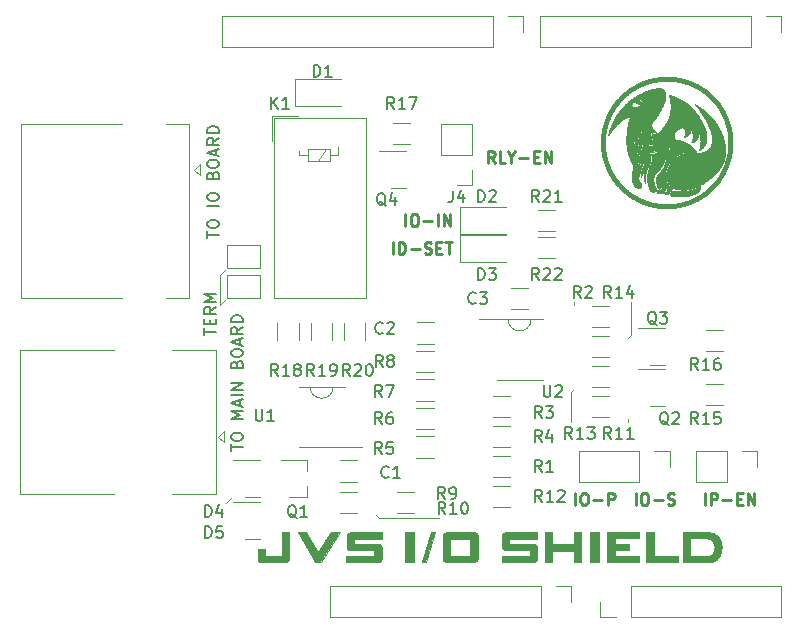
<source format=gbr>
%TF.GenerationSoftware,KiCad,Pcbnew,(6.0.7-1)-1*%
%TF.CreationDate,2022-10-13T17:45:22+01:00*%
%TF.ProjectId,JVS-IO,4a56532d-494f-42e6-9b69-6361645f7063,1*%
%TF.SameCoordinates,Original*%
%TF.FileFunction,Legend,Top*%
%TF.FilePolarity,Positive*%
%FSLAX46Y46*%
G04 Gerber Fmt 4.6, Leading zero omitted, Abs format (unit mm)*
G04 Created by KiCad (PCBNEW (6.0.7-1)-1) date 2022-10-13 17:45:22*
%MOMM*%
%LPD*%
G01*
G04 APERTURE LIST*
%ADD10C,0.120000*%
%ADD11C,0.150000*%
%ADD12C,0.100000*%
%ADD13C,0.005000*%
%ADD14C,0.250000*%
G04 APERTURE END LIST*
D10*
X85852000Y-59182000D02*
X85852000Y-61722000D01*
X86360000Y-58674000D02*
X85852000Y-59182000D01*
X85852000Y-61722000D02*
X86360000Y-61214000D01*
D11*
X84542380Y-64293523D02*
X84542380Y-63722095D01*
X85542380Y-64007809D02*
X84542380Y-64007809D01*
X85018571Y-63388761D02*
X85018571Y-63055428D01*
X85542380Y-62912571D02*
X85542380Y-63388761D01*
X84542380Y-63388761D01*
X84542380Y-62912571D01*
X85542380Y-61912571D02*
X85066190Y-62245904D01*
X85542380Y-62484000D02*
X84542380Y-62484000D01*
X84542380Y-62103047D01*
X84590000Y-62007809D01*
X84637619Y-61960190D01*
X84732857Y-61912571D01*
X84875714Y-61912571D01*
X84970952Y-61960190D01*
X85018571Y-62007809D01*
X85066190Y-62103047D01*
X85066190Y-62484000D01*
X85542380Y-61484000D02*
X84542380Y-61484000D01*
X85256666Y-61150666D01*
X84542380Y-60817333D01*
X85542380Y-60817333D01*
D10*
X86868000Y-77978000D02*
X86360000Y-78486000D01*
D12*
G36*
X127226222Y-81004835D02*
G01*
X127313815Y-81007263D01*
X127397997Y-81014550D01*
X127478768Y-81026694D01*
X127556128Y-81043695D01*
X127630077Y-81065554D01*
X127700616Y-81092271D01*
X127767744Y-81123845D01*
X127831461Y-81160277D01*
X127891767Y-81201567D01*
X127948662Y-81247714D01*
X128002147Y-81298718D01*
X128052221Y-81354580D01*
X128098884Y-81415300D01*
X128142137Y-81480878D01*
X128181978Y-81551313D01*
X128218409Y-81626606D01*
X128232879Y-81660092D01*
X128246522Y-81694405D01*
X128259338Y-81729544D01*
X128271327Y-81765511D01*
X128282489Y-81802305D01*
X128292825Y-81839925D01*
X128302333Y-81878372D01*
X128311015Y-81917646D01*
X128318870Y-81957747D01*
X128325898Y-81998675D01*
X128332099Y-82040430D01*
X128337474Y-82083012D01*
X128342021Y-82126420D01*
X128345742Y-82170656D01*
X128348636Y-82215718D01*
X128350703Y-82261608D01*
X128345742Y-82352558D01*
X128337474Y-82440201D01*
X128332099Y-82482783D01*
X128325898Y-82524537D01*
X128318870Y-82565465D01*
X128311015Y-82605566D01*
X128302333Y-82644840D01*
X128292825Y-82683287D01*
X128282489Y-82720907D01*
X128271327Y-82757700D01*
X128259338Y-82793667D01*
X128246522Y-82828807D01*
X128232879Y-82863120D01*
X128218409Y-82896606D01*
X128200620Y-82936487D01*
X128181978Y-82975102D01*
X128162484Y-83012451D01*
X128142137Y-83048534D01*
X128120937Y-83083351D01*
X128098884Y-83116902D01*
X128075979Y-83149187D01*
X128052221Y-83180206D01*
X128027610Y-83209958D01*
X128002147Y-83238445D01*
X127975831Y-83265665D01*
X127948662Y-83291620D01*
X127920641Y-83316308D01*
X127891767Y-83339730D01*
X127862040Y-83361887D01*
X127831461Y-83382777D01*
X127800029Y-83402401D01*
X127767744Y-83420759D01*
X127734606Y-83437851D01*
X127700616Y-83453677D01*
X127665773Y-83468236D01*
X127630077Y-83481530D01*
X127593529Y-83493558D01*
X127556128Y-83504319D01*
X127517874Y-83513815D01*
X127478768Y-83522044D01*
X127438808Y-83529008D01*
X127397997Y-83534705D01*
X127356332Y-83539136D01*
X127313815Y-83542302D01*
X127226222Y-83544834D01*
X125069873Y-83544834D01*
X125069873Y-83015666D01*
X125704867Y-83015666D01*
X127080706Y-83015666D01*
X127132590Y-83014220D01*
X127182407Y-83009879D01*
X127230156Y-83002644D01*
X127275838Y-82992516D01*
X127319453Y-82979493D01*
X127361001Y-82963577D01*
X127400482Y-82944767D01*
X127437896Y-82923063D01*
X127473242Y-82898465D01*
X127506521Y-82870974D01*
X127537734Y-82840588D01*
X127566879Y-82807309D01*
X127593958Y-82771135D01*
X127618969Y-82732068D01*
X127641913Y-82690107D01*
X127662791Y-82645252D01*
X127670904Y-82625149D01*
X127678708Y-82604530D01*
X127693384Y-82561742D01*
X127706820Y-82516887D01*
X127719016Y-82469965D01*
X127729971Y-82420976D01*
X127739687Y-82369920D01*
X127748162Y-82316798D01*
X127755397Y-82261608D01*
X127755389Y-82261608D01*
X127748152Y-82209517D01*
X127739675Y-82159081D01*
X127729958Y-82110298D01*
X127719002Y-82063169D01*
X127706807Y-82017694D01*
X127693372Y-81973872D01*
X127678697Y-81931704D01*
X127662783Y-81891189D01*
X127652616Y-81868400D01*
X127641957Y-81846334D01*
X127630808Y-81824992D01*
X127619168Y-81804373D01*
X127607037Y-81784477D01*
X127594414Y-81765305D01*
X127581301Y-81746857D01*
X127567697Y-81729132D01*
X127553602Y-81712130D01*
X127539017Y-81695852D01*
X127523940Y-81680298D01*
X127508372Y-81665466D01*
X127492314Y-81651359D01*
X127475764Y-81637975D01*
X127458724Y-81625314D01*
X127441192Y-81613377D01*
X127423170Y-81602163D01*
X127404657Y-81591673D01*
X127385653Y-81581906D01*
X127366158Y-81572862D01*
X127346172Y-81564542D01*
X127325695Y-81556946D01*
X127304728Y-81550073D01*
X127283269Y-81543924D01*
X127261320Y-81538497D01*
X127238879Y-81533795D01*
X127215948Y-81529816D01*
X127192526Y-81526560D01*
X127168613Y-81524028D01*
X127144209Y-81522219D01*
X127093928Y-81520772D01*
X125704867Y-81520772D01*
X125704867Y-83015666D01*
X125069873Y-83015666D01*
X125069873Y-81004835D01*
X127226222Y-81004835D01*
G37*
X127226222Y-81004835D02*
X127313815Y-81007263D01*
X127397997Y-81014550D01*
X127478768Y-81026694D01*
X127556128Y-81043695D01*
X127630077Y-81065554D01*
X127700616Y-81092271D01*
X127767744Y-81123845D01*
X127831461Y-81160277D01*
X127891767Y-81201567D01*
X127948662Y-81247714D01*
X128002147Y-81298718D01*
X128052221Y-81354580D01*
X128098884Y-81415300D01*
X128142137Y-81480878D01*
X128181978Y-81551313D01*
X128218409Y-81626606D01*
X128232879Y-81660092D01*
X128246522Y-81694405D01*
X128259338Y-81729544D01*
X128271327Y-81765511D01*
X128282489Y-81802305D01*
X128292825Y-81839925D01*
X128302333Y-81878372D01*
X128311015Y-81917646D01*
X128318870Y-81957747D01*
X128325898Y-81998675D01*
X128332099Y-82040430D01*
X128337474Y-82083012D01*
X128342021Y-82126420D01*
X128345742Y-82170656D01*
X128348636Y-82215718D01*
X128350703Y-82261608D01*
X128345742Y-82352558D01*
X128337474Y-82440201D01*
X128332099Y-82482783D01*
X128325898Y-82524537D01*
X128318870Y-82565465D01*
X128311015Y-82605566D01*
X128302333Y-82644840D01*
X128292825Y-82683287D01*
X128282489Y-82720907D01*
X128271327Y-82757700D01*
X128259338Y-82793667D01*
X128246522Y-82828807D01*
X128232879Y-82863120D01*
X128218409Y-82896606D01*
X128200620Y-82936487D01*
X128181978Y-82975102D01*
X128162484Y-83012451D01*
X128142137Y-83048534D01*
X128120937Y-83083351D01*
X128098884Y-83116902D01*
X128075979Y-83149187D01*
X128052221Y-83180206D01*
X128027610Y-83209958D01*
X128002147Y-83238445D01*
X127975831Y-83265665D01*
X127948662Y-83291620D01*
X127920641Y-83316308D01*
X127891767Y-83339730D01*
X127862040Y-83361887D01*
X127831461Y-83382777D01*
X127800029Y-83402401D01*
X127767744Y-83420759D01*
X127734606Y-83437851D01*
X127700616Y-83453677D01*
X127665773Y-83468236D01*
X127630077Y-83481530D01*
X127593529Y-83493558D01*
X127556128Y-83504319D01*
X127517874Y-83513815D01*
X127478768Y-83522044D01*
X127438808Y-83529008D01*
X127397997Y-83534705D01*
X127356332Y-83539136D01*
X127313815Y-83542302D01*
X127226222Y-83544834D01*
X125069873Y-83544834D01*
X125069873Y-83015666D01*
X125704867Y-83015666D01*
X127080706Y-83015666D01*
X127132590Y-83014220D01*
X127182407Y-83009879D01*
X127230156Y-83002644D01*
X127275838Y-82992516D01*
X127319453Y-82979493D01*
X127361001Y-82963577D01*
X127400482Y-82944767D01*
X127437896Y-82923063D01*
X127473242Y-82898465D01*
X127506521Y-82870974D01*
X127537734Y-82840588D01*
X127566879Y-82807309D01*
X127593958Y-82771135D01*
X127618969Y-82732068D01*
X127641913Y-82690107D01*
X127662791Y-82645252D01*
X127670904Y-82625149D01*
X127678708Y-82604530D01*
X127693384Y-82561742D01*
X127706820Y-82516887D01*
X127719016Y-82469965D01*
X127729971Y-82420976D01*
X127739687Y-82369920D01*
X127748162Y-82316798D01*
X127755397Y-82261608D01*
X127755389Y-82261608D01*
X127748152Y-82209517D01*
X127739675Y-82159081D01*
X127729958Y-82110298D01*
X127719002Y-82063169D01*
X127706807Y-82017694D01*
X127693372Y-81973872D01*
X127678697Y-81931704D01*
X127662783Y-81891189D01*
X127652616Y-81868400D01*
X127641957Y-81846334D01*
X127630808Y-81824992D01*
X127619168Y-81804373D01*
X127607037Y-81784477D01*
X127594414Y-81765305D01*
X127581301Y-81746857D01*
X127567697Y-81729132D01*
X127553602Y-81712130D01*
X127539017Y-81695852D01*
X127523940Y-81680298D01*
X127508372Y-81665466D01*
X127492314Y-81651359D01*
X127475764Y-81637975D01*
X127458724Y-81625314D01*
X127441192Y-81613377D01*
X127423170Y-81602163D01*
X127404657Y-81591673D01*
X127385653Y-81581906D01*
X127366158Y-81572862D01*
X127346172Y-81564542D01*
X127325695Y-81556946D01*
X127304728Y-81550073D01*
X127283269Y-81543924D01*
X127261320Y-81538497D01*
X127238879Y-81533795D01*
X127215948Y-81529816D01*
X127192526Y-81526560D01*
X127168613Y-81524028D01*
X127144209Y-81522219D01*
X127093928Y-81520772D01*
X125704867Y-81520772D01*
X125704867Y-83015666D01*
X125069873Y-83015666D01*
X125069873Y-81004835D01*
X127226222Y-81004835D01*
D10*
X99314000Y-79756000D02*
X99060000Y-79502000D01*
D12*
G36*
X121378939Y-81520774D02*
G01*
X119341639Y-81520774D01*
X119341639Y-81970565D01*
X120545489Y-81970565D01*
X120545489Y-82526187D01*
X119341639Y-82526187D01*
X119341639Y-82975978D01*
X121378939Y-82975978D01*
X121378939Y-83544834D01*
X118680186Y-83544834D01*
X118680186Y-81004837D01*
X121378939Y-81004837D01*
X121378939Y-81520774D01*
G37*
X121378939Y-81520774D02*
X119341639Y-81520774D01*
X119341639Y-81970565D01*
X120545489Y-81970565D01*
X120545489Y-82526187D01*
X119341639Y-82526187D01*
X119341639Y-82975978D01*
X121378939Y-82975978D01*
X121378939Y-83544834D01*
X118680186Y-83544834D01*
X118680186Y-81004837D01*
X121378939Y-81004837D01*
X121378939Y-81520774D01*
D10*
X104394000Y-79756000D02*
X99314000Y-79756000D01*
D12*
G36*
X114010287Y-81957336D02*
G01*
X115835910Y-81957336D01*
X115835910Y-81004835D01*
X116470912Y-81004835D01*
X116470912Y-83544834D01*
X115835910Y-83544834D01*
X115835910Y-82592334D01*
X114010287Y-82592334D01*
X114010287Y-83544834D01*
X113375293Y-83544834D01*
X113375293Y-81004835D01*
X114010287Y-81004835D01*
X114010287Y-81957336D01*
G37*
X114010287Y-81957336D02*
X115835910Y-81957336D01*
X115835910Y-81004835D01*
X116470912Y-81004835D01*
X116470912Y-83544834D01*
X115835910Y-83544834D01*
X115835910Y-82592334D01*
X114010287Y-82592334D01*
X114010287Y-83544834D01*
X113375293Y-83544834D01*
X113375293Y-81004835D01*
X114010287Y-81004835D01*
X114010287Y-81957336D01*
D10*
X115824000Y-68834000D02*
X115570000Y-69088000D01*
D12*
G36*
X117952578Y-83544834D02*
G01*
X117211749Y-83544834D01*
X117211749Y-81004835D01*
X117952578Y-81004835D01*
X117952578Y-83544834D01*
G37*
X117952578Y-83544834D02*
X117211749Y-83544834D01*
X117211749Y-81004835D01*
X117952578Y-81004835D01*
X117952578Y-83544834D01*
D13*
G36*
X123194221Y-51908751D02*
G01*
X123194600Y-51908945D01*
X123195729Y-51909707D01*
X123197326Y-51910945D01*
X123199364Y-51912634D01*
X123204643Y-51917267D01*
X123211332Y-51923404D01*
X123219200Y-51930842D01*
X123228013Y-51939382D01*
X123237540Y-51948821D01*
X123247547Y-51958957D01*
X123258703Y-51969903D01*
X123271060Y-51981663D01*
X123284208Y-51993873D01*
X123297735Y-52006168D01*
X123311232Y-52018184D01*
X123324287Y-52029557D01*
X123336489Y-52039922D01*
X123347427Y-52048915D01*
X123358364Y-52057794D01*
X123370557Y-52067364D01*
X123383588Y-52077320D01*
X123397036Y-52087362D01*
X123410485Y-52097187D01*
X123423516Y-52106493D01*
X123435709Y-52114977D01*
X123446646Y-52122336D01*
X123457765Y-52129673D01*
X123470489Y-52137622D01*
X123484376Y-52145928D01*
X123498984Y-52154335D01*
X123513870Y-52162586D01*
X123528594Y-52170427D01*
X123542714Y-52177601D01*
X123555786Y-52183852D01*
X123568828Y-52189997D01*
X123583226Y-52196544D01*
X123599098Y-52203526D01*
X123616558Y-52210972D01*
X123635723Y-52218915D01*
X123656710Y-52227385D01*
X123679635Y-52236413D01*
X123704615Y-52246030D01*
X123701307Y-52227508D01*
X123697008Y-52197247D01*
X123693866Y-52174489D01*
X123690724Y-52150118D01*
X123689361Y-52137345D01*
X123688254Y-52124084D01*
X123687411Y-52110714D01*
X123686838Y-52097615D01*
X123686545Y-52085168D01*
X123686539Y-52073751D01*
X123686827Y-52063745D01*
X123687417Y-52055530D01*
X123688790Y-52044563D01*
X123689436Y-52040096D01*
X123690094Y-52036254D01*
X123690794Y-52032998D01*
X123691568Y-52030287D01*
X123691991Y-52029124D01*
X123692444Y-52028082D01*
X123692930Y-52027157D01*
X123693453Y-52026343D01*
X123694016Y-52025636D01*
X123694624Y-52025030D01*
X123695280Y-52024521D01*
X123695989Y-52024104D01*
X123696753Y-52023774D01*
X123697576Y-52023525D01*
X123698463Y-52023353D01*
X123699416Y-52023253D01*
X123701539Y-52023248D01*
X123703975Y-52023471D01*
X123706754Y-52023882D01*
X123709906Y-52024441D01*
X123714724Y-52025273D01*
X123721534Y-52026260D01*
X123739920Y-52028576D01*
X123762648Y-52031139D01*
X123787297Y-52033702D01*
X123801690Y-52035245D01*
X123819595Y-52036865D01*
X123863117Y-52040151D01*
X123912220Y-52043190D01*
X123961260Y-52045608D01*
X123985520Y-52046907D01*
X124007501Y-52048306D01*
X124026908Y-52049782D01*
X124043447Y-52051313D01*
X124056823Y-52052875D01*
X124066743Y-52054445D01*
X124070314Y-52055225D01*
X124072910Y-52055999D01*
X124074495Y-52056763D01*
X124075032Y-52057515D01*
X124074995Y-52057844D01*
X124074887Y-52058210D01*
X124074708Y-52058612D01*
X124074462Y-52059047D01*
X124074149Y-52059514D01*
X124073771Y-52060012D01*
X124073331Y-52060538D01*
X124072830Y-52061091D01*
X124071652Y-52062271D01*
X124070253Y-52063538D01*
X124068646Y-52064879D01*
X124066846Y-52066279D01*
X124064868Y-52067727D01*
X124062726Y-52069207D01*
X124060435Y-52070706D01*
X124058009Y-52072212D01*
X124055464Y-52073710D01*
X124052812Y-52075186D01*
X124050070Y-52076627D01*
X124047251Y-52078020D01*
X124040601Y-52081556D01*
X124032750Y-52086092D01*
X124023984Y-52091449D01*
X124014591Y-52097450D01*
X124004856Y-52103916D01*
X123995068Y-52110669D01*
X123985511Y-52117531D01*
X123976474Y-52124322D01*
X123967468Y-52131443D01*
X123958005Y-52139246D01*
X123948372Y-52147484D01*
X123938854Y-52155907D01*
X123929740Y-52164268D01*
X123921315Y-52172319D01*
X123913867Y-52179813D01*
X123907683Y-52186500D01*
X123902257Y-52193157D01*
X123896521Y-52200566D01*
X123890661Y-52208486D01*
X123884862Y-52216678D01*
X123879312Y-52224901D01*
X123874196Y-52232915D01*
X123869700Y-52240479D01*
X123867743Y-52244017D01*
X123866011Y-52247353D01*
X123862730Y-52254403D01*
X123859365Y-52262205D01*
X123855953Y-52270828D01*
X123852534Y-52280343D01*
X123850833Y-52285457D01*
X123849145Y-52290820D01*
X123847474Y-52296440D01*
X123845826Y-52302327D01*
X123844205Y-52308489D01*
X123842616Y-52314935D01*
X123841063Y-52321673D01*
X123839553Y-52328713D01*
X123786636Y-52327390D01*
X123744788Y-52326057D01*
X123669144Y-52324166D01*
X123459875Y-52319453D01*
X123345577Y-52317366D01*
X123237046Y-52316146D01*
X123146499Y-52315919D01*
X123086151Y-52316807D01*
X123063195Y-52317397D01*
X123042030Y-52317676D01*
X123022771Y-52317644D01*
X123005536Y-52317303D01*
X122990440Y-52316652D01*
X122977600Y-52315691D01*
X122967131Y-52314420D01*
X122959151Y-52312839D01*
X122955656Y-52311878D01*
X122952122Y-52310734D01*
X122948554Y-52309410D01*
X122944961Y-52307909D01*
X122941348Y-52306233D01*
X122937722Y-52304386D01*
X122934091Y-52302370D01*
X122930460Y-52300188D01*
X122926837Y-52297844D01*
X122923229Y-52295340D01*
X122919643Y-52292679D01*
X122916084Y-52289863D01*
X122912560Y-52286897D01*
X122909078Y-52283782D01*
X122905644Y-52280522D01*
X122902266Y-52277119D01*
X122899292Y-52274061D01*
X122896335Y-52270855D01*
X122893410Y-52267523D01*
X122890535Y-52264087D01*
X122887726Y-52260569D01*
X122884999Y-52256993D01*
X122882371Y-52253380D01*
X122879859Y-52249752D01*
X122877478Y-52246132D01*
X122875245Y-52242542D01*
X122873177Y-52239004D01*
X122871291Y-52235541D01*
X122869602Y-52232175D01*
X122868127Y-52228928D01*
X122866883Y-52225822D01*
X122865885Y-52222880D01*
X122864405Y-52216846D01*
X122862971Y-52209827D01*
X122861630Y-52202080D01*
X122860428Y-52193859D01*
X122859413Y-52185422D01*
X122858630Y-52177023D01*
X122858126Y-52168919D01*
X122857948Y-52161365D01*
X122858016Y-52157743D01*
X122858218Y-52153850D01*
X122858545Y-52149721D01*
X122858992Y-52145397D01*
X122860215Y-52136308D01*
X122861834Y-52126886D01*
X122863794Y-52117433D01*
X122866041Y-52108251D01*
X122868520Y-52099643D01*
X122869830Y-52095649D01*
X122871177Y-52091911D01*
X122872677Y-52088297D01*
X122874460Y-52084394D01*
X122876547Y-52080189D01*
X122878960Y-52075674D01*
X122881717Y-52070838D01*
X122884839Y-52065669D01*
X122888347Y-52060156D01*
X122892261Y-52054291D01*
X122896601Y-52048061D01*
X122901388Y-52041456D01*
X122906642Y-52034465D01*
X122912384Y-52027078D01*
X122918633Y-52019284D01*
X122925410Y-52011072D01*
X122932736Y-52002433D01*
X122940630Y-51993354D01*
X122977011Y-52029734D01*
X122985081Y-52037506D01*
X122994198Y-52045774D01*
X123004044Y-52054291D01*
X123014300Y-52062807D01*
X123024650Y-52071075D01*
X123034775Y-52078847D01*
X123044357Y-52085875D01*
X123053078Y-52091911D01*
X123071382Y-52103807D01*
X123091856Y-52116633D01*
X123111958Y-52128839D01*
X123129146Y-52138875D01*
X123143440Y-52146926D01*
X123155687Y-52153674D01*
X123160636Y-52156309D01*
X123164586Y-52158315D01*
X123167372Y-52159593D01*
X123168279Y-52159927D01*
X123168833Y-52160041D01*
X123169023Y-52159904D01*
X123169221Y-52159500D01*
X123169636Y-52157912D01*
X123170076Y-52155332D01*
X123170539Y-52151814D01*
X123171519Y-52142182D01*
X123172554Y-52129449D01*
X123173620Y-52114049D01*
X123174693Y-52096417D01*
X123175752Y-52076987D01*
X123176771Y-52056193D01*
X123179334Y-52013849D01*
X123181897Y-51975908D01*
X123184212Y-51946525D01*
X123185199Y-51936340D01*
X123186032Y-51929854D01*
X123186426Y-51927763D01*
X123186861Y-51925716D01*
X123187331Y-51923725D01*
X123187830Y-51921803D01*
X123188352Y-51919962D01*
X123188892Y-51918215D01*
X123189443Y-51916575D01*
X123190000Y-51915054D01*
X123190557Y-51913665D01*
X123191109Y-51912420D01*
X123191649Y-51911332D01*
X123192171Y-51910414D01*
X123192670Y-51909677D01*
X123193140Y-51909136D01*
X123193575Y-51908802D01*
X123193777Y-51908716D01*
X123193969Y-51908687D01*
X123193969Y-51908686D01*
X123194221Y-51908751D01*
G37*
X123194221Y-51908751D02*
X123194600Y-51908945D01*
X123195729Y-51909707D01*
X123197326Y-51910945D01*
X123199364Y-51912634D01*
X123204643Y-51917267D01*
X123211332Y-51923404D01*
X123219200Y-51930842D01*
X123228013Y-51939382D01*
X123237540Y-51948821D01*
X123247547Y-51958957D01*
X123258703Y-51969903D01*
X123271060Y-51981663D01*
X123284208Y-51993873D01*
X123297735Y-52006168D01*
X123311232Y-52018184D01*
X123324287Y-52029557D01*
X123336489Y-52039922D01*
X123347427Y-52048915D01*
X123358364Y-52057794D01*
X123370557Y-52067364D01*
X123383588Y-52077320D01*
X123397036Y-52087362D01*
X123410485Y-52097187D01*
X123423516Y-52106493D01*
X123435709Y-52114977D01*
X123446646Y-52122336D01*
X123457765Y-52129673D01*
X123470489Y-52137622D01*
X123484376Y-52145928D01*
X123498984Y-52154335D01*
X123513870Y-52162586D01*
X123528594Y-52170427D01*
X123542714Y-52177601D01*
X123555786Y-52183852D01*
X123568828Y-52189997D01*
X123583226Y-52196544D01*
X123599098Y-52203526D01*
X123616558Y-52210972D01*
X123635723Y-52218915D01*
X123656710Y-52227385D01*
X123679635Y-52236413D01*
X123704615Y-52246030D01*
X123701307Y-52227508D01*
X123697008Y-52197247D01*
X123693866Y-52174489D01*
X123690724Y-52150118D01*
X123689361Y-52137345D01*
X123688254Y-52124084D01*
X123687411Y-52110714D01*
X123686838Y-52097615D01*
X123686545Y-52085168D01*
X123686539Y-52073751D01*
X123686827Y-52063745D01*
X123687417Y-52055530D01*
X123688790Y-52044563D01*
X123689436Y-52040096D01*
X123690094Y-52036254D01*
X123690794Y-52032998D01*
X123691568Y-52030287D01*
X123691991Y-52029124D01*
X123692444Y-52028082D01*
X123692930Y-52027157D01*
X123693453Y-52026343D01*
X123694016Y-52025636D01*
X123694624Y-52025030D01*
X123695280Y-52024521D01*
X123695989Y-52024104D01*
X123696753Y-52023774D01*
X123697576Y-52023525D01*
X123698463Y-52023353D01*
X123699416Y-52023253D01*
X123701539Y-52023248D01*
X123703975Y-52023471D01*
X123706754Y-52023882D01*
X123709906Y-52024441D01*
X123714724Y-52025273D01*
X123721534Y-52026260D01*
X123739920Y-52028576D01*
X123762648Y-52031139D01*
X123787297Y-52033702D01*
X123801690Y-52035245D01*
X123819595Y-52036865D01*
X123863117Y-52040151D01*
X123912220Y-52043190D01*
X123961260Y-52045608D01*
X123985520Y-52046907D01*
X124007501Y-52048306D01*
X124026908Y-52049782D01*
X124043447Y-52051313D01*
X124056823Y-52052875D01*
X124066743Y-52054445D01*
X124070314Y-52055225D01*
X124072910Y-52055999D01*
X124074495Y-52056763D01*
X124075032Y-52057515D01*
X124074995Y-52057844D01*
X124074887Y-52058210D01*
X124074708Y-52058612D01*
X124074462Y-52059047D01*
X124074149Y-52059514D01*
X124073771Y-52060012D01*
X124073331Y-52060538D01*
X124072830Y-52061091D01*
X124071652Y-52062271D01*
X124070253Y-52063538D01*
X124068646Y-52064879D01*
X124066846Y-52066279D01*
X124064868Y-52067727D01*
X124062726Y-52069207D01*
X124060435Y-52070706D01*
X124058009Y-52072212D01*
X124055464Y-52073710D01*
X124052812Y-52075186D01*
X124050070Y-52076627D01*
X124047251Y-52078020D01*
X124040601Y-52081556D01*
X124032750Y-52086092D01*
X124023984Y-52091449D01*
X124014591Y-52097450D01*
X124004856Y-52103916D01*
X123995068Y-52110669D01*
X123985511Y-52117531D01*
X123976474Y-52124322D01*
X123967468Y-52131443D01*
X123958005Y-52139246D01*
X123948372Y-52147484D01*
X123938854Y-52155907D01*
X123929740Y-52164268D01*
X123921315Y-52172319D01*
X123913867Y-52179813D01*
X123907683Y-52186500D01*
X123902257Y-52193157D01*
X123896521Y-52200566D01*
X123890661Y-52208486D01*
X123884862Y-52216678D01*
X123879312Y-52224901D01*
X123874196Y-52232915D01*
X123869700Y-52240479D01*
X123867743Y-52244017D01*
X123866011Y-52247353D01*
X123862730Y-52254403D01*
X123859365Y-52262205D01*
X123855953Y-52270828D01*
X123852534Y-52280343D01*
X123850833Y-52285457D01*
X123849145Y-52290820D01*
X123847474Y-52296440D01*
X123845826Y-52302327D01*
X123844205Y-52308489D01*
X123842616Y-52314935D01*
X123841063Y-52321673D01*
X123839553Y-52328713D01*
X123786636Y-52327390D01*
X123744788Y-52326057D01*
X123669144Y-52324166D01*
X123459875Y-52319453D01*
X123345577Y-52317366D01*
X123237046Y-52316146D01*
X123146499Y-52315919D01*
X123086151Y-52316807D01*
X123063195Y-52317397D01*
X123042030Y-52317676D01*
X123022771Y-52317644D01*
X123005536Y-52317303D01*
X122990440Y-52316652D01*
X122977600Y-52315691D01*
X122967131Y-52314420D01*
X122959151Y-52312839D01*
X122955656Y-52311878D01*
X122952122Y-52310734D01*
X122948554Y-52309410D01*
X122944961Y-52307909D01*
X122941348Y-52306233D01*
X122937722Y-52304386D01*
X122934091Y-52302370D01*
X122930460Y-52300188D01*
X122926837Y-52297844D01*
X122923229Y-52295340D01*
X122919643Y-52292679D01*
X122916084Y-52289863D01*
X122912560Y-52286897D01*
X122909078Y-52283782D01*
X122905644Y-52280522D01*
X122902266Y-52277119D01*
X122899292Y-52274061D01*
X122896335Y-52270855D01*
X122893410Y-52267523D01*
X122890535Y-52264087D01*
X122887726Y-52260569D01*
X122884999Y-52256993D01*
X122882371Y-52253380D01*
X122879859Y-52249752D01*
X122877478Y-52246132D01*
X122875245Y-52242542D01*
X122873177Y-52239004D01*
X122871291Y-52235541D01*
X122869602Y-52232175D01*
X122868127Y-52228928D01*
X122866883Y-52225822D01*
X122865885Y-52222880D01*
X122864405Y-52216846D01*
X122862971Y-52209827D01*
X122861630Y-52202080D01*
X122860428Y-52193859D01*
X122859413Y-52185422D01*
X122858630Y-52177023D01*
X122858126Y-52168919D01*
X122857948Y-52161365D01*
X122858016Y-52157743D01*
X122858218Y-52153850D01*
X122858545Y-52149721D01*
X122858992Y-52145397D01*
X122860215Y-52136308D01*
X122861834Y-52126886D01*
X122863794Y-52117433D01*
X122866041Y-52108251D01*
X122868520Y-52099643D01*
X122869830Y-52095649D01*
X122871177Y-52091911D01*
X122872677Y-52088297D01*
X122874460Y-52084394D01*
X122876547Y-52080189D01*
X122878960Y-52075674D01*
X122881717Y-52070838D01*
X122884839Y-52065669D01*
X122888347Y-52060156D01*
X122892261Y-52054291D01*
X122896601Y-52048061D01*
X122901388Y-52041456D01*
X122906642Y-52034465D01*
X122912384Y-52027078D01*
X122918633Y-52019284D01*
X122925410Y-52011072D01*
X122932736Y-52002433D01*
X122940630Y-51993354D01*
X122977011Y-52029734D01*
X122985081Y-52037506D01*
X122994198Y-52045774D01*
X123004044Y-52054291D01*
X123014300Y-52062807D01*
X123024650Y-52071075D01*
X123034775Y-52078847D01*
X123044357Y-52085875D01*
X123053078Y-52091911D01*
X123071382Y-52103807D01*
X123091856Y-52116633D01*
X123111958Y-52128839D01*
X123129146Y-52138875D01*
X123143440Y-52146926D01*
X123155687Y-52153674D01*
X123160636Y-52156309D01*
X123164586Y-52158315D01*
X123167372Y-52159593D01*
X123168279Y-52159927D01*
X123168833Y-52160041D01*
X123169023Y-52159904D01*
X123169221Y-52159500D01*
X123169636Y-52157912D01*
X123170076Y-52155332D01*
X123170539Y-52151814D01*
X123171519Y-52142182D01*
X123172554Y-52129449D01*
X123173620Y-52114049D01*
X123174693Y-52096417D01*
X123175752Y-52076987D01*
X123176771Y-52056193D01*
X123179334Y-52013849D01*
X123181897Y-51975908D01*
X123184212Y-51946525D01*
X123185199Y-51936340D01*
X123186032Y-51929854D01*
X123186426Y-51927763D01*
X123186861Y-51925716D01*
X123187331Y-51923725D01*
X123187830Y-51921803D01*
X123188352Y-51919962D01*
X123188892Y-51918215D01*
X123189443Y-51916575D01*
X123190000Y-51915054D01*
X123190557Y-51913665D01*
X123191109Y-51912420D01*
X123191649Y-51911332D01*
X123192171Y-51910414D01*
X123192670Y-51909677D01*
X123193140Y-51909136D01*
X123193575Y-51908802D01*
X123193777Y-51908716D01*
X123193969Y-51908687D01*
X123193969Y-51908686D01*
X123194221Y-51908751D01*
D12*
G36*
X102276015Y-83531604D02*
G01*
X101535178Y-83531604D01*
X101535178Y-80991605D01*
X102276015Y-80991605D01*
X102276015Y-83531604D01*
G37*
X102276015Y-83531604D02*
X101535178Y-83531604D01*
X101535178Y-80991605D01*
X102276015Y-80991605D01*
X102276015Y-83531604D01*
G36*
X103334346Y-83531604D02*
G01*
X103016848Y-83531604D01*
X103744452Y-80991605D01*
X104061953Y-80991605D01*
X103334346Y-83531604D01*
G37*
X103334346Y-83531604D02*
X103016848Y-83531604D01*
X103744452Y-80991605D01*
X104061953Y-80991605D01*
X103334346Y-83531604D01*
D10*
X93513000Y-68687000D02*
G75*
G03*
X95463000Y-68687000I975000J0D01*
G01*
X110277000Y-62972000D02*
G75*
G03*
X112227000Y-62972000I975000J0D01*
G01*
X120650000Y-64262000D02*
X120650000Y-61468000D01*
D12*
G36*
X94166537Y-82658481D02*
G01*
X95264556Y-80991605D01*
X96005389Y-80991605D01*
X94404662Y-83531604D01*
X93915179Y-83531604D01*
X92459971Y-80991605D01*
X93147891Y-80991605D01*
X94166537Y-82658481D01*
G37*
X94166537Y-82658481D02*
X95264556Y-80991605D01*
X96005389Y-80991605D01*
X94404662Y-83531604D01*
X93915179Y-83531604D01*
X92459971Y-80991605D01*
X93147891Y-80991605D01*
X94166537Y-82658481D01*
D10*
X120396000Y-71374000D02*
X120396000Y-71628000D01*
X115824000Y-61468000D02*
X115824000Y-61722000D01*
D12*
G36*
X122622477Y-82975978D02*
G01*
X124646533Y-82975978D01*
X124646533Y-83544834D01*
X121961016Y-83544834D01*
X121961016Y-81004835D01*
X122622477Y-81004835D01*
X122622477Y-82975978D01*
G37*
X122622477Y-82975978D02*
X124646533Y-82975978D01*
X124646533Y-83544834D01*
X121961016Y-83544834D01*
X121961016Y-81004835D01*
X122622477Y-81004835D01*
X122622477Y-82975978D01*
D10*
X115570000Y-69088000D02*
X115570000Y-71628000D01*
D13*
G36*
X126543851Y-51704390D02*
G01*
X126544551Y-51704622D01*
X126545171Y-51704955D01*
X126545719Y-51705385D01*
X126546199Y-51705910D01*
X126546981Y-51707240D01*
X126547562Y-51708927D01*
X126547563Y-51708926D01*
X126547772Y-51710293D01*
X126547905Y-51712138D01*
X126547962Y-51714429D01*
X126547945Y-51717133D01*
X126547691Y-51723646D01*
X126547149Y-51731416D01*
X126546329Y-51740177D01*
X126545237Y-51749668D01*
X126543882Y-51759623D01*
X126542271Y-51769780D01*
X126540270Y-51780717D01*
X126537796Y-51792910D01*
X126534934Y-51805940D01*
X126531770Y-51819389D01*
X126528389Y-51832838D01*
X126524877Y-51845868D01*
X126521318Y-51858061D01*
X126517797Y-51868999D01*
X126513928Y-51880267D01*
X126508919Y-51893410D01*
X126502995Y-51907950D01*
X126496382Y-51923403D01*
X126489304Y-51939291D01*
X126481985Y-51955133D01*
X126474651Y-51970447D01*
X126467526Y-51984754D01*
X126459980Y-51999000D01*
X126451434Y-52014137D01*
X126442191Y-52029693D01*
X126432552Y-52045194D01*
X126422820Y-52060169D01*
X126413297Y-52074143D01*
X126404286Y-52086645D01*
X126396089Y-52097201D01*
X126387869Y-52107277D01*
X126378332Y-52118399D01*
X126367834Y-52130188D01*
X126356732Y-52142264D01*
X126345381Y-52154246D01*
X126334139Y-52165756D01*
X126323362Y-52176413D01*
X126313407Y-52185837D01*
X126302939Y-52195143D01*
X126290689Y-52205464D01*
X126277106Y-52216452D01*
X126262639Y-52227757D01*
X126247738Y-52239031D01*
X126232853Y-52249926D01*
X126218433Y-52260092D01*
X126204927Y-52269181D01*
X126191063Y-52278246D01*
X126175616Y-52287877D01*
X126159116Y-52297772D01*
X126142089Y-52307628D01*
X126125061Y-52317143D01*
X126108561Y-52326015D01*
X126093115Y-52333941D01*
X126079250Y-52340619D01*
X126065324Y-52347155D01*
X126049701Y-52354210D01*
X126015502Y-52368979D01*
X125980930Y-52383128D01*
X125964842Y-52389407D01*
X125950266Y-52394858D01*
X125916800Y-52406568D01*
X125874528Y-52420572D01*
X125828785Y-52434948D01*
X125806277Y-52441675D01*
X125784901Y-52447774D01*
X125763236Y-52453914D01*
X125739447Y-52460301D01*
X125688659Y-52473076D01*
X125638864Y-52484610D01*
X125616314Y-52489447D01*
X125596385Y-52493416D01*
X125557370Y-52500485D01*
X125516928Y-52507306D01*
X125479834Y-52513135D01*
X125450865Y-52517228D01*
X125437032Y-52518800D01*
X125419332Y-52520504D01*
X125375210Y-52524091D01*
X125324268Y-52527553D01*
X125272270Y-52530457D01*
X125242416Y-52531541D01*
X125209297Y-52532307D01*
X125135597Y-52532855D01*
X125055819Y-52532039D01*
X124974614Y-52529796D01*
X124604198Y-52517228D01*
X124508111Y-52515099D01*
X124456358Y-52514786D01*
X124400055Y-52515078D01*
X124337644Y-52516052D01*
X124267567Y-52517786D01*
X124188266Y-52520357D01*
X124098182Y-52523843D01*
X124062464Y-52498707D01*
X124058670Y-52496114D01*
X124054752Y-52493317D01*
X124046661Y-52487214D01*
X124038430Y-52480615D01*
X124030300Y-52473737D01*
X124022511Y-52466797D01*
X124015304Y-52460011D01*
X124008918Y-52453598D01*
X124006108Y-52450599D01*
X124003594Y-52447774D01*
X123998811Y-52442010D01*
X123993982Y-52435765D01*
X123989246Y-52429241D01*
X123984742Y-52422639D01*
X123980610Y-52416162D01*
X123976990Y-52410009D01*
X123975416Y-52407118D01*
X123974021Y-52404384D01*
X123972825Y-52401833D01*
X123971843Y-52399488D01*
X123970867Y-52397252D01*
X123969926Y-52394779D01*
X123969024Y-52392095D01*
X123968164Y-52389225D01*
X123967351Y-52386197D01*
X123966588Y-52383036D01*
X123965879Y-52379768D01*
X123965229Y-52376420D01*
X123964640Y-52373017D01*
X123964117Y-52369587D01*
X123963665Y-52366154D01*
X123963285Y-52362746D01*
X123962984Y-52359388D01*
X123962764Y-52356107D01*
X123962629Y-52352928D01*
X123962583Y-52349879D01*
X123962537Y-52346085D01*
X123962651Y-52342380D01*
X123962930Y-52338745D01*
X123963378Y-52335161D01*
X123964001Y-52331608D01*
X123964803Y-52328066D01*
X123965790Y-52324516D01*
X123966965Y-52320940D01*
X123968334Y-52317317D01*
X123969901Y-52313628D01*
X123971672Y-52309853D01*
X123973652Y-52305975D01*
X123975844Y-52301972D01*
X123978255Y-52297825D01*
X123980888Y-52293516D01*
X123983749Y-52289025D01*
X123986162Y-52285550D01*
X123988915Y-52281846D01*
X123991977Y-52277946D01*
X123995314Y-52273884D01*
X123998896Y-52269694D01*
X124002690Y-52265410D01*
X124010786Y-52256696D01*
X124019348Y-52248013D01*
X124028118Y-52239633D01*
X124032502Y-52235640D01*
X124036843Y-52231826D01*
X124041107Y-52228222D01*
X124045265Y-52224863D01*
X124054196Y-52217894D01*
X124064375Y-52210529D01*
X124075437Y-52202993D01*
X124087019Y-52195511D01*
X124098756Y-52188309D01*
X124110284Y-52181611D01*
X124121238Y-52175641D01*
X124131254Y-52170624D01*
X124141662Y-52165689D01*
X124153744Y-52160413D01*
X124167066Y-52154951D01*
X124181194Y-52149458D01*
X124195695Y-52144089D01*
X124210133Y-52138999D01*
X124224075Y-52134343D01*
X124237087Y-52130276D01*
X124250491Y-52126667D01*
X124265561Y-52122865D01*
X124281794Y-52118985D01*
X124298686Y-52115145D01*
X124315733Y-52111459D01*
X124332431Y-52108044D01*
X124348276Y-52105018D01*
X124362765Y-52102495D01*
X124381977Y-52099761D01*
X124402855Y-52097492D01*
X124426075Y-52095658D01*
X124452310Y-52094226D01*
X124482234Y-52093167D01*
X124516523Y-52092449D01*
X124555850Y-52092040D01*
X124600890Y-52091911D01*
X124682828Y-52092552D01*
X124719255Y-52093376D01*
X124752860Y-52094557D01*
X124783799Y-52096110D01*
X124812226Y-52098050D01*
X124838297Y-52100394D01*
X124862166Y-52103156D01*
X124904851Y-52108696D01*
X124961054Y-52116716D01*
X125033132Y-52127713D01*
X125123442Y-52142182D01*
X125225968Y-52127631D01*
X125335108Y-52110267D01*
X125397120Y-52099911D01*
X125454171Y-52089928D01*
X125513785Y-52078445D01*
X125582824Y-52064048D01*
X125652856Y-52048535D01*
X125715447Y-52033704D01*
X125776518Y-52018076D01*
X125842364Y-52000465D01*
X125905109Y-51983102D01*
X125956879Y-51968219D01*
X125980238Y-51960859D01*
X126006086Y-51952375D01*
X126061803Y-51933245D01*
X126117148Y-51913246D01*
X126142531Y-51903677D01*
X126165238Y-51894797D01*
X126211479Y-51875656D01*
X126261811Y-51853787D01*
X126310160Y-51831917D01*
X126350447Y-51812776D01*
X126368243Y-51803588D01*
X126387024Y-51793594D01*
X126406223Y-51783104D01*
X126425275Y-51772427D01*
X126443613Y-51761875D01*
X126460673Y-51751757D01*
X126475888Y-51742383D01*
X126488692Y-51734063D01*
X126504597Y-51723840D01*
X126517331Y-51715903D01*
X126522623Y-51712752D01*
X126527259Y-51710122D01*
X126531285Y-51707998D01*
X126534746Y-51706364D01*
X126537688Y-51705202D01*
X126540155Y-51704497D01*
X126542195Y-51704232D01*
X126543851Y-51704390D01*
G37*
X126543851Y-51704390D02*
X126544551Y-51704622D01*
X126545171Y-51704955D01*
X126545719Y-51705385D01*
X126546199Y-51705910D01*
X126546981Y-51707240D01*
X126547562Y-51708927D01*
X126547563Y-51708926D01*
X126547772Y-51710293D01*
X126547905Y-51712138D01*
X126547962Y-51714429D01*
X126547945Y-51717133D01*
X126547691Y-51723646D01*
X126547149Y-51731416D01*
X126546329Y-51740177D01*
X126545237Y-51749668D01*
X126543882Y-51759623D01*
X126542271Y-51769780D01*
X126540270Y-51780717D01*
X126537796Y-51792910D01*
X126534934Y-51805940D01*
X126531770Y-51819389D01*
X126528389Y-51832838D01*
X126524877Y-51845868D01*
X126521318Y-51858061D01*
X126517797Y-51868999D01*
X126513928Y-51880267D01*
X126508919Y-51893410D01*
X126502995Y-51907950D01*
X126496382Y-51923403D01*
X126489304Y-51939291D01*
X126481985Y-51955133D01*
X126474651Y-51970447D01*
X126467526Y-51984754D01*
X126459980Y-51999000D01*
X126451434Y-52014137D01*
X126442191Y-52029693D01*
X126432552Y-52045194D01*
X126422820Y-52060169D01*
X126413297Y-52074143D01*
X126404286Y-52086645D01*
X126396089Y-52097201D01*
X126387869Y-52107277D01*
X126378332Y-52118399D01*
X126367834Y-52130188D01*
X126356732Y-52142264D01*
X126345381Y-52154246D01*
X126334139Y-52165756D01*
X126323362Y-52176413D01*
X126313407Y-52185837D01*
X126302939Y-52195143D01*
X126290689Y-52205464D01*
X126277106Y-52216452D01*
X126262639Y-52227757D01*
X126247738Y-52239031D01*
X126232853Y-52249926D01*
X126218433Y-52260092D01*
X126204927Y-52269181D01*
X126191063Y-52278246D01*
X126175616Y-52287877D01*
X126159116Y-52297772D01*
X126142089Y-52307628D01*
X126125061Y-52317143D01*
X126108561Y-52326015D01*
X126093115Y-52333941D01*
X126079250Y-52340619D01*
X126065324Y-52347155D01*
X126049701Y-52354210D01*
X126015502Y-52368979D01*
X125980930Y-52383128D01*
X125964842Y-52389407D01*
X125950266Y-52394858D01*
X125916800Y-52406568D01*
X125874528Y-52420572D01*
X125828785Y-52434948D01*
X125806277Y-52441675D01*
X125784901Y-52447774D01*
X125763236Y-52453914D01*
X125739447Y-52460301D01*
X125688659Y-52473076D01*
X125638864Y-52484610D01*
X125616314Y-52489447D01*
X125596385Y-52493416D01*
X125557370Y-52500485D01*
X125516928Y-52507306D01*
X125479834Y-52513135D01*
X125450865Y-52517228D01*
X125437032Y-52518800D01*
X125419332Y-52520504D01*
X125375210Y-52524091D01*
X125324268Y-52527553D01*
X125272270Y-52530457D01*
X125242416Y-52531541D01*
X125209297Y-52532307D01*
X125135597Y-52532855D01*
X125055819Y-52532039D01*
X124974614Y-52529796D01*
X124604198Y-52517228D01*
X124508111Y-52515099D01*
X124456358Y-52514786D01*
X124400055Y-52515078D01*
X124337644Y-52516052D01*
X124267567Y-52517786D01*
X124188266Y-52520357D01*
X124098182Y-52523843D01*
X124062464Y-52498707D01*
X124058670Y-52496114D01*
X124054752Y-52493317D01*
X124046661Y-52487214D01*
X124038430Y-52480615D01*
X124030300Y-52473737D01*
X124022511Y-52466797D01*
X124015304Y-52460011D01*
X124008918Y-52453598D01*
X124006108Y-52450599D01*
X124003594Y-52447774D01*
X123998811Y-52442010D01*
X123993982Y-52435765D01*
X123989246Y-52429241D01*
X123984742Y-52422639D01*
X123980610Y-52416162D01*
X123976990Y-52410009D01*
X123975416Y-52407118D01*
X123974021Y-52404384D01*
X123972825Y-52401833D01*
X123971843Y-52399488D01*
X123970867Y-52397252D01*
X123969926Y-52394779D01*
X123969024Y-52392095D01*
X123968164Y-52389225D01*
X123967351Y-52386197D01*
X123966588Y-52383036D01*
X123965879Y-52379768D01*
X123965229Y-52376420D01*
X123964640Y-52373017D01*
X123964117Y-52369587D01*
X123963665Y-52366154D01*
X123963285Y-52362746D01*
X123962984Y-52359388D01*
X123962764Y-52356107D01*
X123962629Y-52352928D01*
X123962583Y-52349879D01*
X123962537Y-52346085D01*
X123962651Y-52342380D01*
X123962930Y-52338745D01*
X123963378Y-52335161D01*
X123964001Y-52331608D01*
X123964803Y-52328066D01*
X123965790Y-52324516D01*
X123966965Y-52320940D01*
X123968334Y-52317317D01*
X123969901Y-52313628D01*
X123971672Y-52309853D01*
X123973652Y-52305975D01*
X123975844Y-52301972D01*
X123978255Y-52297825D01*
X123980888Y-52293516D01*
X123983749Y-52289025D01*
X123986162Y-52285550D01*
X123988915Y-52281846D01*
X123991977Y-52277946D01*
X123995314Y-52273884D01*
X123998896Y-52269694D01*
X124002690Y-52265410D01*
X124010786Y-52256696D01*
X124019348Y-52248013D01*
X124028118Y-52239633D01*
X124032502Y-52235640D01*
X124036843Y-52231826D01*
X124041107Y-52228222D01*
X124045265Y-52224863D01*
X124054196Y-52217894D01*
X124064375Y-52210529D01*
X124075437Y-52202993D01*
X124087019Y-52195511D01*
X124098756Y-52188309D01*
X124110284Y-52181611D01*
X124121238Y-52175641D01*
X124131254Y-52170624D01*
X124141662Y-52165689D01*
X124153744Y-52160413D01*
X124167066Y-52154951D01*
X124181194Y-52149458D01*
X124195695Y-52144089D01*
X124210133Y-52138999D01*
X124224075Y-52134343D01*
X124237087Y-52130276D01*
X124250491Y-52126667D01*
X124265561Y-52122865D01*
X124281794Y-52118985D01*
X124298686Y-52115145D01*
X124315733Y-52111459D01*
X124332431Y-52108044D01*
X124348276Y-52105018D01*
X124362765Y-52102495D01*
X124381977Y-52099761D01*
X124402855Y-52097492D01*
X124426075Y-52095658D01*
X124452310Y-52094226D01*
X124482234Y-52093167D01*
X124516523Y-52092449D01*
X124555850Y-52092040D01*
X124600890Y-52091911D01*
X124682828Y-52092552D01*
X124719255Y-52093376D01*
X124752860Y-52094557D01*
X124783799Y-52096110D01*
X124812226Y-52098050D01*
X124838297Y-52100394D01*
X124862166Y-52103156D01*
X124904851Y-52108696D01*
X124961054Y-52116716D01*
X125033132Y-52127713D01*
X125123442Y-52142182D01*
X125225968Y-52127631D01*
X125335108Y-52110267D01*
X125397120Y-52099911D01*
X125454171Y-52089928D01*
X125513785Y-52078445D01*
X125582824Y-52064048D01*
X125652856Y-52048535D01*
X125715447Y-52033704D01*
X125776518Y-52018076D01*
X125842364Y-52000465D01*
X125905109Y-51983102D01*
X125956879Y-51968219D01*
X125980238Y-51960859D01*
X126006086Y-51952375D01*
X126061803Y-51933245D01*
X126117148Y-51913246D01*
X126142531Y-51903677D01*
X126165238Y-51894797D01*
X126211479Y-51875656D01*
X126261811Y-51853787D01*
X126310160Y-51831917D01*
X126350447Y-51812776D01*
X126368243Y-51803588D01*
X126387024Y-51793594D01*
X126406223Y-51783104D01*
X126425275Y-51772427D01*
X126443613Y-51761875D01*
X126460673Y-51751757D01*
X126475888Y-51742383D01*
X126488692Y-51734063D01*
X126504597Y-51723840D01*
X126517331Y-51715903D01*
X126522623Y-51712752D01*
X126527259Y-51710122D01*
X126531285Y-51707998D01*
X126534746Y-51706364D01*
X126537688Y-51705202D01*
X126540155Y-51704497D01*
X126542195Y-51704232D01*
X126543851Y-51704390D01*
D12*
G36*
X112727069Y-81547231D02*
G01*
X110372279Y-81547231D01*
X110372279Y-82010253D01*
X112303729Y-82010253D01*
X112350342Y-82011287D01*
X112394267Y-82014388D01*
X112435506Y-82019555D01*
X112474057Y-82026790D01*
X112509921Y-82036092D01*
X112543098Y-82047461D01*
X112573587Y-82060897D01*
X112601390Y-82076400D01*
X112614283Y-82084926D01*
X112626505Y-82093970D01*
X112638055Y-82103530D01*
X112648933Y-82113607D01*
X112659139Y-82124201D01*
X112668673Y-82135311D01*
X112677536Y-82146938D01*
X112685727Y-82159082D01*
X112693246Y-82171743D01*
X112700093Y-82184920D01*
X112706269Y-82198615D01*
X112711772Y-82212826D01*
X112720764Y-82242798D01*
X112727069Y-82274837D01*
X112727069Y-83227336D01*
X112724252Y-83246870D01*
X112720764Y-83265784D01*
X112716604Y-83284077D01*
X112711772Y-83301750D01*
X112706269Y-83318803D01*
X112700093Y-83335236D01*
X112693246Y-83351049D01*
X112685727Y-83366242D01*
X112677536Y-83380815D01*
X112668673Y-83394767D01*
X112659139Y-83408100D01*
X112648933Y-83420812D01*
X112638055Y-83432904D01*
X112626505Y-83444376D01*
X112614283Y-83455228D01*
X112601390Y-83465460D01*
X112587824Y-83475072D01*
X112573587Y-83484063D01*
X112558678Y-83492435D01*
X112543098Y-83500186D01*
X112526845Y-83507317D01*
X112509921Y-83513828D01*
X112492325Y-83519719D01*
X112474057Y-83524990D01*
X112455117Y-83529641D01*
X112435506Y-83533672D01*
X112415222Y-83537082D01*
X112394267Y-83539873D01*
X112372640Y-83542043D01*
X112350342Y-83543593D01*
X112327371Y-83544524D01*
X112303729Y-83544834D01*
X109750499Y-83544834D01*
X109750499Y-83002437D01*
X112092059Y-83002437D01*
X112092059Y-82539417D01*
X110226748Y-82539417D01*
X110169079Y-82535076D01*
X110115130Y-82528668D01*
X110064902Y-82520193D01*
X110018394Y-82509651D01*
X109975607Y-82497042D01*
X109936540Y-82482367D01*
X109901194Y-82465624D01*
X109869569Y-82446814D01*
X109855151Y-82436633D01*
X109841663Y-82425937D01*
X109829106Y-82414723D01*
X109817479Y-82402992D01*
X109806782Y-82390745D01*
X109797015Y-82377981D01*
X109788179Y-82364701D01*
X109780272Y-82350903D01*
X109773296Y-82336589D01*
X109767249Y-82321758D01*
X109762133Y-82306410D01*
X109757948Y-82290545D01*
X109754692Y-82274164D01*
X109752367Y-82257266D01*
X109750971Y-82239851D01*
X109750506Y-82221920D01*
X109750506Y-81295877D01*
X109750971Y-81278772D01*
X109752367Y-81262184D01*
X109754692Y-81246112D01*
X109757948Y-81230558D01*
X109762133Y-81215520D01*
X109767249Y-81200999D01*
X109773296Y-81186994D01*
X109780272Y-81173507D01*
X109788179Y-81160536D01*
X109797015Y-81148082D01*
X109806782Y-81136145D01*
X109817479Y-81124724D01*
X109829106Y-81113820D01*
X109841663Y-81103433D01*
X109855151Y-81093563D01*
X109869569Y-81084210D01*
X109884916Y-81075373D01*
X109901194Y-81067053D01*
X109918402Y-81059250D01*
X109936540Y-81051964D01*
X109955609Y-81045194D01*
X109975607Y-81038941D01*
X109996536Y-81033205D01*
X110018394Y-81027986D01*
X110041183Y-81023283D01*
X110064902Y-81019097D01*
X110089551Y-81015428D01*
X110115130Y-81012276D01*
X110141640Y-81009641D01*
X110169079Y-81007522D01*
X110226748Y-81004835D01*
X112727069Y-81004835D01*
X112727069Y-81547231D01*
G37*
X112727069Y-81547231D02*
X110372279Y-81547231D01*
X110372279Y-82010253D01*
X112303729Y-82010253D01*
X112350342Y-82011287D01*
X112394267Y-82014388D01*
X112435506Y-82019555D01*
X112474057Y-82026790D01*
X112509921Y-82036092D01*
X112543098Y-82047461D01*
X112573587Y-82060897D01*
X112601390Y-82076400D01*
X112614283Y-82084926D01*
X112626505Y-82093970D01*
X112638055Y-82103530D01*
X112648933Y-82113607D01*
X112659139Y-82124201D01*
X112668673Y-82135311D01*
X112677536Y-82146938D01*
X112685727Y-82159082D01*
X112693246Y-82171743D01*
X112700093Y-82184920D01*
X112706269Y-82198615D01*
X112711772Y-82212826D01*
X112720764Y-82242798D01*
X112727069Y-82274837D01*
X112727069Y-83227336D01*
X112724252Y-83246870D01*
X112720764Y-83265784D01*
X112716604Y-83284077D01*
X112711772Y-83301750D01*
X112706269Y-83318803D01*
X112700093Y-83335236D01*
X112693246Y-83351049D01*
X112685727Y-83366242D01*
X112677536Y-83380815D01*
X112668673Y-83394767D01*
X112659139Y-83408100D01*
X112648933Y-83420812D01*
X112638055Y-83432904D01*
X112626505Y-83444376D01*
X112614283Y-83455228D01*
X112601390Y-83465460D01*
X112587824Y-83475072D01*
X112573587Y-83484063D01*
X112558678Y-83492435D01*
X112543098Y-83500186D01*
X112526845Y-83507317D01*
X112509921Y-83513828D01*
X112492325Y-83519719D01*
X112474057Y-83524990D01*
X112455117Y-83529641D01*
X112435506Y-83533672D01*
X112415222Y-83537082D01*
X112394267Y-83539873D01*
X112372640Y-83542043D01*
X112350342Y-83543593D01*
X112327371Y-83544524D01*
X112303729Y-83544834D01*
X109750499Y-83544834D01*
X109750499Y-83002437D01*
X112092059Y-83002437D01*
X112092059Y-82539417D01*
X110226748Y-82539417D01*
X110169079Y-82535076D01*
X110115130Y-82528668D01*
X110064902Y-82520193D01*
X110018394Y-82509651D01*
X109975607Y-82497042D01*
X109936540Y-82482367D01*
X109901194Y-82465624D01*
X109869569Y-82446814D01*
X109855151Y-82436633D01*
X109841663Y-82425937D01*
X109829106Y-82414723D01*
X109817479Y-82402992D01*
X109806782Y-82390745D01*
X109797015Y-82377981D01*
X109788179Y-82364701D01*
X109780272Y-82350903D01*
X109773296Y-82336589D01*
X109767249Y-82321758D01*
X109762133Y-82306410D01*
X109757948Y-82290545D01*
X109754692Y-82274164D01*
X109752367Y-82257266D01*
X109750971Y-82239851D01*
X109750506Y-82221920D01*
X109750506Y-81295877D01*
X109750971Y-81278772D01*
X109752367Y-81262184D01*
X109754692Y-81246112D01*
X109757948Y-81230558D01*
X109762133Y-81215520D01*
X109767249Y-81200999D01*
X109773296Y-81186994D01*
X109780272Y-81173507D01*
X109788179Y-81160536D01*
X109797015Y-81148082D01*
X109806782Y-81136145D01*
X109817479Y-81124724D01*
X109829106Y-81113820D01*
X109841663Y-81103433D01*
X109855151Y-81093563D01*
X109869569Y-81084210D01*
X109884916Y-81075373D01*
X109901194Y-81067053D01*
X109918402Y-81059250D01*
X109936540Y-81051964D01*
X109955609Y-81045194D01*
X109975607Y-81038941D01*
X109996536Y-81033205D01*
X110018394Y-81027986D01*
X110041183Y-81023283D01*
X110064902Y-81019097D01*
X110089551Y-81015428D01*
X110115130Y-81012276D01*
X110141640Y-81009641D01*
X110169079Y-81007522D01*
X110226748Y-81004835D01*
X112727069Y-81004835D01*
X112727069Y-81547231D01*
G36*
X99577262Y-81534002D02*
G01*
X97209243Y-81534002D01*
X97209243Y-81997024D01*
X99153929Y-81997024D01*
X99200490Y-81998109D01*
X99244260Y-82001365D01*
X99285240Y-82006791D01*
X99323429Y-82014387D01*
X99358827Y-82024154D01*
X99391435Y-82036091D01*
X99406693Y-82042873D01*
X99421253Y-82050198D01*
X99435115Y-82058066D01*
X99448280Y-82066476D01*
X99460747Y-82075429D01*
X99472516Y-82084925D01*
X99483588Y-82094963D01*
X99493962Y-82105544D01*
X99503638Y-82116667D01*
X99512617Y-82128333D01*
X99520899Y-82140542D01*
X99528482Y-82153293D01*
X99535368Y-82166587D01*
X99541557Y-82180423D01*
X99547047Y-82194802D01*
X99551840Y-82209724D01*
X99555936Y-82225188D01*
X99559333Y-82241195D01*
X99564036Y-82274837D01*
X99564036Y-83227336D01*
X99562034Y-83246056D01*
X99559333Y-83264182D01*
X99555936Y-83281713D01*
X99551840Y-83298650D01*
X99547047Y-83314992D01*
X99541557Y-83330741D01*
X99535368Y-83345895D01*
X99528482Y-83360455D01*
X99520899Y-83374420D01*
X99512617Y-83387792D01*
X99503638Y-83400569D01*
X99493962Y-83412751D01*
X99483588Y-83424340D01*
X99472516Y-83435334D01*
X99460747Y-83445734D01*
X99448280Y-83455540D01*
X99435115Y-83464751D01*
X99421253Y-83473368D01*
X99406693Y-83481391D01*
X99391435Y-83488820D01*
X99375480Y-83495654D01*
X99358827Y-83501894D01*
X99341477Y-83507540D01*
X99323429Y-83512591D01*
X99304683Y-83517048D01*
X99285240Y-83520911D01*
X99265099Y-83524180D01*
X99244260Y-83526854D01*
X99222724Y-83528934D01*
X99200490Y-83530420D01*
X99177559Y-83531311D01*
X99153929Y-83531608D01*
X99153929Y-83531604D01*
X96587474Y-83531604D01*
X96587474Y-83002437D01*
X98942263Y-83002437D01*
X98942263Y-82539417D01*
X97076949Y-82539417D01*
X97019278Y-82535076D01*
X96965329Y-82528668D01*
X96915099Y-82520193D01*
X96868591Y-82509651D01*
X96825803Y-82497042D01*
X96786735Y-82482367D01*
X96751389Y-82465624D01*
X96719763Y-82446814D01*
X96705345Y-82436633D01*
X96691857Y-82425937D01*
X96679300Y-82414723D01*
X96667672Y-82402992D01*
X96656975Y-82390745D01*
X96647208Y-82377981D01*
X96638372Y-82364701D01*
X96630465Y-82350903D01*
X96623489Y-82336589D01*
X96617443Y-82321758D01*
X96612327Y-82306410D01*
X96608141Y-82290545D01*
X96604885Y-82274164D01*
X96602560Y-82257266D01*
X96601164Y-82239851D01*
X96600699Y-82221920D01*
X96600699Y-81295877D01*
X96601164Y-81278759D01*
X96602560Y-81262132D01*
X96604885Y-81245996D01*
X96608141Y-81230351D01*
X96612327Y-81215197D01*
X96617443Y-81200534D01*
X96623489Y-81186361D01*
X96630465Y-81172680D01*
X96638372Y-81159489D01*
X96647208Y-81146790D01*
X96656975Y-81134581D01*
X96667672Y-81122864D01*
X96679300Y-81111637D01*
X96691857Y-81100901D01*
X96705345Y-81090656D01*
X96719763Y-81080902D01*
X96735110Y-81071639D01*
X96751389Y-81062867D01*
X96768597Y-81054586D01*
X96786735Y-81046796D01*
X96805804Y-81039497D01*
X96825803Y-81032688D01*
X96846732Y-81026371D01*
X96868591Y-81020544D01*
X96891380Y-81015209D01*
X96915099Y-81010364D01*
X96939749Y-81006010D01*
X96965329Y-81002147D01*
X96991838Y-80998775D01*
X97019278Y-80995894D01*
X97076949Y-80991605D01*
X99577262Y-80991605D01*
X99577262Y-81534002D01*
G37*
X99577262Y-81534002D02*
X97209243Y-81534002D01*
X97209243Y-81997024D01*
X99153929Y-81997024D01*
X99200490Y-81998109D01*
X99244260Y-82001365D01*
X99285240Y-82006791D01*
X99323429Y-82014387D01*
X99358827Y-82024154D01*
X99391435Y-82036091D01*
X99406693Y-82042873D01*
X99421253Y-82050198D01*
X99435115Y-82058066D01*
X99448280Y-82066476D01*
X99460747Y-82075429D01*
X99472516Y-82084925D01*
X99483588Y-82094963D01*
X99493962Y-82105544D01*
X99503638Y-82116667D01*
X99512617Y-82128333D01*
X99520899Y-82140542D01*
X99528482Y-82153293D01*
X99535368Y-82166587D01*
X99541557Y-82180423D01*
X99547047Y-82194802D01*
X99551840Y-82209724D01*
X99555936Y-82225188D01*
X99559333Y-82241195D01*
X99564036Y-82274837D01*
X99564036Y-83227336D01*
X99562034Y-83246056D01*
X99559333Y-83264182D01*
X99555936Y-83281713D01*
X99551840Y-83298650D01*
X99547047Y-83314992D01*
X99541557Y-83330741D01*
X99535368Y-83345895D01*
X99528482Y-83360455D01*
X99520899Y-83374420D01*
X99512617Y-83387792D01*
X99503638Y-83400569D01*
X99493962Y-83412751D01*
X99483588Y-83424340D01*
X99472516Y-83435334D01*
X99460747Y-83445734D01*
X99448280Y-83455540D01*
X99435115Y-83464751D01*
X99421253Y-83473368D01*
X99406693Y-83481391D01*
X99391435Y-83488820D01*
X99375480Y-83495654D01*
X99358827Y-83501894D01*
X99341477Y-83507540D01*
X99323429Y-83512591D01*
X99304683Y-83517048D01*
X99285240Y-83520911D01*
X99265099Y-83524180D01*
X99244260Y-83526854D01*
X99222724Y-83528934D01*
X99200490Y-83530420D01*
X99177559Y-83531311D01*
X99153929Y-83531608D01*
X99153929Y-83531604D01*
X96587474Y-83531604D01*
X96587474Y-83002437D01*
X98942263Y-83002437D01*
X98942263Y-82539417D01*
X97076949Y-82539417D01*
X97019278Y-82535076D01*
X96965329Y-82528668D01*
X96915099Y-82520193D01*
X96868591Y-82509651D01*
X96825803Y-82497042D01*
X96786735Y-82482367D01*
X96751389Y-82465624D01*
X96719763Y-82446814D01*
X96705345Y-82436633D01*
X96691857Y-82425937D01*
X96679300Y-82414723D01*
X96667672Y-82402992D01*
X96656975Y-82390745D01*
X96647208Y-82377981D01*
X96638372Y-82364701D01*
X96630465Y-82350903D01*
X96623489Y-82336589D01*
X96617443Y-82321758D01*
X96612327Y-82306410D01*
X96608141Y-82290545D01*
X96604885Y-82274164D01*
X96602560Y-82257266D01*
X96601164Y-82239851D01*
X96600699Y-82221920D01*
X96600699Y-81295877D01*
X96601164Y-81278759D01*
X96602560Y-81262132D01*
X96604885Y-81245996D01*
X96608141Y-81230351D01*
X96612327Y-81215197D01*
X96617443Y-81200534D01*
X96623489Y-81186361D01*
X96630465Y-81172680D01*
X96638372Y-81159489D01*
X96647208Y-81146790D01*
X96656975Y-81134581D01*
X96667672Y-81122864D01*
X96679300Y-81111637D01*
X96691857Y-81100901D01*
X96705345Y-81090656D01*
X96719763Y-81080902D01*
X96735110Y-81071639D01*
X96751389Y-81062867D01*
X96768597Y-81054586D01*
X96786735Y-81046796D01*
X96805804Y-81039497D01*
X96825803Y-81032688D01*
X96846732Y-81026371D01*
X96868591Y-81020544D01*
X96891380Y-81015209D01*
X96915099Y-81010364D01*
X96939749Y-81006010D01*
X96965329Y-81002147D01*
X96991838Y-80998775D01*
X97019278Y-80995894D01*
X97076949Y-80991605D01*
X99577262Y-80991605D01*
X99577262Y-81534002D01*
D13*
G36*
X123970966Y-48585858D02*
G01*
X123971406Y-48585979D01*
X123971842Y-48586185D01*
X123971844Y-48586182D01*
X123972816Y-48586744D01*
X123974226Y-48587672D01*
X123978252Y-48590543D01*
X123983704Y-48594623D01*
X123990365Y-48599741D01*
X123998018Y-48605728D01*
X124006446Y-48612412D01*
X124015433Y-48619624D01*
X124024761Y-48627192D01*
X124029576Y-48631208D01*
X124034570Y-48635541D01*
X124044946Y-48644999D01*
X124055585Y-48655248D01*
X124066185Y-48665970D01*
X124076444Y-48676846D01*
X124086059Y-48687560D01*
X124094729Y-48697793D01*
X124098615Y-48702630D01*
X124102151Y-48707228D01*
X124108853Y-48716513D01*
X124115463Y-48726317D01*
X124121824Y-48736354D01*
X124127782Y-48746337D01*
X124133182Y-48755978D01*
X124137870Y-48764992D01*
X124141688Y-48773091D01*
X124143224Y-48776707D01*
X124144484Y-48779988D01*
X124146431Y-48786494D01*
X124148277Y-48793465D01*
X124149984Y-48800684D01*
X124151512Y-48807935D01*
X124152824Y-48814999D01*
X124153879Y-48821660D01*
X124154640Y-48827701D01*
X124155068Y-48832905D01*
X124155503Y-48837987D01*
X124155822Y-48843674D01*
X124156032Y-48849764D01*
X124156142Y-48856056D01*
X124156159Y-48862348D01*
X124156090Y-48868438D01*
X124155945Y-48874125D01*
X124155729Y-48879207D01*
X124155507Y-48882640D01*
X124155072Y-48886023D01*
X124154393Y-48889398D01*
X124153445Y-48892809D01*
X124152198Y-48896296D01*
X124150625Y-48899904D01*
X124148697Y-48903674D01*
X124146386Y-48907650D01*
X124143664Y-48911874D01*
X124140504Y-48916389D01*
X124136876Y-48921236D01*
X124132753Y-48926460D01*
X124128108Y-48932103D01*
X124122910Y-48938206D01*
X124117134Y-48944814D01*
X124110749Y-48951968D01*
X124100799Y-48963235D01*
X124089562Y-48976379D01*
X124077426Y-48990918D01*
X124064778Y-49006372D01*
X124052006Y-49022260D01*
X124039498Y-49038102D01*
X124027641Y-49053416D01*
X124016822Y-49067723D01*
X124006213Y-49082212D01*
X123994953Y-49098057D01*
X123983383Y-49114755D01*
X123971843Y-49131802D01*
X123960676Y-49148693D01*
X123950222Y-49164926D01*
X123940822Y-49179996D01*
X123932817Y-49193400D01*
X123925194Y-49206412D01*
X123917346Y-49220354D01*
X123909482Y-49234792D01*
X123901812Y-49249293D01*
X123894545Y-49263421D01*
X123887890Y-49276743D01*
X123882057Y-49288825D01*
X123877255Y-49299233D01*
X123873206Y-49308500D01*
X123869545Y-49317310D01*
X123866349Y-49325453D01*
X123863695Y-49332720D01*
X123861662Y-49338901D01*
X123860326Y-49343789D01*
X123859944Y-49345681D01*
X123859765Y-49347172D01*
X123859800Y-49348235D01*
X123859900Y-49348597D01*
X123860057Y-49348843D01*
X123860245Y-49349023D01*
X123860436Y-49349191D01*
X123860631Y-49349348D01*
X123860827Y-49349494D01*
X123861026Y-49349627D01*
X123861226Y-49349749D01*
X123861427Y-49349860D01*
X123861628Y-49349959D01*
X123861830Y-49350046D01*
X123862031Y-49350122D01*
X123862231Y-49350185D01*
X123862429Y-49350238D01*
X123862626Y-49350279D01*
X123862820Y-49350308D01*
X123863011Y-49350325D01*
X123863199Y-49350331D01*
X123863383Y-49350325D01*
X123863563Y-49350308D01*
X123863737Y-49350279D01*
X123863907Y-49350238D01*
X123864071Y-49350185D01*
X123864228Y-49350122D01*
X123864379Y-49350046D01*
X123864522Y-49349959D01*
X123864657Y-49349860D01*
X123864785Y-49349749D01*
X123864903Y-49349627D01*
X123865013Y-49349494D01*
X123865113Y-49349348D01*
X123865202Y-49349191D01*
X123865281Y-49349023D01*
X123865349Y-49348843D01*
X123879653Y-49328255D01*
X123893720Y-49307822D01*
X123910329Y-49283358D01*
X123920025Y-49269372D01*
X123931464Y-49253572D01*
X123944222Y-49236500D01*
X123957871Y-49218701D01*
X123971985Y-49200715D01*
X123986138Y-49183085D01*
X123999903Y-49166355D01*
X124012855Y-49151067D01*
X124026556Y-49135539D01*
X124042466Y-49118128D01*
X124060003Y-49099430D01*
X124078587Y-49080042D01*
X124097637Y-49060562D01*
X124116569Y-49041585D01*
X124134805Y-49023709D01*
X124151761Y-49007530D01*
X124170949Y-48990079D01*
X124189299Y-48973961D01*
X124206781Y-48959208D01*
X124223364Y-48945849D01*
X124239017Y-48933917D01*
X124253708Y-48923443D01*
X124267408Y-48914456D01*
X124273875Y-48910531D01*
X124280084Y-48906989D01*
X124290960Y-48900986D01*
X124302977Y-48894060D01*
X124315721Y-48886467D01*
X124328784Y-48878463D01*
X124341754Y-48870305D01*
X124354219Y-48862247D01*
X124365770Y-48854546D01*
X124375996Y-48847458D01*
X124386073Y-48840128D01*
X124397204Y-48831728D01*
X124409017Y-48822553D01*
X124421140Y-48812897D01*
X124433201Y-48803055D01*
X124444829Y-48793321D01*
X124455650Y-48783991D01*
X124465293Y-48775358D01*
X124474456Y-48766696D01*
X124483906Y-48757282D01*
X124493372Y-48747418D01*
X124502582Y-48737407D01*
X124511265Y-48727551D01*
X124519149Y-48718153D01*
X124525964Y-48709514D01*
X124528886Y-48705574D01*
X124531438Y-48701937D01*
X124536102Y-48695141D01*
X124540595Y-48688749D01*
X124544809Y-48682915D01*
X124548636Y-48677794D01*
X124551966Y-48673541D01*
X124554692Y-48670311D01*
X124555795Y-48669128D01*
X124556705Y-48668260D01*
X124557410Y-48667724D01*
X124557897Y-48667541D01*
X124558112Y-48667591D01*
X124558383Y-48667740D01*
X124558710Y-48667984D01*
X124559090Y-48668322D01*
X124560007Y-48669268D01*
X124561121Y-48670559D01*
X124562421Y-48672176D01*
X124563896Y-48674099D01*
X124565534Y-48676309D01*
X124567322Y-48678786D01*
X124571306Y-48684465D01*
X124575756Y-48690982D01*
X124580577Y-48698180D01*
X124585678Y-48705906D01*
X124590918Y-48714223D01*
X124596592Y-48723579D01*
X124602514Y-48733649D01*
X124608498Y-48744105D01*
X124614358Y-48754624D01*
X124619908Y-48764879D01*
X124624962Y-48774545D01*
X124629334Y-48783296D01*
X124633495Y-48792079D01*
X124637943Y-48801838D01*
X124642530Y-48812248D01*
X124647110Y-48822984D01*
X124651535Y-48833720D01*
X124655657Y-48844130D01*
X124659330Y-48853889D01*
X124662406Y-48862672D01*
X124665154Y-48871603D01*
X124667895Y-48881782D01*
X124670557Y-48892844D01*
X124673072Y-48904426D01*
X124675371Y-48916163D01*
X124677382Y-48927691D01*
X124679037Y-48938645D01*
X124680265Y-48948661D01*
X124680887Y-48958017D01*
X124681268Y-48967079D01*
X124681417Y-48975613D01*
X124681341Y-48983388D01*
X124681047Y-48990170D01*
X124680545Y-48995728D01*
X124680217Y-48997975D01*
X124679841Y-48999828D01*
X124679416Y-49001260D01*
X124678943Y-49002239D01*
X124678204Y-49003127D01*
X124676997Y-49004289D01*
X124675353Y-49005705D01*
X124673300Y-49007355D01*
X124670867Y-49009218D01*
X124668083Y-49011273D01*
X124661580Y-49015882D01*
X124654022Y-49021017D01*
X124645642Y-49026516D01*
X124636674Y-49032218D01*
X124627349Y-49037958D01*
X124577409Y-49069790D01*
X124548470Y-49088466D01*
X124521516Y-49106088D01*
X124507781Y-49115630D01*
X124491760Y-49127110D01*
X124474019Y-49140110D01*
X124455122Y-49154210D01*
X124435636Y-49168992D01*
X124416127Y-49184037D01*
X124397160Y-49198928D01*
X124379302Y-49213245D01*
X124360696Y-49228422D01*
X124339594Y-49246235D01*
X124316724Y-49266032D01*
X124292816Y-49287163D01*
X124268598Y-49308975D01*
X124244799Y-49330819D01*
X124222146Y-49352042D01*
X124201370Y-49371995D01*
X124181012Y-49392095D01*
X124159553Y-49413739D01*
X124115876Y-49458893D01*
X124075424Y-49501940D01*
X124057996Y-49520948D01*
X124043281Y-49537359D01*
X124029596Y-49553378D01*
X124014663Y-49571258D01*
X123983006Y-49610119D01*
X123952217Y-49648980D01*
X123926203Y-49682880D01*
X123914209Y-49698811D01*
X123901316Y-49716448D01*
X123887926Y-49735202D01*
X123874444Y-49754482D01*
X123861271Y-49773701D01*
X123848812Y-49792268D01*
X123837469Y-49809595D01*
X123827645Y-49825093D01*
X123817633Y-49841252D01*
X123806210Y-49860481D01*
X123793764Y-49882067D01*
X123780682Y-49905295D01*
X123754162Y-49953830D01*
X123741498Y-49977709D01*
X123729750Y-50000380D01*
X123706888Y-50047261D01*
X123683779Y-50096622D01*
X123663149Y-50142511D01*
X123654618Y-50162292D01*
X123647729Y-50178973D01*
X123635006Y-50213348D01*
X123620857Y-50253553D01*
X123607080Y-50294501D01*
X123595474Y-50331109D01*
X123590323Y-50348852D01*
X123584901Y-50368874D01*
X123579370Y-50390477D01*
X123573893Y-50412964D01*
X123568634Y-50435637D01*
X123563755Y-50457799D01*
X123559418Y-50478751D01*
X123555786Y-50497796D01*
X123552268Y-50517299D01*
X123548727Y-50539096D01*
X123545264Y-50562443D01*
X123541978Y-50586597D01*
X123538972Y-50610813D01*
X123536345Y-50634346D01*
X123534200Y-50656453D01*
X123532635Y-50676390D01*
X123531116Y-50699891D01*
X123530030Y-50722888D01*
X123529379Y-50745560D01*
X123529162Y-50768084D01*
X123529379Y-50790640D01*
X123530030Y-50813405D01*
X123531116Y-50836557D01*
X123532635Y-50860275D01*
X123534418Y-50880558D01*
X123536728Y-50902733D01*
X123539472Y-50926085D01*
X123542557Y-50949903D01*
X123545890Y-50973473D01*
X123549378Y-50996081D01*
X123552928Y-51017015D01*
X123556447Y-51035562D01*
X123560356Y-51053839D01*
X123565025Y-51073999D01*
X123570284Y-51095384D01*
X123575960Y-51117335D01*
X123581885Y-51139193D01*
X123587887Y-51160299D01*
X123593796Y-51179994D01*
X123599442Y-51197620D01*
X123605389Y-51214914D01*
X123612165Y-51233659D01*
X123619545Y-51253255D01*
X123627306Y-51273108D01*
X123635221Y-51292620D01*
X123643067Y-51311194D01*
X123650618Y-51328233D01*
X123657650Y-51343140D01*
X123664731Y-51357717D01*
X123672874Y-51373805D01*
X123681777Y-51390870D01*
X123691137Y-51408377D01*
X123710019Y-51442576D01*
X123718937Y-51458199D01*
X123727104Y-51472124D01*
X123735819Y-51485989D01*
X123745852Y-51501435D01*
X123756846Y-51517936D01*
X123768444Y-51534963D01*
X123780291Y-51551991D01*
X123792030Y-51568491D01*
X123803303Y-51583937D01*
X123813755Y-51597802D01*
X123836905Y-51626534D01*
X123863529Y-51658490D01*
X123877136Y-51674438D01*
X123890401Y-51689703D01*
X123902922Y-51703790D01*
X123914295Y-51716202D01*
X123925759Y-51728197D01*
X123938532Y-51741090D01*
X123952189Y-51754480D01*
X123966303Y-51767962D01*
X123980448Y-51781134D01*
X123994198Y-51793594D01*
X124007126Y-51804937D01*
X124018807Y-51814760D01*
X124030547Y-51823917D01*
X124043653Y-51833818D01*
X124057688Y-51844154D01*
X124072219Y-51854613D01*
X124086813Y-51864886D01*
X124101034Y-51874663D01*
X124114449Y-51883634D01*
X124126625Y-51891489D01*
X124137528Y-51898347D01*
X124147750Y-51904925D01*
X124157041Y-51911070D01*
X124165154Y-51916625D01*
X124171841Y-51921436D01*
X124176854Y-51925348D01*
X124178655Y-51926918D01*
X124179944Y-51928205D01*
X124180690Y-51929190D01*
X124180851Y-51929563D01*
X124180863Y-51929854D01*
X124180823Y-51930156D01*
X124180703Y-51930443D01*
X124180505Y-51930714D01*
X124180232Y-51930970D01*
X124179884Y-51931210D01*
X124179464Y-51931435D01*
X124178973Y-51931644D01*
X124178414Y-51931838D01*
X124177788Y-51932016D01*
X124177097Y-51932179D01*
X124175527Y-51932458D01*
X124173718Y-51932675D01*
X124171686Y-51932830D01*
X124169444Y-51932923D01*
X124167008Y-51932955D01*
X124164391Y-51932924D01*
X124161609Y-51932831D01*
X124158676Y-51932676D01*
X124155606Y-51932459D01*
X124152413Y-51932180D01*
X124149114Y-51931839D01*
X124128081Y-51930526D01*
X124093964Y-51928780D01*
X124051538Y-51926909D01*
X124005577Y-51925224D01*
X123955792Y-51923198D01*
X123902969Y-51920429D01*
X123853494Y-51917411D01*
X123813755Y-51914641D01*
X123791966Y-51912451D01*
X123773395Y-51910269D01*
X123757537Y-51907978D01*
X123743888Y-51905463D01*
X123737734Y-51904085D01*
X123731944Y-51902607D01*
X123726454Y-51901015D01*
X123721202Y-51899293D01*
X123716124Y-51897429D01*
X123711157Y-51895406D01*
X123701306Y-51890829D01*
X123693636Y-51886830D01*
X123684718Y-51881909D01*
X123674855Y-51876260D01*
X123664348Y-51870075D01*
X123642612Y-51856877D01*
X123621932Y-51843865D01*
X123611875Y-51837209D01*
X123601261Y-51829809D01*
X123590399Y-51821913D01*
X123579598Y-51813769D01*
X123569170Y-51805625D01*
X123559424Y-51797729D01*
X123550670Y-51790329D01*
X123543218Y-51783673D01*
X123535887Y-51776598D01*
X123527487Y-51768005D01*
X123518312Y-51758233D01*
X123508656Y-51747623D01*
X123498815Y-51736518D01*
X123489081Y-51725258D01*
X123479751Y-51714184D01*
X123471119Y-51703637D01*
X123462694Y-51692760D01*
X123453952Y-51680744D01*
X123445132Y-51667999D01*
X123436475Y-51654937D01*
X123428221Y-51641967D01*
X123420610Y-51629501D01*
X123413883Y-51617950D01*
X123408280Y-51607725D01*
X123403347Y-51597648D01*
X123398089Y-51586517D01*
X123392676Y-51574704D01*
X123387279Y-51562580D01*
X123382067Y-51550519D01*
X123377212Y-51538892D01*
X123372884Y-51528071D01*
X123369254Y-51518428D01*
X123363011Y-51501427D01*
X123357513Y-51487092D01*
X123355198Y-51481370D01*
X123353255Y-51476850D01*
X123351746Y-51473709D01*
X123351174Y-51472711D01*
X123350733Y-51472126D01*
X123350549Y-51471955D01*
X123350369Y-51471815D01*
X123350193Y-51471705D01*
X123350021Y-51471623D01*
X123349854Y-51471571D01*
X123349772Y-51471555D01*
X123349691Y-51471546D01*
X123349611Y-51471544D01*
X123349533Y-51471549D01*
X123349455Y-51471560D01*
X123349379Y-51471578D01*
X123349231Y-51471634D01*
X123349087Y-51471715D01*
X123348948Y-51471821D01*
X123348815Y-51471952D01*
X123348687Y-51472106D01*
X123348564Y-51472283D01*
X123348447Y-51472483D01*
X123348335Y-51472705D01*
X123348230Y-51472948D01*
X123348130Y-51473212D01*
X123348036Y-51473496D01*
X123347949Y-51473799D01*
X123347868Y-51474121D01*
X123347793Y-51474462D01*
X123347725Y-51474820D01*
X123347663Y-51475196D01*
X123347609Y-51475587D01*
X123347561Y-51475995D01*
X123347520Y-51476418D01*
X123347486Y-51476856D01*
X123347460Y-51477307D01*
X123347441Y-51477772D01*
X123347430Y-51478250D01*
X123347426Y-51478741D01*
X123347635Y-51481827D01*
X123348232Y-51486937D01*
X123349170Y-51493798D01*
X123350402Y-51502140D01*
X123353565Y-51522180D01*
X123357348Y-51544887D01*
X123362567Y-51570487D01*
X123368841Y-51598382D01*
X123372159Y-51612124D01*
X123375486Y-51625161D01*
X123378735Y-51637066D01*
X123381822Y-51647413D01*
X123385050Y-51657821D01*
X123389170Y-51669902D01*
X123394019Y-51683225D01*
X123399433Y-51697353D01*
X123405251Y-51711853D01*
X123411308Y-51726292D01*
X123417444Y-51740234D01*
X123423493Y-51753246D01*
X123429935Y-51766170D01*
X123437198Y-51779870D01*
X123445050Y-51793941D01*
X123453259Y-51807982D01*
X123461592Y-51821588D01*
X123469816Y-51834357D01*
X123477700Y-51845886D01*
X123485009Y-51855772D01*
X123492287Y-51865148D01*
X123500812Y-51875471D01*
X123510717Y-51886816D01*
X123522134Y-51899263D01*
X123535194Y-51912887D01*
X123550029Y-51927767D01*
X123566770Y-51943981D01*
X123585551Y-51961605D01*
X123562400Y-52053548D01*
X123501545Y-52012538D01*
X123488354Y-52003360D01*
X123473899Y-51992942D01*
X123458653Y-51981656D01*
X123443089Y-51969874D01*
X123427681Y-51957968D01*
X123412900Y-51946309D01*
X123399220Y-51935272D01*
X123387113Y-51925226D01*
X123374999Y-51914879D01*
X123361761Y-51902974D01*
X123347825Y-51889937D01*
X123333618Y-51876195D01*
X123319566Y-51862174D01*
X123306095Y-51848300D01*
X123293632Y-51835000D01*
X123282603Y-51822700D01*
X123271717Y-51810217D01*
X123260134Y-51796386D01*
X123248210Y-51781656D01*
X123236301Y-51766476D01*
X123224764Y-51751296D01*
X123213956Y-51736565D01*
X123204233Y-51722734D01*
X123195952Y-51710252D01*
X123188183Y-51697830D01*
X123179932Y-51684176D01*
X123171465Y-51669731D01*
X123163045Y-51654938D01*
X123154934Y-51640237D01*
X123147397Y-51626071D01*
X123140697Y-51612882D01*
X123135098Y-51601112D01*
X123129549Y-51588983D01*
X123123450Y-51574777D01*
X123116994Y-51559021D01*
X123110376Y-51542241D01*
X123103788Y-51524966D01*
X123097426Y-51507721D01*
X123091482Y-51491035D01*
X123086150Y-51475434D01*
X123080898Y-51459532D01*
X123075639Y-51441979D01*
X123070488Y-51423356D01*
X123065562Y-51404245D01*
X123060977Y-51385227D01*
X123056849Y-51366883D01*
X123053295Y-51349795D01*
X123050431Y-51334544D01*
X123048175Y-51321010D01*
X123045904Y-51308375D01*
X123043664Y-51296918D01*
X123041501Y-51286918D01*
X123039462Y-51278655D01*
X123037594Y-51272408D01*
X123036739Y-51270127D01*
X123035943Y-51268454D01*
X123035214Y-51267425D01*
X123034875Y-51267163D01*
X123034556Y-51267074D01*
X123034310Y-51267198D01*
X123034068Y-51267563D01*
X123033597Y-51268994D01*
X123033146Y-51271321D01*
X123032716Y-51274495D01*
X123032309Y-51278468D01*
X123031928Y-51283190D01*
X123031248Y-51294691D01*
X123030693Y-51308610D01*
X123030277Y-51324560D01*
X123030016Y-51342153D01*
X123029925Y-51361001D01*
X123030135Y-51381419D01*
X123030732Y-51403046D01*
X123031670Y-51425230D01*
X123032902Y-51447322D01*
X123034383Y-51468670D01*
X123036065Y-51488622D01*
X123037902Y-51506528D01*
X123039847Y-51521736D01*
X123045056Y-51551357D01*
X123051258Y-51583087D01*
X123057707Y-51613080D01*
X123060792Y-51626224D01*
X123063660Y-51637492D01*
X123066993Y-51648526D01*
X123071101Y-51661397D01*
X123076077Y-51676268D01*
X123082015Y-51693302D01*
X123089007Y-51712661D01*
X123097146Y-51734509D01*
X123106525Y-51759007D01*
X123117238Y-51786320D01*
X123100701Y-51816085D01*
X123098809Y-51819408D01*
X123096850Y-51823198D01*
X123094819Y-51827488D01*
X123092712Y-51832312D01*
X123090523Y-51837701D01*
X123088248Y-51843688D01*
X123085882Y-51850308D01*
X123083421Y-51857592D01*
X123080858Y-51865574D01*
X123078190Y-51874286D01*
X123075411Y-51883762D01*
X123072517Y-51894034D01*
X123066363Y-51917100D01*
X123059691Y-51943747D01*
X123023972Y-51904721D01*
X123016390Y-51896008D01*
X123008210Y-51885994D01*
X122999706Y-51875048D01*
X122991147Y-51863545D01*
X122982805Y-51851856D01*
X122974951Y-51840353D01*
X122967858Y-51829407D01*
X122961795Y-51819392D01*
X122956089Y-51809345D01*
X122950012Y-51798298D01*
X122937486Y-51774661D01*
X122925704Y-51751396D01*
X122920557Y-51740814D01*
X122916154Y-51731419D01*
X122912178Y-51722149D01*
X122907792Y-51711461D01*
X122903143Y-51699734D01*
X122898377Y-51687349D01*
X122893642Y-51674684D01*
X122889086Y-51662120D01*
X122884855Y-51650037D01*
X122881097Y-51638814D01*
X122873231Y-51614154D01*
X122864312Y-51584409D01*
X122855517Y-51553424D01*
X122851534Y-51538668D01*
X122848023Y-51525043D01*
X122841099Y-51495733D01*
X122833802Y-51462205D01*
X122827002Y-51428677D01*
X122821565Y-51399367D01*
X122817214Y-51367968D01*
X122812553Y-51328756D01*
X122808264Y-51286815D01*
X122806472Y-51266411D01*
X122805029Y-51247231D01*
X122803509Y-51224838D01*
X122802424Y-51202779D01*
X122801773Y-51181014D01*
X122801556Y-51159505D01*
X122801773Y-51138213D01*
X122802424Y-51117099D01*
X122803509Y-51096125D01*
X122805029Y-51075252D01*
X122806756Y-51056230D01*
X122808925Y-51037053D01*
X122811482Y-51018000D01*
X122814372Y-50999350D01*
X122817541Y-50981382D01*
X122820935Y-50964375D01*
X122824499Y-50948608D01*
X122828180Y-50934361D01*
X122831938Y-50921932D01*
X122836169Y-50908719D01*
X122840726Y-50895119D01*
X122845460Y-50881527D01*
X122850226Y-50868338D01*
X122854876Y-50855947D01*
X122859262Y-50844750D01*
X122863237Y-50835142D01*
X122867603Y-50825843D01*
X122873107Y-50815071D01*
X122879527Y-50803214D01*
X122886636Y-50790659D01*
X122894211Y-50777794D01*
X122902025Y-50765007D01*
X122909856Y-50752685D01*
X122917477Y-50741215D01*
X122922245Y-50734611D01*
X122928089Y-50726985D01*
X122942840Y-50708856D01*
X122961404Y-50687207D01*
X122983457Y-50662420D01*
X123008673Y-50634872D01*
X123036725Y-50604945D01*
X123067289Y-50573018D01*
X123100039Y-50539471D01*
X123159333Y-50478244D01*
X123213231Y-50421731D01*
X123255844Y-50376132D01*
X123271077Y-50359363D01*
X123281279Y-50347648D01*
X123289251Y-50337553D01*
X123298549Y-50325427D01*
X123308824Y-50311720D01*
X123319726Y-50296881D01*
X123330908Y-50281360D01*
X123342019Y-50265606D01*
X123352712Y-50250070D01*
X123362638Y-50235200D01*
X123372565Y-50219702D01*
X123383267Y-50202375D01*
X123394404Y-50183808D01*
X123405633Y-50164589D01*
X123416614Y-50145309D01*
X123427006Y-50126555D01*
X123436468Y-50108918D01*
X123444659Y-50092986D01*
X123452708Y-50077054D01*
X123461299Y-50059417D01*
X123470169Y-50040664D01*
X123479055Y-50021384D01*
X123495819Y-49983598D01*
X123503170Y-49966271D01*
X123509482Y-49950773D01*
X123515743Y-49935275D01*
X123522484Y-49917948D01*
X123536602Y-49880162D01*
X123550224Y-49842128D01*
X123561737Y-49808559D01*
X123567038Y-49792148D01*
X123572889Y-49773140D01*
X123585467Y-49730094D01*
X123597921Y-49684939D01*
X123608701Y-49643194D01*
X123619129Y-49598081D01*
X123630612Y-49543728D01*
X123641722Y-49487018D01*
X123651034Y-49434835D01*
X123659313Y-49382652D01*
X123667653Y-49325943D01*
X123675126Y-49271589D01*
X123680800Y-49226476D01*
X123684996Y-49183016D01*
X123689564Y-49127836D01*
X123694380Y-49059137D01*
X123699320Y-48975122D01*
X123763482Y-48912283D01*
X123776964Y-48898837D01*
X123790850Y-48884585D01*
X123804735Y-48869960D01*
X123818218Y-48855398D01*
X123830894Y-48841332D01*
X123842361Y-48828195D01*
X123852216Y-48816423D01*
X123860055Y-48806450D01*
X123867365Y-48796625D01*
X123875248Y-48785273D01*
X123883472Y-48772789D01*
X123891805Y-48759569D01*
X123900014Y-48746008D01*
X123907866Y-48732501D01*
X123915129Y-48719443D01*
X123921571Y-48707231D01*
X123927284Y-48695198D01*
X123932919Y-48682654D01*
X123938337Y-48669954D01*
X123943399Y-48657456D01*
X123947964Y-48645516D01*
X123951894Y-48634491D01*
X123955049Y-48624737D01*
X123957289Y-48616611D01*
X123959054Y-48609118D01*
X123959955Y-48605717D01*
X123960865Y-48602556D01*
X123961784Y-48599642D01*
X123962708Y-48596985D01*
X123963636Y-48594591D01*
X123964566Y-48592468D01*
X123965495Y-48590625D01*
X123966423Y-48589068D01*
X123967347Y-48587806D01*
X123968266Y-48586846D01*
X123969176Y-48586196D01*
X123969628Y-48585990D01*
X123970077Y-48585864D01*
X123970523Y-48585820D01*
X123970966Y-48585858D01*
G37*
X123970966Y-48585858D02*
X123971406Y-48585979D01*
X123971842Y-48586185D01*
X123971844Y-48586182D01*
X123972816Y-48586744D01*
X123974226Y-48587672D01*
X123978252Y-48590543D01*
X123983704Y-48594623D01*
X123990365Y-48599741D01*
X123998018Y-48605728D01*
X124006446Y-48612412D01*
X124015433Y-48619624D01*
X124024761Y-48627192D01*
X124029576Y-48631208D01*
X124034570Y-48635541D01*
X124044946Y-48644999D01*
X124055585Y-48655248D01*
X124066185Y-48665970D01*
X124076444Y-48676846D01*
X124086059Y-48687560D01*
X124094729Y-48697793D01*
X124098615Y-48702630D01*
X124102151Y-48707228D01*
X124108853Y-48716513D01*
X124115463Y-48726317D01*
X124121824Y-48736354D01*
X124127782Y-48746337D01*
X124133182Y-48755978D01*
X124137870Y-48764992D01*
X124141688Y-48773091D01*
X124143224Y-48776707D01*
X124144484Y-48779988D01*
X124146431Y-48786494D01*
X124148277Y-48793465D01*
X124149984Y-48800684D01*
X124151512Y-48807935D01*
X124152824Y-48814999D01*
X124153879Y-48821660D01*
X124154640Y-48827701D01*
X124155068Y-48832905D01*
X124155503Y-48837987D01*
X124155822Y-48843674D01*
X124156032Y-48849764D01*
X124156142Y-48856056D01*
X124156159Y-48862348D01*
X124156090Y-48868438D01*
X124155945Y-48874125D01*
X124155729Y-48879207D01*
X124155507Y-48882640D01*
X124155072Y-48886023D01*
X124154393Y-48889398D01*
X124153445Y-48892809D01*
X124152198Y-48896296D01*
X124150625Y-48899904D01*
X124148697Y-48903674D01*
X124146386Y-48907650D01*
X124143664Y-48911874D01*
X124140504Y-48916389D01*
X124136876Y-48921236D01*
X124132753Y-48926460D01*
X124128108Y-48932103D01*
X124122910Y-48938206D01*
X124117134Y-48944814D01*
X124110749Y-48951968D01*
X124100799Y-48963235D01*
X124089562Y-48976379D01*
X124077426Y-48990918D01*
X124064778Y-49006372D01*
X124052006Y-49022260D01*
X124039498Y-49038102D01*
X124027641Y-49053416D01*
X124016822Y-49067723D01*
X124006213Y-49082212D01*
X123994953Y-49098057D01*
X123983383Y-49114755D01*
X123971843Y-49131802D01*
X123960676Y-49148693D01*
X123950222Y-49164926D01*
X123940822Y-49179996D01*
X123932817Y-49193400D01*
X123925194Y-49206412D01*
X123917346Y-49220354D01*
X123909482Y-49234792D01*
X123901812Y-49249293D01*
X123894545Y-49263421D01*
X123887890Y-49276743D01*
X123882057Y-49288825D01*
X123877255Y-49299233D01*
X123873206Y-49308500D01*
X123869545Y-49317310D01*
X123866349Y-49325453D01*
X123863695Y-49332720D01*
X123861662Y-49338901D01*
X123860326Y-49343789D01*
X123859944Y-49345681D01*
X123859765Y-49347172D01*
X123859800Y-49348235D01*
X123859900Y-49348597D01*
X123860057Y-49348843D01*
X123860245Y-49349023D01*
X123860436Y-49349191D01*
X123860631Y-49349348D01*
X123860827Y-49349494D01*
X123861026Y-49349627D01*
X123861226Y-49349749D01*
X123861427Y-49349860D01*
X123861628Y-49349959D01*
X123861830Y-49350046D01*
X123862031Y-49350122D01*
X123862231Y-49350185D01*
X123862429Y-49350238D01*
X123862626Y-49350279D01*
X123862820Y-49350308D01*
X123863011Y-49350325D01*
X123863199Y-49350331D01*
X123863383Y-49350325D01*
X123863563Y-49350308D01*
X123863737Y-49350279D01*
X123863907Y-49350238D01*
X123864071Y-49350185D01*
X123864228Y-49350122D01*
X123864379Y-49350046D01*
X123864522Y-49349959D01*
X123864657Y-49349860D01*
X123864785Y-49349749D01*
X123864903Y-49349627D01*
X123865013Y-49349494D01*
X123865113Y-49349348D01*
X123865202Y-49349191D01*
X123865281Y-49349023D01*
X123865349Y-49348843D01*
X123879653Y-49328255D01*
X123893720Y-49307822D01*
X123910329Y-49283358D01*
X123920025Y-49269372D01*
X123931464Y-49253572D01*
X123944222Y-49236500D01*
X123957871Y-49218701D01*
X123971985Y-49200715D01*
X123986138Y-49183085D01*
X123999903Y-49166355D01*
X124012855Y-49151067D01*
X124026556Y-49135539D01*
X124042466Y-49118128D01*
X124060003Y-49099430D01*
X124078587Y-49080042D01*
X124097637Y-49060562D01*
X124116569Y-49041585D01*
X124134805Y-49023709D01*
X124151761Y-49007530D01*
X124170949Y-48990079D01*
X124189299Y-48973961D01*
X124206781Y-48959208D01*
X124223364Y-48945849D01*
X124239017Y-48933917D01*
X124253708Y-48923443D01*
X124267408Y-48914456D01*
X124273875Y-48910531D01*
X124280084Y-48906989D01*
X124290960Y-48900986D01*
X124302977Y-48894060D01*
X124315721Y-48886467D01*
X124328784Y-48878463D01*
X124341754Y-48870305D01*
X124354219Y-48862247D01*
X124365770Y-48854546D01*
X124375996Y-48847458D01*
X124386073Y-48840128D01*
X124397204Y-48831728D01*
X124409017Y-48822553D01*
X124421140Y-48812897D01*
X124433201Y-48803055D01*
X124444829Y-48793321D01*
X124455650Y-48783991D01*
X124465293Y-48775358D01*
X124474456Y-48766696D01*
X124483906Y-48757282D01*
X124493372Y-48747418D01*
X124502582Y-48737407D01*
X124511265Y-48727551D01*
X124519149Y-48718153D01*
X124525964Y-48709514D01*
X124528886Y-48705574D01*
X124531438Y-48701937D01*
X124536102Y-48695141D01*
X124540595Y-48688749D01*
X124544809Y-48682915D01*
X124548636Y-48677794D01*
X124551966Y-48673541D01*
X124554692Y-48670311D01*
X124555795Y-48669128D01*
X124556705Y-48668260D01*
X124557410Y-48667724D01*
X124557897Y-48667541D01*
X124558112Y-48667591D01*
X124558383Y-48667740D01*
X124558710Y-48667984D01*
X124559090Y-48668322D01*
X124560007Y-48669268D01*
X124561121Y-48670559D01*
X124562421Y-48672176D01*
X124563896Y-48674099D01*
X124565534Y-48676309D01*
X124567322Y-48678786D01*
X124571306Y-48684465D01*
X124575756Y-48690982D01*
X124580577Y-48698180D01*
X124585678Y-48705906D01*
X124590918Y-48714223D01*
X124596592Y-48723579D01*
X124602514Y-48733649D01*
X124608498Y-48744105D01*
X124614358Y-48754624D01*
X124619908Y-48764879D01*
X124624962Y-48774545D01*
X124629334Y-48783296D01*
X124633495Y-48792079D01*
X124637943Y-48801838D01*
X124642530Y-48812248D01*
X124647110Y-48822984D01*
X124651535Y-48833720D01*
X124655657Y-48844130D01*
X124659330Y-48853889D01*
X124662406Y-48862672D01*
X124665154Y-48871603D01*
X124667895Y-48881782D01*
X124670557Y-48892844D01*
X124673072Y-48904426D01*
X124675371Y-48916163D01*
X124677382Y-48927691D01*
X124679037Y-48938645D01*
X124680265Y-48948661D01*
X124680887Y-48958017D01*
X124681268Y-48967079D01*
X124681417Y-48975613D01*
X124681341Y-48983388D01*
X124681047Y-48990170D01*
X124680545Y-48995728D01*
X124680217Y-48997975D01*
X124679841Y-48999828D01*
X124679416Y-49001260D01*
X124678943Y-49002239D01*
X124678204Y-49003127D01*
X124676997Y-49004289D01*
X124675353Y-49005705D01*
X124673300Y-49007355D01*
X124670867Y-49009218D01*
X124668083Y-49011273D01*
X124661580Y-49015882D01*
X124654022Y-49021017D01*
X124645642Y-49026516D01*
X124636674Y-49032218D01*
X124627349Y-49037958D01*
X124577409Y-49069790D01*
X124548470Y-49088466D01*
X124521516Y-49106088D01*
X124507781Y-49115630D01*
X124491760Y-49127110D01*
X124474019Y-49140110D01*
X124455122Y-49154210D01*
X124435636Y-49168992D01*
X124416127Y-49184037D01*
X124397160Y-49198928D01*
X124379302Y-49213245D01*
X124360696Y-49228422D01*
X124339594Y-49246235D01*
X124316724Y-49266032D01*
X124292816Y-49287163D01*
X124268598Y-49308975D01*
X124244799Y-49330819D01*
X124222146Y-49352042D01*
X124201370Y-49371995D01*
X124181012Y-49392095D01*
X124159553Y-49413739D01*
X124115876Y-49458893D01*
X124075424Y-49501940D01*
X124057996Y-49520948D01*
X124043281Y-49537359D01*
X124029596Y-49553378D01*
X124014663Y-49571258D01*
X123983006Y-49610119D01*
X123952217Y-49648980D01*
X123926203Y-49682880D01*
X123914209Y-49698811D01*
X123901316Y-49716448D01*
X123887926Y-49735202D01*
X123874444Y-49754482D01*
X123861271Y-49773701D01*
X123848812Y-49792268D01*
X123837469Y-49809595D01*
X123827645Y-49825093D01*
X123817633Y-49841252D01*
X123806210Y-49860481D01*
X123793764Y-49882067D01*
X123780682Y-49905295D01*
X123754162Y-49953830D01*
X123741498Y-49977709D01*
X123729750Y-50000380D01*
X123706888Y-50047261D01*
X123683779Y-50096622D01*
X123663149Y-50142511D01*
X123654618Y-50162292D01*
X123647729Y-50178973D01*
X123635006Y-50213348D01*
X123620857Y-50253553D01*
X123607080Y-50294501D01*
X123595474Y-50331109D01*
X123590323Y-50348852D01*
X123584901Y-50368874D01*
X123579370Y-50390477D01*
X123573893Y-50412964D01*
X123568634Y-50435637D01*
X123563755Y-50457799D01*
X123559418Y-50478751D01*
X123555786Y-50497796D01*
X123552268Y-50517299D01*
X123548727Y-50539096D01*
X123545264Y-50562443D01*
X123541978Y-50586597D01*
X123538972Y-50610813D01*
X123536345Y-50634346D01*
X123534200Y-50656453D01*
X123532635Y-50676390D01*
X123531116Y-50699891D01*
X123530030Y-50722888D01*
X123529379Y-50745560D01*
X123529162Y-50768084D01*
X123529379Y-50790640D01*
X123530030Y-50813405D01*
X123531116Y-50836557D01*
X123532635Y-50860275D01*
X123534418Y-50880558D01*
X123536728Y-50902733D01*
X123539472Y-50926085D01*
X123542557Y-50949903D01*
X123545890Y-50973473D01*
X123549378Y-50996081D01*
X123552928Y-51017015D01*
X123556447Y-51035562D01*
X123560356Y-51053839D01*
X123565025Y-51073999D01*
X123570284Y-51095384D01*
X123575960Y-51117335D01*
X123581885Y-51139193D01*
X123587887Y-51160299D01*
X123593796Y-51179994D01*
X123599442Y-51197620D01*
X123605389Y-51214914D01*
X123612165Y-51233659D01*
X123619545Y-51253255D01*
X123627306Y-51273108D01*
X123635221Y-51292620D01*
X123643067Y-51311194D01*
X123650618Y-51328233D01*
X123657650Y-51343140D01*
X123664731Y-51357717D01*
X123672874Y-51373805D01*
X123681777Y-51390870D01*
X123691137Y-51408377D01*
X123710019Y-51442576D01*
X123718937Y-51458199D01*
X123727104Y-51472124D01*
X123735819Y-51485989D01*
X123745852Y-51501435D01*
X123756846Y-51517936D01*
X123768444Y-51534963D01*
X123780291Y-51551991D01*
X123792030Y-51568491D01*
X123803303Y-51583937D01*
X123813755Y-51597802D01*
X123836905Y-51626534D01*
X123863529Y-51658490D01*
X123877136Y-51674438D01*
X123890401Y-51689703D01*
X123902922Y-51703790D01*
X123914295Y-51716202D01*
X123925759Y-51728197D01*
X123938532Y-51741090D01*
X123952189Y-51754480D01*
X123966303Y-51767962D01*
X123980448Y-51781134D01*
X123994198Y-51793594D01*
X124007126Y-51804937D01*
X124018807Y-51814760D01*
X124030547Y-51823917D01*
X124043653Y-51833818D01*
X124057688Y-51844154D01*
X124072219Y-51854613D01*
X124086813Y-51864886D01*
X124101034Y-51874663D01*
X124114449Y-51883634D01*
X124126625Y-51891489D01*
X124137528Y-51898347D01*
X124147750Y-51904925D01*
X124157041Y-51911070D01*
X124165154Y-51916625D01*
X124171841Y-51921436D01*
X124176854Y-51925348D01*
X124178655Y-51926918D01*
X124179944Y-51928205D01*
X124180690Y-51929190D01*
X124180851Y-51929563D01*
X124180863Y-51929854D01*
X124180823Y-51930156D01*
X124180703Y-51930443D01*
X124180505Y-51930714D01*
X124180232Y-51930970D01*
X124179884Y-51931210D01*
X124179464Y-51931435D01*
X124178973Y-51931644D01*
X124178414Y-51931838D01*
X124177788Y-51932016D01*
X124177097Y-51932179D01*
X124175527Y-51932458D01*
X124173718Y-51932675D01*
X124171686Y-51932830D01*
X124169444Y-51932923D01*
X124167008Y-51932955D01*
X124164391Y-51932924D01*
X124161609Y-51932831D01*
X124158676Y-51932676D01*
X124155606Y-51932459D01*
X124152413Y-51932180D01*
X124149114Y-51931839D01*
X124128081Y-51930526D01*
X124093964Y-51928780D01*
X124051538Y-51926909D01*
X124005577Y-51925224D01*
X123955792Y-51923198D01*
X123902969Y-51920429D01*
X123853494Y-51917411D01*
X123813755Y-51914641D01*
X123791966Y-51912451D01*
X123773395Y-51910269D01*
X123757537Y-51907978D01*
X123743888Y-51905463D01*
X123737734Y-51904085D01*
X123731944Y-51902607D01*
X123726454Y-51901015D01*
X123721202Y-51899293D01*
X123716124Y-51897429D01*
X123711157Y-51895406D01*
X123701306Y-51890829D01*
X123693636Y-51886830D01*
X123684718Y-51881909D01*
X123674855Y-51876260D01*
X123664348Y-51870075D01*
X123642612Y-51856877D01*
X123621932Y-51843865D01*
X123611875Y-51837209D01*
X123601261Y-51829809D01*
X123590399Y-51821913D01*
X123579598Y-51813769D01*
X123569170Y-51805625D01*
X123559424Y-51797729D01*
X123550670Y-51790329D01*
X123543218Y-51783673D01*
X123535887Y-51776598D01*
X123527487Y-51768005D01*
X123518312Y-51758233D01*
X123508656Y-51747623D01*
X123498815Y-51736518D01*
X123489081Y-51725258D01*
X123479751Y-51714184D01*
X123471119Y-51703637D01*
X123462694Y-51692760D01*
X123453952Y-51680744D01*
X123445132Y-51667999D01*
X123436475Y-51654937D01*
X123428221Y-51641967D01*
X123420610Y-51629501D01*
X123413883Y-51617950D01*
X123408280Y-51607725D01*
X123403347Y-51597648D01*
X123398089Y-51586517D01*
X123392676Y-51574704D01*
X123387279Y-51562580D01*
X123382067Y-51550519D01*
X123377212Y-51538892D01*
X123372884Y-51528071D01*
X123369254Y-51518428D01*
X123363011Y-51501427D01*
X123357513Y-51487092D01*
X123355198Y-51481370D01*
X123353255Y-51476850D01*
X123351746Y-51473709D01*
X123351174Y-51472711D01*
X123350733Y-51472126D01*
X123350549Y-51471955D01*
X123350369Y-51471815D01*
X123350193Y-51471705D01*
X123350021Y-51471623D01*
X123349854Y-51471571D01*
X123349772Y-51471555D01*
X123349691Y-51471546D01*
X123349611Y-51471544D01*
X123349533Y-51471549D01*
X123349455Y-51471560D01*
X123349379Y-51471578D01*
X123349231Y-51471634D01*
X123349087Y-51471715D01*
X123348948Y-51471821D01*
X123348815Y-51471952D01*
X123348687Y-51472106D01*
X123348564Y-51472283D01*
X123348447Y-51472483D01*
X123348335Y-51472705D01*
X123348230Y-51472948D01*
X123348130Y-51473212D01*
X123348036Y-51473496D01*
X123347949Y-51473799D01*
X123347868Y-51474121D01*
X123347793Y-51474462D01*
X123347725Y-51474820D01*
X123347663Y-51475196D01*
X123347609Y-51475587D01*
X123347561Y-51475995D01*
X123347520Y-51476418D01*
X123347486Y-51476856D01*
X123347460Y-51477307D01*
X123347441Y-51477772D01*
X123347430Y-51478250D01*
X123347426Y-51478741D01*
X123347635Y-51481827D01*
X123348232Y-51486937D01*
X123349170Y-51493798D01*
X123350402Y-51502140D01*
X123353565Y-51522180D01*
X123357348Y-51544887D01*
X123362567Y-51570487D01*
X123368841Y-51598382D01*
X123372159Y-51612124D01*
X123375486Y-51625161D01*
X123378735Y-51637066D01*
X123381822Y-51647413D01*
X123385050Y-51657821D01*
X123389170Y-51669902D01*
X123394019Y-51683225D01*
X123399433Y-51697353D01*
X123405251Y-51711853D01*
X123411308Y-51726292D01*
X123417444Y-51740234D01*
X123423493Y-51753246D01*
X123429935Y-51766170D01*
X123437198Y-51779870D01*
X123445050Y-51793941D01*
X123453259Y-51807982D01*
X123461592Y-51821588D01*
X123469816Y-51834357D01*
X123477700Y-51845886D01*
X123485009Y-51855772D01*
X123492287Y-51865148D01*
X123500812Y-51875471D01*
X123510717Y-51886816D01*
X123522134Y-51899263D01*
X123535194Y-51912887D01*
X123550029Y-51927767D01*
X123566770Y-51943981D01*
X123585551Y-51961605D01*
X123562400Y-52053548D01*
X123501545Y-52012538D01*
X123488354Y-52003360D01*
X123473899Y-51992942D01*
X123458653Y-51981656D01*
X123443089Y-51969874D01*
X123427681Y-51957968D01*
X123412900Y-51946309D01*
X123399220Y-51935272D01*
X123387113Y-51925226D01*
X123374999Y-51914879D01*
X123361761Y-51902974D01*
X123347825Y-51889937D01*
X123333618Y-51876195D01*
X123319566Y-51862174D01*
X123306095Y-51848300D01*
X123293632Y-51835000D01*
X123282603Y-51822700D01*
X123271717Y-51810217D01*
X123260134Y-51796386D01*
X123248210Y-51781656D01*
X123236301Y-51766476D01*
X123224764Y-51751296D01*
X123213956Y-51736565D01*
X123204233Y-51722734D01*
X123195952Y-51710252D01*
X123188183Y-51697830D01*
X123179932Y-51684176D01*
X123171465Y-51669731D01*
X123163045Y-51654938D01*
X123154934Y-51640237D01*
X123147397Y-51626071D01*
X123140697Y-51612882D01*
X123135098Y-51601112D01*
X123129549Y-51588983D01*
X123123450Y-51574777D01*
X123116994Y-51559021D01*
X123110376Y-51542241D01*
X123103788Y-51524966D01*
X123097426Y-51507721D01*
X123091482Y-51491035D01*
X123086150Y-51475434D01*
X123080898Y-51459532D01*
X123075639Y-51441979D01*
X123070488Y-51423356D01*
X123065562Y-51404245D01*
X123060977Y-51385227D01*
X123056849Y-51366883D01*
X123053295Y-51349795D01*
X123050431Y-51334544D01*
X123048175Y-51321010D01*
X123045904Y-51308375D01*
X123043664Y-51296918D01*
X123041501Y-51286918D01*
X123039462Y-51278655D01*
X123037594Y-51272408D01*
X123036739Y-51270127D01*
X123035943Y-51268454D01*
X123035214Y-51267425D01*
X123034875Y-51267163D01*
X123034556Y-51267074D01*
X123034310Y-51267198D01*
X123034068Y-51267563D01*
X123033597Y-51268994D01*
X123033146Y-51271321D01*
X123032716Y-51274495D01*
X123032309Y-51278468D01*
X123031928Y-51283190D01*
X123031248Y-51294691D01*
X123030693Y-51308610D01*
X123030277Y-51324560D01*
X123030016Y-51342153D01*
X123029925Y-51361001D01*
X123030135Y-51381419D01*
X123030732Y-51403046D01*
X123031670Y-51425230D01*
X123032902Y-51447322D01*
X123034383Y-51468670D01*
X123036065Y-51488622D01*
X123037902Y-51506528D01*
X123039847Y-51521736D01*
X123045056Y-51551357D01*
X123051258Y-51583087D01*
X123057707Y-51613080D01*
X123060792Y-51626224D01*
X123063660Y-51637492D01*
X123066993Y-51648526D01*
X123071101Y-51661397D01*
X123076077Y-51676268D01*
X123082015Y-51693302D01*
X123089007Y-51712661D01*
X123097146Y-51734509D01*
X123106525Y-51759007D01*
X123117238Y-51786320D01*
X123100701Y-51816085D01*
X123098809Y-51819408D01*
X123096850Y-51823198D01*
X123094819Y-51827488D01*
X123092712Y-51832312D01*
X123090523Y-51837701D01*
X123088248Y-51843688D01*
X123085882Y-51850308D01*
X123083421Y-51857592D01*
X123080858Y-51865574D01*
X123078190Y-51874286D01*
X123075411Y-51883762D01*
X123072517Y-51894034D01*
X123066363Y-51917100D01*
X123059691Y-51943747D01*
X123023972Y-51904721D01*
X123016390Y-51896008D01*
X123008210Y-51885994D01*
X122999706Y-51875048D01*
X122991147Y-51863545D01*
X122982805Y-51851856D01*
X122974951Y-51840353D01*
X122967858Y-51829407D01*
X122961795Y-51819392D01*
X122956089Y-51809345D01*
X122950012Y-51798298D01*
X122937486Y-51774661D01*
X122925704Y-51751396D01*
X122920557Y-51740814D01*
X122916154Y-51731419D01*
X122912178Y-51722149D01*
X122907792Y-51711461D01*
X122903143Y-51699734D01*
X122898377Y-51687349D01*
X122893642Y-51674684D01*
X122889086Y-51662120D01*
X122884855Y-51650037D01*
X122881097Y-51638814D01*
X122873231Y-51614154D01*
X122864312Y-51584409D01*
X122855517Y-51553424D01*
X122851534Y-51538668D01*
X122848023Y-51525043D01*
X122841099Y-51495733D01*
X122833802Y-51462205D01*
X122827002Y-51428677D01*
X122821565Y-51399367D01*
X122817214Y-51367968D01*
X122812553Y-51328756D01*
X122808264Y-51286815D01*
X122806472Y-51266411D01*
X122805029Y-51247231D01*
X122803509Y-51224838D01*
X122802424Y-51202779D01*
X122801773Y-51181014D01*
X122801556Y-51159505D01*
X122801773Y-51138213D01*
X122802424Y-51117099D01*
X122803509Y-51096125D01*
X122805029Y-51075252D01*
X122806756Y-51056230D01*
X122808925Y-51037053D01*
X122811482Y-51018000D01*
X122814372Y-50999350D01*
X122817541Y-50981382D01*
X122820935Y-50964375D01*
X122824499Y-50948608D01*
X122828180Y-50934361D01*
X122831938Y-50921932D01*
X122836169Y-50908719D01*
X122840726Y-50895119D01*
X122845460Y-50881527D01*
X122850226Y-50868338D01*
X122854876Y-50855947D01*
X122859262Y-50844750D01*
X122863237Y-50835142D01*
X122867603Y-50825843D01*
X122873107Y-50815071D01*
X122879527Y-50803214D01*
X122886636Y-50790659D01*
X122894211Y-50777794D01*
X122902025Y-50765007D01*
X122909856Y-50752685D01*
X122917477Y-50741215D01*
X122922245Y-50734611D01*
X122928089Y-50726985D01*
X122942840Y-50708856D01*
X122961404Y-50687207D01*
X122983457Y-50662420D01*
X123008673Y-50634872D01*
X123036725Y-50604945D01*
X123067289Y-50573018D01*
X123100039Y-50539471D01*
X123159333Y-50478244D01*
X123213231Y-50421731D01*
X123255844Y-50376132D01*
X123271077Y-50359363D01*
X123281279Y-50347648D01*
X123289251Y-50337553D01*
X123298549Y-50325427D01*
X123308824Y-50311720D01*
X123319726Y-50296881D01*
X123330908Y-50281360D01*
X123342019Y-50265606D01*
X123352712Y-50250070D01*
X123362638Y-50235200D01*
X123372565Y-50219702D01*
X123383267Y-50202375D01*
X123394404Y-50183808D01*
X123405633Y-50164589D01*
X123416614Y-50145309D01*
X123427006Y-50126555D01*
X123436468Y-50108918D01*
X123444659Y-50092986D01*
X123452708Y-50077054D01*
X123461299Y-50059417D01*
X123470169Y-50040664D01*
X123479055Y-50021384D01*
X123495819Y-49983598D01*
X123503170Y-49966271D01*
X123509482Y-49950773D01*
X123515743Y-49935275D01*
X123522484Y-49917948D01*
X123536602Y-49880162D01*
X123550224Y-49842128D01*
X123561737Y-49808559D01*
X123567038Y-49792148D01*
X123572889Y-49773140D01*
X123585467Y-49730094D01*
X123597921Y-49684939D01*
X123608701Y-49643194D01*
X123619129Y-49598081D01*
X123630612Y-49543728D01*
X123641722Y-49487018D01*
X123651034Y-49434835D01*
X123659313Y-49382652D01*
X123667653Y-49325943D01*
X123675126Y-49271589D01*
X123680800Y-49226476D01*
X123684996Y-49183016D01*
X123689564Y-49127836D01*
X123694380Y-49059137D01*
X123699320Y-48975122D01*
X123763482Y-48912283D01*
X123776964Y-48898837D01*
X123790850Y-48884585D01*
X123804735Y-48869960D01*
X123818218Y-48855398D01*
X123830894Y-48841332D01*
X123842361Y-48828195D01*
X123852216Y-48816423D01*
X123860055Y-48806450D01*
X123867365Y-48796625D01*
X123875248Y-48785273D01*
X123883472Y-48772789D01*
X123891805Y-48759569D01*
X123900014Y-48746008D01*
X123907866Y-48732501D01*
X123915129Y-48719443D01*
X123921571Y-48707231D01*
X123927284Y-48695198D01*
X123932919Y-48682654D01*
X123938337Y-48669954D01*
X123943399Y-48657456D01*
X123947964Y-48645516D01*
X123951894Y-48634491D01*
X123955049Y-48624737D01*
X123957289Y-48616611D01*
X123959054Y-48609118D01*
X123959955Y-48605717D01*
X123960865Y-48602556D01*
X123961784Y-48599642D01*
X123962708Y-48596985D01*
X123963636Y-48594591D01*
X123964566Y-48592468D01*
X123965495Y-48590625D01*
X123966423Y-48589068D01*
X123967347Y-48587806D01*
X123968266Y-48586846D01*
X123969176Y-48586196D01*
X123969628Y-48585990D01*
X123970077Y-48585864D01*
X123970523Y-48585820D01*
X123970966Y-48585858D01*
D12*
G36*
X91719134Y-83161186D02*
G01*
X91714638Y-83206042D01*
X91711499Y-83227384D01*
X91707765Y-83248003D01*
X91703437Y-83267899D01*
X91698515Y-83287071D01*
X91692998Y-83305520D01*
X91686887Y-83323245D01*
X91680182Y-83340247D01*
X91672882Y-83356525D01*
X91664989Y-83372079D01*
X91656500Y-83386911D01*
X91647418Y-83401018D01*
X91637742Y-83414403D01*
X91627471Y-83427063D01*
X91616605Y-83439001D01*
X91605146Y-83450214D01*
X91593092Y-83460705D01*
X91580444Y-83470472D01*
X91567202Y-83479515D01*
X91553366Y-83487835D01*
X91538935Y-83495431D01*
X91523910Y-83502304D01*
X91508291Y-83508453D01*
X91492078Y-83513879D01*
X91475270Y-83518582D01*
X91457868Y-83522561D01*
X91439872Y-83525817D01*
X91421281Y-83528349D01*
X91402097Y-83530157D01*
X91382318Y-83531243D01*
X91361945Y-83531604D01*
X89337882Y-83531604D01*
X89305843Y-83527212D01*
X89290598Y-83524202D01*
X89275870Y-83520649D01*
X89261659Y-83516554D01*
X89247965Y-83511916D01*
X89234788Y-83506735D01*
X89222127Y-83501012D01*
X89209983Y-83494746D01*
X89198356Y-83487938D01*
X89187245Y-83480587D01*
X89176652Y-83472693D01*
X89166575Y-83464257D01*
X89157015Y-83455279D01*
X89147971Y-83445757D01*
X89139445Y-83435693D01*
X89131435Y-83425087D01*
X89123942Y-83413938D01*
X89116965Y-83402246D01*
X89110506Y-83390011D01*
X89104563Y-83377234D01*
X89099137Y-83363915D01*
X89094227Y-83350052D01*
X89089835Y-83335647D01*
X89085959Y-83320700D01*
X89082600Y-83305210D01*
X89077432Y-83272602D01*
X89074332Y-83237823D01*
X89073298Y-83200874D01*
X89073298Y-82460041D01*
X89695071Y-82460041D01*
X89695071Y-83002437D01*
X91097365Y-83002437D01*
X91097365Y-80991605D01*
X91719138Y-80991605D01*
X91719134Y-83161186D01*
G37*
X91719134Y-83161186D02*
X91714638Y-83206042D01*
X91711499Y-83227384D01*
X91707765Y-83248003D01*
X91703437Y-83267899D01*
X91698515Y-83287071D01*
X91692998Y-83305520D01*
X91686887Y-83323245D01*
X91680182Y-83340247D01*
X91672882Y-83356525D01*
X91664989Y-83372079D01*
X91656500Y-83386911D01*
X91647418Y-83401018D01*
X91637742Y-83414403D01*
X91627471Y-83427063D01*
X91616605Y-83439001D01*
X91605146Y-83450214D01*
X91593092Y-83460705D01*
X91580444Y-83470472D01*
X91567202Y-83479515D01*
X91553366Y-83487835D01*
X91538935Y-83495431D01*
X91523910Y-83502304D01*
X91508291Y-83508453D01*
X91492078Y-83513879D01*
X91475270Y-83518582D01*
X91457868Y-83522561D01*
X91439872Y-83525817D01*
X91421281Y-83528349D01*
X91402097Y-83530157D01*
X91382318Y-83531243D01*
X91361945Y-83531604D01*
X89337882Y-83531604D01*
X89305843Y-83527212D01*
X89290598Y-83524202D01*
X89275870Y-83520649D01*
X89261659Y-83516554D01*
X89247965Y-83511916D01*
X89234788Y-83506735D01*
X89222127Y-83501012D01*
X89209983Y-83494746D01*
X89198356Y-83487938D01*
X89187245Y-83480587D01*
X89176652Y-83472693D01*
X89166575Y-83464257D01*
X89157015Y-83455279D01*
X89147971Y-83445757D01*
X89139445Y-83435693D01*
X89131435Y-83425087D01*
X89123942Y-83413938D01*
X89116965Y-83402246D01*
X89110506Y-83390011D01*
X89104563Y-83377234D01*
X89099137Y-83363915D01*
X89094227Y-83350052D01*
X89089835Y-83335647D01*
X89085959Y-83320700D01*
X89082600Y-83305210D01*
X89077432Y-83272602D01*
X89074332Y-83237823D01*
X89073298Y-83200874D01*
X89073298Y-82460041D01*
X89695071Y-82460041D01*
X89695071Y-83002437D01*
X91097365Y-83002437D01*
X91097365Y-80991605D01*
X91719138Y-80991605D01*
X91719134Y-83161186D01*
D13*
G36*
X120255111Y-44722602D02*
G01*
X120302033Y-44679080D01*
X120350691Y-44634380D01*
X120395381Y-44593773D01*
X120430397Y-44562529D01*
X120463697Y-44534293D01*
X120502827Y-44501840D01*
X120542948Y-44469140D01*
X120579225Y-44440160D01*
X120616070Y-44411148D01*
X120657690Y-44379223D01*
X120698938Y-44348165D01*
X120734667Y-44321758D01*
X120773291Y-44294194D01*
X120822394Y-44259995D01*
X120875589Y-44223439D01*
X120926491Y-44188805D01*
X120980193Y-44153624D01*
X121041088Y-44114722D01*
X121101736Y-44076812D01*
X121154693Y-44044607D01*
X121180678Y-44029395D01*
X121211259Y-44011958D01*
X121281776Y-43972922D01*
X121357379Y-43932521D01*
X121394316Y-43913379D01*
X121429199Y-43895779D01*
X121500068Y-43860505D01*
X121572983Y-43824921D01*
X121639326Y-43793181D01*
X121648747Y-43788808D01*
X122654149Y-43788808D01*
X122654170Y-43789074D01*
X122654219Y-43789287D01*
X122654879Y-43789460D01*
X122656335Y-43789249D01*
X122661474Y-43787746D01*
X122669311Y-43784926D01*
X122679519Y-43780936D01*
X122705750Y-43770032D01*
X122737562Y-43756214D01*
X122754742Y-43748683D01*
X122772682Y-43741114D01*
X122790838Y-43733715D01*
X122808669Y-43726696D01*
X122825632Y-43720266D01*
X122841184Y-43714635D01*
X122854783Y-43710011D01*
X122865885Y-43706604D01*
X122876846Y-43703856D01*
X122889574Y-43701116D01*
X122903604Y-43698454D01*
X122918471Y-43695938D01*
X122933711Y-43693640D01*
X122948857Y-43691628D01*
X122963445Y-43689973D01*
X122977011Y-43688745D01*
X122987182Y-43688145D01*
X122996157Y-43687577D01*
X123003991Y-43687024D01*
X123007500Y-43686748D01*
X123010745Y-43686471D01*
X123013734Y-43686190D01*
X123016475Y-43685903D01*
X123018975Y-43685608D01*
X123021240Y-43685303D01*
X123023279Y-43684987D01*
X123025099Y-43684657D01*
X123026706Y-43684312D01*
X123028108Y-43683949D01*
X123029313Y-43683567D01*
X123030327Y-43683164D01*
X123030765Y-43682953D01*
X123031158Y-43682737D01*
X123031507Y-43682514D01*
X123031813Y-43682285D01*
X123032077Y-43682049D01*
X123032300Y-43681806D01*
X123032482Y-43681556D01*
X123032625Y-43681298D01*
X123032730Y-43681033D01*
X123032796Y-43680759D01*
X123032827Y-43680477D01*
X123032821Y-43680187D01*
X123032780Y-43679888D01*
X123032706Y-43679580D01*
X123032598Y-43679263D01*
X123032458Y-43678937D01*
X123032086Y-43678254D01*
X123031596Y-43677531D01*
X123030996Y-43676765D01*
X123030292Y-43675955D01*
X123029492Y-43675098D01*
X123028604Y-43674193D01*
X123027336Y-43673009D01*
X123025780Y-43671698D01*
X123021886Y-43668746D01*
X123017093Y-43665437D01*
X123011572Y-43661873D01*
X123005492Y-43658154D01*
X122999025Y-43654380D01*
X122992340Y-43650653D01*
X122985609Y-43647073D01*
X122980966Y-43644707D01*
X122976430Y-43642562D01*
X122971955Y-43640626D01*
X122967492Y-43638887D01*
X122962994Y-43637335D01*
X122958413Y-43635957D01*
X122953703Y-43634742D01*
X122948816Y-43633678D01*
X122943704Y-43632754D01*
X122938319Y-43631957D01*
X122932615Y-43631277D01*
X122926543Y-43630702D01*
X122913109Y-43629818D01*
X122897636Y-43629213D01*
X122897636Y-43629214D01*
X122882289Y-43628693D01*
X122875316Y-43628608D01*
X122868748Y-43628645D01*
X122862542Y-43628811D01*
X122856650Y-43629109D01*
X122851027Y-43629545D01*
X122845628Y-43630123D01*
X122840408Y-43630849D01*
X122835320Y-43631726D01*
X122830320Y-43632761D01*
X122825361Y-43633958D01*
X122820398Y-43635321D01*
X122815386Y-43636855D01*
X122810279Y-43638566D01*
X122805031Y-43640458D01*
X122797170Y-43643784D01*
X122788650Y-43647714D01*
X122779742Y-43652109D01*
X122770718Y-43656829D01*
X122761849Y-43661736D01*
X122753407Y-43666689D01*
X122745662Y-43671549D01*
X122742135Y-43673901D01*
X122738885Y-43676177D01*
X122735735Y-43678615D01*
X122732500Y-43681201D01*
X122725873Y-43686730D01*
X122719201Y-43692583D01*
X122712675Y-43698584D01*
X122706491Y-43704554D01*
X122700842Y-43710315D01*
X122698278Y-43713061D01*
X122695921Y-43715688D01*
X122693794Y-43718173D01*
X122691922Y-43720495D01*
X122688313Y-43725518D01*
X122684502Y-43731037D01*
X122680597Y-43736866D01*
X122676709Y-43742819D01*
X122672944Y-43748710D01*
X122669412Y-43754353D01*
X122666221Y-43759562D01*
X122663479Y-43764151D01*
X122662387Y-43766374D01*
X122661345Y-43768568D01*
X122660358Y-43770722D01*
X122659428Y-43772823D01*
X122658560Y-43774857D01*
X122657759Y-43776813D01*
X122657027Y-43778678D01*
X122656369Y-43780440D01*
X122655788Y-43782085D01*
X122655289Y-43783601D01*
X122654875Y-43784976D01*
X122654550Y-43786196D01*
X122654318Y-43787250D01*
X122654183Y-43788125D01*
X122654149Y-43788808D01*
X121648747Y-43788808D01*
X121690475Y-43769441D01*
X121735640Y-43749535D01*
X121784898Y-43728265D01*
X121832420Y-43708235D01*
X121872376Y-43692050D01*
X121893022Y-43683991D01*
X121919970Y-43673963D01*
X121988214Y-43649551D01*
X122067992Y-43621915D01*
X122150188Y-43594154D01*
X122234473Y-43566766D01*
X122319935Y-43540245D01*
X122396592Y-43517694D01*
X122428498Y-43508875D01*
X122454459Y-43502212D01*
X122505732Y-43489706D01*
X122564509Y-43476084D01*
X122623658Y-43462958D01*
X122676048Y-43451941D01*
X122725874Y-43442598D01*
X122777995Y-43433255D01*
X122826271Y-43425152D01*
X122864563Y-43419529D01*
X122896355Y-43415240D01*
X122926906Y-43411509D01*
X122952744Y-43408646D01*
X122970397Y-43406962D01*
X122985962Y-43405980D01*
X123006115Y-43405060D01*
X123028254Y-43404264D01*
X123049772Y-43403654D01*
X123049772Y-43403655D01*
X123049771Y-43403655D01*
X123049771Y-43403656D01*
X123062892Y-43403413D01*
X123069287Y-43403488D01*
X123075609Y-43403698D01*
X123081885Y-43404047D01*
X123088141Y-43404540D01*
X123094405Y-43405180D01*
X123100703Y-43405971D01*
X123107064Y-43406918D01*
X123113514Y-43408023D01*
X123120080Y-43409291D01*
X123126789Y-43410726D01*
X123140747Y-43414110D01*
X123155604Y-43418208D01*
X123167817Y-43421967D01*
X123180874Y-43426198D01*
X123194381Y-43430754D01*
X123207942Y-43435489D01*
X123233646Y-43444904D01*
X123244998Y-43449290D01*
X123254823Y-43453266D01*
X123264378Y-43457728D01*
X123274956Y-43463043D01*
X123286216Y-43469009D01*
X123297818Y-43475424D01*
X123309419Y-43482088D01*
X123320679Y-43488798D01*
X123331258Y-43495353D01*
X123340813Y-43501552D01*
X123350096Y-43507902D01*
X123359891Y-43514895D01*
X123369904Y-43522307D01*
X123379838Y-43529912D01*
X123389401Y-43537486D01*
X123398297Y-43544805D01*
X123406232Y-43551643D01*
X123412911Y-43557776D01*
X123416000Y-43560677D01*
X123419291Y-43563901D01*
X123426368Y-43571181D01*
X123433910Y-43579344D01*
X123441685Y-43588120D01*
X123449460Y-43597237D01*
X123457002Y-43606424D01*
X123464079Y-43615409D01*
X123470458Y-43623922D01*
X123476501Y-43632913D01*
X123483078Y-43643269D01*
X123489981Y-43654617D01*
X123497000Y-43666586D01*
X123503925Y-43678802D01*
X123510549Y-43690894D01*
X123516661Y-43702491D01*
X123522052Y-43713219D01*
X123526927Y-43724217D01*
X123532026Y-43736587D01*
X123537203Y-43749902D01*
X123542310Y-43763737D01*
X123547199Y-43777666D01*
X123551725Y-43791260D01*
X123555739Y-43804096D01*
X123559094Y-43815745D01*
X123561900Y-43827995D01*
X123564799Y-43842554D01*
X123567698Y-43858881D01*
X123570504Y-43876433D01*
X123573124Y-43894667D01*
X123575465Y-43913041D01*
X123577434Y-43931011D01*
X123578938Y-43948036D01*
X123580211Y-43967058D01*
X123581067Y-43987228D01*
X123581519Y-44008265D01*
X123581583Y-44029892D01*
X123581276Y-44051828D01*
X123580612Y-44073796D01*
X123579607Y-44095516D01*
X123578276Y-44116708D01*
X123576860Y-44135739D01*
X123575134Y-44155724D01*
X123571000Y-44196166D01*
X123568716Y-44215430D01*
X123566370Y-44233259D01*
X123564024Y-44249058D01*
X123561740Y-44262229D01*
X123559463Y-44274921D01*
X123556675Y-44289349D01*
X123549999Y-44321430D01*
X123542578Y-44354502D01*
X123535282Y-44384599D01*
X123527044Y-44416307D01*
X123517009Y-44453721D01*
X123506353Y-44492127D01*
X123496255Y-44526812D01*
X123485010Y-44562779D01*
X123471285Y-44604699D01*
X123456816Y-44647363D01*
X123443339Y-44685562D01*
X123428425Y-44724568D01*
X123410845Y-44769402D01*
X123392644Y-44814485D01*
X123375870Y-44854234D01*
X123355664Y-44900009D01*
X123327335Y-44961473D01*
X123294665Y-45030502D01*
X123261437Y-45098974D01*
X123226246Y-45168964D01*
X123188264Y-45242180D01*
X123152142Y-45309938D01*
X123122531Y-45363557D01*
X123065646Y-45460709D01*
X123037699Y-45507641D01*
X123014714Y-45545458D01*
X122991842Y-45581993D01*
X122964195Y-45625412D01*
X122935184Y-45670195D01*
X122908219Y-45710823D01*
X122881171Y-45751213D01*
X122851085Y-45795324D01*
X122821620Y-45837699D01*
X122796432Y-45872880D01*
X122770894Y-45907255D01*
X122740457Y-45947460D01*
X122708903Y-45988408D01*
X122680016Y-46025016D01*
X122666112Y-46041880D01*
X122651015Y-46059845D01*
X122619162Y-46096784D01*
X122603367Y-46114610D01*
X122588301Y-46131242D01*
X122574444Y-46146106D01*
X122562276Y-46158630D01*
X122546060Y-46174666D01*
X122539080Y-46181395D01*
X122532759Y-46187331D01*
X122527027Y-46192527D01*
X122521814Y-46197035D01*
X122517050Y-46200904D01*
X122512667Y-46204188D01*
X122508594Y-46206937D01*
X122504761Y-46209202D01*
X122501098Y-46211035D01*
X122497536Y-46212487D01*
X122494005Y-46213610D01*
X122490436Y-46214455D01*
X122486758Y-46215073D01*
X122482901Y-46215515D01*
X122477265Y-46215701D01*
X122470923Y-46215763D01*
X122464100Y-46215701D01*
X122457022Y-46215515D01*
X122449912Y-46215205D01*
X122442997Y-46214771D01*
X122436500Y-46214213D01*
X122430646Y-46213531D01*
X122427743Y-46213091D01*
X122424756Y-46212519D01*
X122421709Y-46211826D01*
X122418626Y-46211020D01*
X122415532Y-46210108D01*
X122412450Y-46209101D01*
X122409404Y-46208007D01*
X122406420Y-46206834D01*
X122403521Y-46205591D01*
X122400732Y-46204287D01*
X122398076Y-46202931D01*
X122395579Y-46201532D01*
X122393263Y-46200097D01*
X122391154Y-46198636D01*
X122389275Y-46197158D01*
X122387651Y-46195671D01*
X122386010Y-46194187D01*
X122384322Y-46192474D01*
X122382601Y-46190554D01*
X122380861Y-46188447D01*
X122379117Y-46186174D01*
X122377384Y-46183754D01*
X122375677Y-46181208D01*
X122374009Y-46178556D01*
X122372395Y-46175820D01*
X122370850Y-46173018D01*
X122369388Y-46170172D01*
X122368025Y-46167301D01*
X122366773Y-46164427D01*
X122365649Y-46161569D01*
X122364666Y-46158748D01*
X122363839Y-46155984D01*
X122362979Y-46153245D01*
X122362140Y-46150254D01*
X122360542Y-46143633D01*
X122359083Y-46136346D01*
X122357803Y-46128616D01*
X122356740Y-46120670D01*
X122355933Y-46112731D01*
X122355420Y-46105025D01*
X122355286Y-46101329D01*
X122355240Y-46097776D01*
X122355325Y-46093787D01*
X122355577Y-46089521D01*
X122355994Y-46084995D01*
X122356573Y-46080227D01*
X122357311Y-46075234D01*
X122358205Y-46070033D01*
X122359252Y-46064643D01*
X122360449Y-46059081D01*
X122361793Y-46053363D01*
X122363282Y-46047508D01*
X122366681Y-46035454D01*
X122370623Y-46023059D01*
X122372790Y-46016778D01*
X122375084Y-46010463D01*
X122388974Y-45970280D01*
X122393315Y-45957071D01*
X122394509Y-45953002D01*
X122394927Y-45950932D01*
X122394866Y-45950687D01*
X122394790Y-45950613D01*
X122394683Y-45950571D01*
X122394382Y-45950581D01*
X122393966Y-45950714D01*
X122393438Y-45950966D01*
X122392800Y-45951334D01*
X122391207Y-45952410D01*
X122389211Y-45953915D01*
X122386835Y-45955827D01*
X122384103Y-45958120D01*
X122381037Y-45960771D01*
X122373999Y-45967049D01*
X122365906Y-45974465D01*
X122356945Y-45982828D01*
X122347302Y-45991943D01*
X122336821Y-46001968D01*
X122325464Y-46012489D01*
X122313595Y-46023196D01*
X122301579Y-46033780D01*
X122289780Y-46043929D01*
X122278563Y-46053334D01*
X122268291Y-46061685D01*
X122259329Y-46068671D01*
X122250546Y-46075237D01*
X122240787Y-46082376D01*
X122219641Y-46097445D01*
X122198495Y-46112018D01*
X122188736Y-46118537D01*
X122179954Y-46124234D01*
X122170901Y-46129811D01*
X122160368Y-46135985D01*
X122148735Y-46142547D01*
X122136380Y-46149287D01*
X122123685Y-46155996D01*
X122111028Y-46162464D01*
X122098789Y-46168483D01*
X122087350Y-46173844D01*
X122075100Y-46179452D01*
X122060540Y-46185719D01*
X122044212Y-46192435D01*
X122026661Y-46199392D01*
X122008426Y-46206380D01*
X121990053Y-46213190D01*
X121972083Y-46219612D01*
X121955058Y-46225437D01*
X121937763Y-46231050D01*
X121919019Y-46236858D01*
X121899422Y-46242680D01*
X121879569Y-46248340D01*
X121860057Y-46253659D01*
X121841483Y-46258458D01*
X121824444Y-46262560D01*
X121809537Y-46265786D01*
X121777591Y-46271739D01*
X121739505Y-46278188D01*
X121700055Y-46284389D01*
X121664016Y-46289598D01*
X121646002Y-46291575D01*
X121625197Y-46293505D01*
X121578192Y-46297040D01*
X121528954Y-46299830D01*
X121505359Y-46300830D01*
X121483438Y-46301504D01*
X121444567Y-46302352D01*
X121427500Y-46303016D01*
X121412579Y-46303820D01*
X121400233Y-46304747D01*
X121390886Y-46305783D01*
X121384965Y-46306912D01*
X121383422Y-46307507D01*
X121382896Y-46308119D01*
X121383011Y-46308836D01*
X121383347Y-46309979D01*
X121383895Y-46311526D01*
X121384643Y-46313452D01*
X121386698Y-46318351D01*
X121389428Y-46324490D01*
X121392747Y-46331684D01*
X121396570Y-46339745D01*
X121400811Y-46348489D01*
X121405386Y-46357728D01*
X121410131Y-46367739D01*
X121415318Y-46379154D01*
X121420769Y-46391575D01*
X121426305Y-46404609D01*
X121431747Y-46417860D01*
X121436919Y-46430933D01*
X121441641Y-46443433D01*
X121445735Y-46454963D01*
X121449680Y-46467003D01*
X121453982Y-46480966D01*
X121458501Y-46496356D01*
X121463098Y-46512675D01*
X121467633Y-46529429D01*
X121471966Y-46546120D01*
X121475958Y-46562253D01*
X121479469Y-46577333D01*
X121482771Y-46593100D01*
X121486166Y-46611201D01*
X121489561Y-46630992D01*
X121492864Y-46651829D01*
X121495980Y-46673070D01*
X121498817Y-46694070D01*
X121501281Y-46714186D01*
X121503281Y-46732775D01*
X121505235Y-46756576D01*
X121506630Y-46778323D01*
X121507467Y-46798690D01*
X121507746Y-46818351D01*
X121507467Y-46837982D01*
X121506630Y-46858256D01*
X121505235Y-46879848D01*
X121503281Y-46903432D01*
X121499271Y-46940153D01*
X121494517Y-46977928D01*
X121489515Y-47012355D01*
X121487076Y-47026937D01*
X121484761Y-47039030D01*
X121482117Y-47050694D01*
X121478745Y-47064497D01*
X121470374Y-47096412D01*
X121460762Y-47130560D01*
X121455840Y-47147153D01*
X121451026Y-47162723D01*
X121445705Y-47178743D01*
X121439337Y-47196623D01*
X121432179Y-47215743D01*
X121424485Y-47235484D01*
X121416513Y-47255224D01*
X121408517Y-47274344D01*
X121400754Y-47292224D01*
X121393479Y-47308244D01*
X121377222Y-47341007D01*
X121358670Y-47376870D01*
X121339995Y-47411494D01*
X121331289Y-47426984D01*
X121323365Y-47440536D01*
X121315355Y-47453609D01*
X121306415Y-47467728D01*
X121296855Y-47482452D01*
X121286985Y-47497338D01*
X121267555Y-47525833D01*
X121258614Y-47538557D01*
X121250604Y-47549676D01*
X121241836Y-47561065D01*
X121231185Y-47574553D01*
X121205874Y-47605818D01*
X121177958Y-47639438D01*
X121150725Y-47671385D01*
X121136808Y-47687317D01*
X121120752Y-47704954D01*
X121103146Y-47723707D01*
X121084579Y-47742988D01*
X121065639Y-47762206D01*
X121046917Y-47780774D01*
X121029001Y-47798101D01*
X121012480Y-47813599D01*
X120995717Y-47828826D01*
X120977102Y-47845379D01*
X120936825Y-47880323D01*
X120896673Y-47914150D01*
X120878213Y-47929308D01*
X120861667Y-47942583D01*
X120832697Y-47966302D01*
X120820030Y-47976965D01*
X120808999Y-47986487D01*
X120799920Y-47994615D01*
X120793113Y-48001091D01*
X120790661Y-48003630D01*
X120788895Y-48005660D01*
X120787856Y-48007150D01*
X120787584Y-48008067D01*
X120787668Y-48008377D01*
X120787919Y-48008807D01*
X120788904Y-48010015D01*
X120790505Y-48011666D01*
X120792689Y-48013731D01*
X120795424Y-48016184D01*
X120798676Y-48018997D01*
X120806601Y-48025596D01*
X120816200Y-48033311D01*
X120827209Y-48041926D01*
X120839366Y-48051222D01*
X120852407Y-48060984D01*
X120866430Y-48071404D01*
X120881873Y-48082585D01*
X120898230Y-48094168D01*
X120914997Y-48105798D01*
X120931672Y-48117117D01*
X120947750Y-48127771D01*
X120962727Y-48137400D01*
X120976100Y-48145650D01*
X120989355Y-48153730D01*
X121004005Y-48162414D01*
X121035631Y-48180542D01*
X121067257Y-48197926D01*
X121081907Y-48205681D01*
X121095162Y-48212458D01*
X121108505Y-48218965D01*
X121123398Y-48225945D01*
X121139345Y-48233189D01*
X121155851Y-48240487D01*
X121188552Y-48254408D01*
X121203755Y-48260613D01*
X121217532Y-48266035D01*
X121231309Y-48270878D01*
X121246512Y-48275875D01*
X121262645Y-48280872D01*
X121279213Y-48285714D01*
X121295718Y-48290246D01*
X121311666Y-48294313D01*
X121326559Y-48297760D01*
X121339902Y-48300431D01*
X121355341Y-48303158D01*
X121370029Y-48305382D01*
X121384143Y-48307093D01*
X121397862Y-48308286D01*
X121411364Y-48308951D01*
X121424827Y-48309082D01*
X121438429Y-48308670D01*
X121452349Y-48307707D01*
X121474581Y-48305960D01*
X121485894Y-48304881D01*
X121497246Y-48303655D01*
X121508567Y-48302274D01*
X121519787Y-48300731D01*
X121530837Y-48299016D01*
X121541646Y-48297124D01*
X121537678Y-48332181D01*
X121536417Y-48340266D01*
X121534660Y-48350351D01*
X121532469Y-48362017D01*
X121529906Y-48374846D01*
X121527032Y-48388418D01*
X121523911Y-48402317D01*
X121520604Y-48416122D01*
X121517173Y-48429416D01*
X121513389Y-48443504D01*
X121508605Y-48459150D01*
X121502999Y-48475866D01*
X121496750Y-48493164D01*
X121490036Y-48510554D01*
X121483035Y-48527549D01*
X121475926Y-48543661D01*
X121468886Y-48558400D01*
X121461737Y-48572436D01*
X121453859Y-48586977D01*
X121445516Y-48601595D01*
X121436971Y-48615864D01*
X121428488Y-48629358D01*
X121420331Y-48641650D01*
X121412763Y-48652315D01*
X121406048Y-48660926D01*
X121399180Y-48668906D01*
X121391165Y-48677762D01*
X121382282Y-48687192D01*
X121372809Y-48696893D01*
X121363027Y-48706563D01*
X121353214Y-48715900D01*
X121343648Y-48724601D01*
X121334610Y-48732364D01*
X121325372Y-48740195D01*
X121314777Y-48748631D01*
X121303205Y-48757409D01*
X121291037Y-48766263D01*
X121278651Y-48774932D01*
X121266428Y-48783151D01*
X121254748Y-48790658D01*
X121243991Y-48797187D01*
X121232993Y-48803386D01*
X121220622Y-48809941D01*
X121207307Y-48816651D01*
X121193472Y-48823315D01*
X121179544Y-48829730D01*
X121165949Y-48835696D01*
X121153114Y-48841011D01*
X121141464Y-48845473D01*
X121128945Y-48849757D01*
X121113611Y-48854569D01*
X121096060Y-48859752D01*
X121076890Y-48865152D01*
X121056696Y-48870614D01*
X121036076Y-48875983D01*
X121015626Y-48881104D01*
X120995944Y-48885822D01*
X120959419Y-48894618D01*
X120928475Y-48902607D01*
X120916142Y-48906048D01*
X120906461Y-48908984D01*
X120899849Y-48911316D01*
X120897825Y-48912224D01*
X120896725Y-48912942D01*
X120896496Y-48913318D01*
X120896549Y-48913823D01*
X120896881Y-48914455D01*
X120897487Y-48915211D01*
X120898364Y-48916089D01*
X120899507Y-48917087D01*
X120902575Y-48919433D01*
X120906658Y-48922228D01*
X120911724Y-48925453D01*
X120917739Y-48929089D01*
X120924671Y-48933117D01*
X120932487Y-48937516D01*
X120941154Y-48942269D01*
X120950638Y-48947354D01*
X120960907Y-48952754D01*
X120983668Y-48964417D01*
X121009173Y-48977103D01*
X121062710Y-49002497D01*
X121120463Y-49028945D01*
X121175488Y-49053285D01*
X121220840Y-49072353D01*
X121240853Y-49080252D01*
X121262253Y-49088414D01*
X121306581Y-49104599D01*
X121348553Y-49119048D01*
X121367008Y-49125040D01*
X121382897Y-49129900D01*
X121414585Y-49138282D01*
X121449373Y-49146850D01*
X121483170Y-49154550D01*
X121498417Y-49157744D01*
X121511881Y-49160327D01*
X121525017Y-49162273D01*
X121539704Y-49164110D01*
X121556064Y-49165792D01*
X121574224Y-49167272D01*
X121594305Y-49168505D01*
X121616433Y-49169443D01*
X121640731Y-49170040D01*
X121667324Y-49170249D01*
X121657402Y-49205306D01*
X121652906Y-49220582D01*
X121647728Y-49237222D01*
X121645058Y-49245394D01*
X121642426Y-49253117D01*
X121639903Y-49260127D01*
X121637558Y-49266160D01*
X121634887Y-49272434D01*
X121631440Y-49280133D01*
X121622841Y-49298571D01*
X121613002Y-49318994D01*
X121603162Y-49338921D01*
X121597800Y-49348937D01*
X121591762Y-49359891D01*
X121585245Y-49371419D01*
X121578440Y-49383155D01*
X121571543Y-49394737D01*
X121564746Y-49405800D01*
X121558244Y-49415979D01*
X121552230Y-49424910D01*
X121546137Y-49433632D01*
X121538959Y-49443214D01*
X121530975Y-49453339D01*
X121522464Y-49463688D01*
X121513705Y-49473945D01*
X121504977Y-49483790D01*
X121496559Y-49492907D01*
X121488730Y-49500978D01*
X121480530Y-49508808D01*
X121471501Y-49517236D01*
X121461929Y-49525988D01*
X121452102Y-49534795D01*
X121442305Y-49543385D01*
X121432827Y-49551486D01*
X121423952Y-49558828D01*
X121415970Y-49565139D01*
X121407568Y-49571300D01*
X121397501Y-49578213D01*
X121386146Y-49585638D01*
X121373885Y-49593334D01*
X121361096Y-49601061D01*
X121348160Y-49608578D01*
X121335457Y-49615646D01*
X121323366Y-49622024D01*
X121310043Y-49628653D01*
X121293807Y-49635987D01*
X121275276Y-49643802D01*
X121255070Y-49651872D01*
X121233810Y-49659974D01*
X121212117Y-49667882D01*
X121190609Y-49675371D01*
X121169907Y-49682217D01*
X121131729Y-49694185D01*
X121100619Y-49704541D01*
X121088685Y-49708766D01*
X121079680Y-49712169D01*
X121073993Y-49714610D01*
X121072515Y-49715427D01*
X121072011Y-49715951D01*
X121072121Y-49716195D01*
X121072446Y-49716552D01*
X121073723Y-49717595D01*
X121075800Y-49719056D01*
X121078636Y-49720912D01*
X121086417Y-49725718D01*
X121096733Y-49731826D01*
X121109251Y-49739051D01*
X121123636Y-49747205D01*
X121139556Y-49756104D01*
X121156678Y-49765561D01*
X121174931Y-49775278D01*
X121194557Y-49785384D01*
X121214942Y-49795582D01*
X121235474Y-49805579D01*
X121255541Y-49815079D01*
X121274531Y-49823789D01*
X121291831Y-49831414D01*
X121306829Y-49837659D01*
X121321318Y-49843306D01*
X121337163Y-49849225D01*
X121370908Y-49861224D01*
X121404032Y-49872355D01*
X121432506Y-49881316D01*
X121445761Y-49884833D01*
X121460411Y-49888375D01*
X121475992Y-49891838D01*
X121492037Y-49895124D01*
X121508083Y-49898130D01*
X121523663Y-49900756D01*
X121538314Y-49902902D01*
X121551568Y-49904467D01*
X121574947Y-49907009D01*
X121594233Y-49909428D01*
X121607565Y-49911350D01*
X121611418Y-49912008D01*
X121613084Y-49912404D01*
X121613002Y-49913125D01*
X121612520Y-49914759D01*
X121610428Y-49920579D01*
X121606957Y-49929484D01*
X121602253Y-49941095D01*
X121596464Y-49955031D01*
X121589737Y-49970912D01*
X121582219Y-49988360D01*
X121574058Y-50006993D01*
X121555723Y-50049688D01*
X121536024Y-50097530D01*
X121517317Y-50144752D01*
X121501959Y-50185586D01*
X121494898Y-50204994D01*
X121487272Y-50226990D01*
X121471284Y-50275710D01*
X121455915Y-50325671D01*
X121449064Y-50349217D01*
X121443089Y-50370795D01*
X121431162Y-50415960D01*
X121419111Y-50465218D01*
X121408300Y-50512740D01*
X121403786Y-50534028D01*
X121400094Y-50552696D01*
X121393025Y-50589851D01*
X121386203Y-50629673D01*
X121380374Y-50667387D01*
X121376282Y-50698217D01*
X121373950Y-50714177D01*
X121371393Y-50728912D01*
X121368573Y-50742563D01*
X121365450Y-50755267D01*
X121361987Y-50767166D01*
X121358143Y-50778398D01*
X121353881Y-50789103D01*
X121349162Y-50799420D01*
X121344940Y-50808099D01*
X121340315Y-50818499D01*
X121335442Y-50830232D01*
X121330476Y-50842911D01*
X121325572Y-50856148D01*
X121320885Y-50869555D01*
X121316570Y-50882746D01*
X121312782Y-50895331D01*
X121308699Y-50909904D01*
X121305051Y-50924849D01*
X121301837Y-50940166D01*
X121299057Y-50955855D01*
X121296711Y-50971916D01*
X121294799Y-50988349D01*
X121293321Y-51005154D01*
X121292277Y-51022331D01*
X121291503Y-51040449D01*
X121291171Y-51057264D01*
X121291288Y-51073026D01*
X121291863Y-51087981D01*
X121292903Y-51102378D01*
X121294416Y-51116465D01*
X121296410Y-51130490D01*
X121298891Y-51144701D01*
X121301416Y-51156202D01*
X121304452Y-51168617D01*
X121307891Y-51181559D01*
X121311625Y-51194641D01*
X121315544Y-51207475D01*
X121319541Y-51219673D01*
X121323507Y-51230848D01*
X121327334Y-51240613D01*
X121331212Y-51250046D01*
X121335788Y-51260270D01*
X121340891Y-51270959D01*
X121346351Y-51281788D01*
X121351997Y-51292431D01*
X121357658Y-51302562D01*
X121363164Y-51311856D01*
X121368345Y-51319987D01*
X121370927Y-51323925D01*
X121373937Y-51328267D01*
X121381088Y-51337981D01*
X121389494Y-51348765D01*
X121398854Y-51360254D01*
X121408865Y-51372084D01*
X121419225Y-51383890D01*
X121429631Y-51395310D01*
X121439782Y-51405977D01*
X121450516Y-51417512D01*
X121460794Y-51429179D01*
X121470466Y-51440800D01*
X121479387Y-51452196D01*
X121487408Y-51463189D01*
X121491036Y-51468479D01*
X121494383Y-51473601D01*
X121497432Y-51478533D01*
X121500165Y-51483253D01*
X121502562Y-51487738D01*
X121504605Y-51491967D01*
X121508153Y-51499977D01*
X121511778Y-51508917D01*
X121515372Y-51518477D01*
X121518826Y-51528347D01*
X121522033Y-51538217D01*
X121524883Y-51547777D01*
X121527268Y-51556717D01*
X121529079Y-51564727D01*
X121530499Y-51573277D01*
X121531756Y-51583765D01*
X121532811Y-51595772D01*
X121533626Y-51608879D01*
X121534163Y-51622669D01*
X121534381Y-51636723D01*
X121534243Y-51650621D01*
X121533709Y-51663946D01*
X121532878Y-51682194D01*
X121531776Y-51697690D01*
X121531078Y-51704613D01*
X121530256Y-51711094D01*
X121529293Y-51717217D01*
X121528169Y-51723064D01*
X121526868Y-51728717D01*
X121525370Y-51734258D01*
X121523657Y-51739771D01*
X121521710Y-51745336D01*
X121519511Y-51751038D01*
X121517042Y-51756957D01*
X121511219Y-51769779D01*
X121506720Y-51778853D01*
X121501763Y-51788052D01*
X121496511Y-51797126D01*
X121491128Y-51805828D01*
X121485775Y-51813911D01*
X121480617Y-51821125D01*
X121478161Y-51824329D01*
X121475815Y-51827223D01*
X121473598Y-51829776D01*
X121471532Y-51831956D01*
X121469435Y-51833977D01*
X121467129Y-51836059D01*
X121464637Y-51838188D01*
X121461982Y-51840348D01*
X121459188Y-51842524D01*
X121456277Y-51844699D01*
X121453273Y-51846859D01*
X121450200Y-51848989D01*
X121447080Y-51851071D01*
X121443937Y-51853092D01*
X121440793Y-51855035D01*
X121437673Y-51856885D01*
X121434600Y-51858626D01*
X121431596Y-51860244D01*
X121428685Y-51861722D01*
X121425891Y-51863045D01*
X121422794Y-51864385D01*
X121419468Y-51865674D01*
X121415932Y-51866906D01*
X121412207Y-51868078D01*
X121408311Y-51869184D01*
X121404264Y-51870219D01*
X121400086Y-51871178D01*
X121395795Y-51872057D01*
X121391411Y-51872851D01*
X121386953Y-51873555D01*
X121382441Y-51874163D01*
X121377894Y-51874672D01*
X121373332Y-51875076D01*
X121368773Y-51875371D01*
X121364238Y-51875551D01*
X121359745Y-51875613D01*
X121351024Y-51875402D01*
X121341441Y-51874796D01*
X121331317Y-51873834D01*
X121320967Y-51872553D01*
X121310711Y-51870994D01*
X121300865Y-51869194D01*
X121291748Y-51867193D01*
X121287562Y-51866129D01*
X121283678Y-51865029D01*
X121275756Y-51862507D01*
X121267058Y-51859489D01*
X121257865Y-51856099D01*
X121248455Y-51852461D01*
X121239107Y-51848699D01*
X121230099Y-51844937D01*
X121221712Y-51841299D01*
X121214225Y-51837910D01*
X121206566Y-51833792D01*
X121197233Y-51828535D01*
X121186598Y-51822364D01*
X121175033Y-51815503D01*
X121150600Y-51800610D01*
X121138477Y-51793027D01*
X121126912Y-51785654D01*
X121114708Y-51777373D01*
X121101218Y-51767650D01*
X121086891Y-51756842D01*
X121072176Y-51745305D01*
X121057523Y-51733396D01*
X121043382Y-51721472D01*
X121030202Y-51709889D01*
X121018432Y-51699004D01*
X121006955Y-51687810D01*
X120995075Y-51675811D01*
X120983132Y-51663377D01*
X120971469Y-51650882D01*
X120960426Y-51638697D01*
X120950344Y-51627193D01*
X120941564Y-51616744D01*
X120934427Y-51607722D01*
X120931185Y-51603298D01*
X120927681Y-51598251D01*
X120920020Y-51586524D01*
X120911708Y-51573014D01*
X120903008Y-51558195D01*
X120894184Y-51542538D01*
X120885500Y-51526518D01*
X120877219Y-51510605D01*
X120869604Y-51495274D01*
X120862260Y-51479734D01*
X120854753Y-51463224D01*
X120847292Y-51446265D01*
X120840087Y-51429376D01*
X120833347Y-51413076D01*
X120827282Y-51397884D01*
X120822100Y-51384321D01*
X120818011Y-51372904D01*
X120814311Y-51361305D01*
X120810239Y-51347211D01*
X120805919Y-51331163D01*
X120801474Y-51313704D01*
X120797030Y-51295377D01*
X120792710Y-51276724D01*
X120788638Y-51258289D01*
X120784938Y-51240613D01*
X120781420Y-51222457D01*
X120777879Y-51202651D01*
X120774415Y-51181837D01*
X120771130Y-51160659D01*
X120768124Y-51139759D01*
X120765497Y-51119783D01*
X120763351Y-51101372D01*
X120761787Y-51085170D01*
X120760335Y-51068340D01*
X120758976Y-51048139D01*
X120756661Y-51000751D01*
X120755090Y-50949271D01*
X120754661Y-50923954D01*
X120754511Y-50899962D01*
X120755080Y-50850176D01*
X120756578Y-50797352D01*
X120758697Y-50747877D01*
X120761125Y-50708138D01*
X120764981Y-50669536D01*
X120770138Y-50623059D01*
X120775915Y-50574472D01*
X120781631Y-50529545D01*
X120787811Y-50485703D01*
X120794860Y-50439256D01*
X120801909Y-50395786D01*
X120808089Y-50360873D01*
X120815086Y-50326053D01*
X120824377Y-50282738D01*
X120834785Y-50236322D01*
X120845130Y-50192201D01*
X120854401Y-50153123D01*
X120862742Y-50119689D01*
X120869222Y-50095556D01*
X120871474Y-50088121D01*
X120872912Y-50084383D01*
X120873204Y-50083899D01*
X120873384Y-50083711D01*
X120873585Y-50083560D01*
X120873809Y-50083446D01*
X120874055Y-50083368D01*
X120874612Y-50083320D01*
X120875256Y-50083416D01*
X120875987Y-50083655D01*
X120876804Y-50084036D01*
X120877707Y-50084559D01*
X120878696Y-50085222D01*
X120879769Y-50086025D01*
X120880926Y-50086966D01*
X120882167Y-50088046D01*
X120883491Y-50089262D01*
X120884899Y-50090615D01*
X120887960Y-50093726D01*
X120891347Y-50097372D01*
X120895055Y-50101546D01*
X120899081Y-50106241D01*
X120903421Y-50111451D01*
X120908072Y-50117169D01*
X120913028Y-50123387D01*
X120918287Y-50130100D01*
X120923844Y-50137300D01*
X120934408Y-50150860D01*
X120946468Y-50165908D01*
X120959598Y-50181948D01*
X120973371Y-50198485D01*
X121001142Y-50231061D01*
X121014287Y-50246110D01*
X121026370Y-50259669D01*
X121038513Y-50272681D01*
X121051826Y-50286624D01*
X121080196Y-50315562D01*
X121107947Y-50343013D01*
X121120485Y-50355095D01*
X121131542Y-50365503D01*
X121153277Y-50384830D01*
X121175943Y-50404529D01*
X121196748Y-50422243D01*
X121212902Y-50435617D01*
X121219295Y-50440437D01*
X121225480Y-50444909D01*
X121231307Y-50448930D01*
X121236631Y-50452402D01*
X121241304Y-50455222D01*
X121243350Y-50456356D01*
X121245178Y-50457290D01*
X121246770Y-50458011D01*
X121248107Y-50458506D01*
X121249171Y-50458763D01*
X121249943Y-50458768D01*
X121250221Y-50458542D01*
X121250313Y-50458116D01*
X121250223Y-50457495D01*
X121249956Y-50456683D01*
X121248905Y-50454510D01*
X121247194Y-50451637D01*
X121244854Y-50448105D01*
X121241920Y-50443955D01*
X121238424Y-50439228D01*
X121234399Y-50433964D01*
X121229877Y-50428203D01*
X121224893Y-50421988D01*
X121213666Y-50408353D01*
X121200982Y-50393384D01*
X121187104Y-50377409D01*
X121155210Y-50340439D01*
X121119966Y-50298447D01*
X121085715Y-50256579D01*
X121070318Y-50237299D01*
X121056797Y-50219981D01*
X121028985Y-50183746D01*
X120998506Y-50142921D01*
X120968895Y-50102593D01*
X120943688Y-50067846D01*
X120919100Y-50031424D01*
X120890358Y-49987314D01*
X120860995Y-49940970D01*
X120834547Y-49897851D01*
X120807779Y-49851146D01*
X120776670Y-49795077D01*
X120745064Y-49736652D01*
X120716808Y-49682877D01*
X120689399Y-49627253D01*
X120659261Y-49563815D01*
X120630116Y-49500377D01*
X120605683Y-49444752D01*
X120594398Y-49418074D01*
X120582129Y-49387846D01*
X120556156Y-49320894D01*
X120530804Y-49252206D01*
X120509110Y-49190091D01*
X120488863Y-49126126D01*
X120466694Y-49052425D01*
X120445393Y-48978104D01*
X120427751Y-48912279D01*
X120411845Y-48847497D01*
X120395257Y-48776018D01*
X120380033Y-48706523D01*
X120368220Y-48647695D01*
X120358256Y-48591998D01*
X120348045Y-48531030D01*
X120338826Y-48472171D01*
X120331839Y-48422800D01*
X120325514Y-48374947D01*
X120318941Y-48320274D01*
X120312864Y-48265600D01*
X120308027Y-48217747D01*
X120303665Y-48163394D01*
X120298932Y-48090996D01*
X120294446Y-48010039D01*
X120290829Y-47930013D01*
X120288657Y-47879005D01*
X120287098Y-47831755D01*
X120286143Y-47786940D01*
X120285785Y-47743234D01*
X120286017Y-47699310D01*
X120286829Y-47653844D01*
X120290167Y-47552981D01*
X120294405Y-47467116D01*
X120299759Y-47375546D01*
X120305608Y-47289184D01*
X120311334Y-47218945D01*
X120317515Y-47155683D01*
X120324563Y-47088390D01*
X120331612Y-47025190D01*
X120337792Y-46974206D01*
X120353337Y-46867794D01*
X120362349Y-46808913D01*
X120370866Y-46755925D01*
X120379940Y-46703504D01*
X120390378Y-46646122D01*
X120400817Y-46590725D01*
X120409891Y-46544258D01*
X120418749Y-46500922D01*
X120428660Y-46454051D01*
X120438448Y-46409289D01*
X120446933Y-46372279D01*
X120455377Y-46335981D01*
X120465867Y-46293234D01*
X120476978Y-46249495D01*
X120487282Y-46210221D01*
X120498310Y-46169903D01*
X120512996Y-46118361D01*
X120532024Y-46054045D01*
X120556074Y-45975403D01*
X120601053Y-46011122D01*
X120611334Y-46019035D01*
X120623522Y-46028165D01*
X120651820Y-46048743D01*
X120667031Y-46059524D01*
X120682350Y-46070189D01*
X120697329Y-46080404D01*
X120711516Y-46089836D01*
X120726215Y-46099210D01*
X120742657Y-46109266D01*
X120760293Y-46119695D01*
X120778572Y-46130185D01*
X120796944Y-46140427D01*
X120814859Y-46150111D01*
X120831766Y-46158927D01*
X120847116Y-46166565D01*
X120877522Y-46180311D01*
X120893276Y-46187145D01*
X120908797Y-46193685D01*
X120923635Y-46199729D01*
X120937343Y-46205075D01*
X120949468Y-46209521D01*
X120959563Y-46212867D01*
X120969058Y-46215893D01*
X120979459Y-46218965D01*
X120990434Y-46222006D01*
X121001649Y-46224939D01*
X121012771Y-46227685D01*
X121023467Y-46230168D01*
X121033403Y-46232310D01*
X121042246Y-46234034D01*
X121050427Y-46235427D01*
X121058462Y-46236618D01*
X121066140Y-46237592D01*
X121073252Y-46238334D01*
X121079588Y-46238827D01*
X121084941Y-46239057D01*
X121089099Y-46239008D01*
X121090666Y-46238874D01*
X121091855Y-46238664D01*
X121092255Y-46238432D01*
X121092465Y-46238109D01*
X121092488Y-46237698D01*
X121092329Y-46237202D01*
X121091991Y-46236622D01*
X121091479Y-46235961D01*
X121090795Y-46235222D01*
X121089943Y-46234406D01*
X121087752Y-46232557D01*
X121084937Y-46230432D01*
X121081526Y-46228052D01*
X121077551Y-46225435D01*
X121073041Y-46222601D01*
X121068026Y-46219570D01*
X121062536Y-46216360D01*
X121056601Y-46212991D01*
X121050252Y-46209483D01*
X121043518Y-46205855D01*
X121036430Y-46202126D01*
X121029017Y-46198315D01*
X121013355Y-46190085D01*
X120996492Y-46180963D01*
X120978962Y-46171236D01*
X120961300Y-46161191D01*
X120944041Y-46151116D01*
X120927721Y-46141296D01*
X120912873Y-46132019D01*
X120900032Y-46123571D01*
X120885691Y-46113781D01*
X120866536Y-46100192D01*
X120817102Y-46064040D01*
X120758366Y-46019949D01*
X120696965Y-45972758D01*
X120663327Y-45947203D01*
X120632503Y-45924214D01*
X120604703Y-45903937D01*
X120580134Y-45886521D01*
X120559008Y-45872112D01*
X120541532Y-45860858D01*
X120527917Y-45852907D01*
X120522622Y-45850215D01*
X120518371Y-45848404D01*
X120514733Y-45847188D01*
X120510785Y-45846022D01*
X120506557Y-45844910D01*
X120502082Y-45843857D01*
X120492512Y-45841940D01*
X120482321Y-45840302D01*
X120471759Y-45838973D01*
X120461072Y-45837986D01*
X120450509Y-45837372D01*
X120440319Y-45837160D01*
X120430112Y-45837151D01*
X120419069Y-45837583D01*
X120407530Y-45838404D01*
X120395836Y-45839557D01*
X120384327Y-45840990D01*
X120373346Y-45842648D01*
X120363233Y-45844476D01*
X120354329Y-45846420D01*
X120345337Y-45848567D01*
X120334982Y-45851443D01*
X120323633Y-45854908D01*
X120311665Y-45858822D01*
X120299449Y-45863047D01*
X120287356Y-45867442D01*
X120275760Y-45871868D01*
X120265032Y-45876186D01*
X120253433Y-45881314D01*
X120239339Y-45888071D01*
X120223291Y-45896161D01*
X120205832Y-45905290D01*
X120187505Y-45915163D01*
X120168852Y-45925485D01*
X120150417Y-45935962D01*
X120132741Y-45946300D01*
X120114645Y-45957301D01*
X120095006Y-45969689D01*
X120074453Y-45983054D01*
X120053614Y-45996984D01*
X120033115Y-46011070D01*
X120013585Y-46024900D01*
X119995652Y-46038063D01*
X119979944Y-46050149D01*
X119945703Y-46076876D01*
X119904951Y-46109680D01*
X119862835Y-46144469D01*
X119842873Y-46161328D01*
X119824501Y-46177149D01*
X119804171Y-46194823D01*
X119779067Y-46217457D01*
X119750180Y-46244122D01*
X119718502Y-46273887D01*
X119685026Y-46305823D01*
X119650744Y-46339000D01*
X119616648Y-46372486D01*
X119583730Y-46405352D01*
X119514701Y-46475033D01*
X119442261Y-46550046D01*
X119374906Y-46621339D01*
X119321131Y-46679858D01*
X119272473Y-46734438D01*
X119219101Y-46795034D01*
X119167466Y-46854265D01*
X119124017Y-46904753D01*
X119079616Y-46957091D01*
X119026286Y-47021335D01*
X118970724Y-47089300D01*
X118919626Y-47152800D01*
X118830991Y-47263925D01*
X118778074Y-47331394D01*
X118770396Y-47341176D01*
X118767102Y-47345236D01*
X118764153Y-47348757D01*
X118761532Y-47351751D01*
X118759226Y-47354230D01*
X118757221Y-47356204D01*
X118755502Y-47357687D01*
X118754054Y-47358689D01*
X118753427Y-47359013D01*
X118752862Y-47359222D01*
X118752359Y-47359316D01*
X118751913Y-47359297D01*
X118751525Y-47359167D01*
X118751192Y-47358927D01*
X118750912Y-47358578D01*
X118750684Y-47358123D01*
X118750505Y-47357561D01*
X118750374Y-47356896D01*
X118750249Y-47355259D01*
X118750293Y-47353222D01*
X118750514Y-47350871D01*
X118751162Y-47347100D01*
X118753652Y-47335621D01*
X118757583Y-47319445D01*
X118762778Y-47299230D01*
X118769058Y-47275636D01*
X118776245Y-47249321D01*
X118792626Y-47191165D01*
X118812522Y-47124636D01*
X118834712Y-47052837D01*
X118856529Y-46984387D01*
X118875308Y-46927904D01*
X118893860Y-46874678D01*
X118915079Y-46815126D01*
X118936421Y-46756566D01*
X118955345Y-46706316D01*
X118974610Y-46657110D01*
X118996852Y-46601392D01*
X119019341Y-46546047D01*
X119039350Y-46497956D01*
X119061096Y-46447779D01*
X119088298Y-46386749D01*
X119117485Y-46322618D01*
X119145184Y-46263139D01*
X119173544Y-46203422D01*
X119205376Y-46138619D01*
X119236713Y-46076545D01*
X119263585Y-46025014D01*
X119290611Y-45976138D01*
X119321545Y-45921247D01*
X119352602Y-45866977D01*
X119380001Y-45819962D01*
X119409643Y-45771944D01*
X119445982Y-45714128D01*
X119484553Y-45653832D01*
X119520892Y-45598373D01*
X119558957Y-45542201D01*
X119602168Y-45479889D01*
X119645256Y-45418942D01*
X119682949Y-45366863D01*
X119717779Y-45320478D01*
X119752237Y-45275085D01*
X119782478Y-45235894D01*
X119804657Y-45208113D01*
X119824822Y-45183463D01*
X119850381Y-45152798D01*
X119878048Y-45120025D01*
X119904538Y-45089050D01*
X119934820Y-45054520D01*
X119973660Y-45011246D01*
X120015973Y-44964872D01*
X120056673Y-44921040D01*
X120077435Y-44899192D01*
X120100980Y-44874872D01*
X120153163Y-44822069D01*
X120160774Y-44814547D01*
X120712178Y-44814547D01*
X120712293Y-44832179D01*
X120712461Y-44839836D01*
X120712725Y-44846834D01*
X120713102Y-44853259D01*
X120713608Y-44859195D01*
X120714259Y-44864728D01*
X120715071Y-44869944D01*
X120716062Y-44874927D01*
X120717248Y-44879762D01*
X120718645Y-44884536D01*
X120720270Y-44889333D01*
X120722139Y-44894238D01*
X120724268Y-44899337D01*
X120726675Y-44904716D01*
X120729375Y-44910458D01*
X120731247Y-44914274D01*
X120733373Y-44918258D01*
X120735727Y-44922375D01*
X120738284Y-44926592D01*
X120741020Y-44930875D01*
X120743909Y-44935189D01*
X120746926Y-44939502D01*
X120750046Y-44943779D01*
X120753243Y-44947987D01*
X120756492Y-44952090D01*
X120759769Y-44956056D01*
X120763048Y-44959851D01*
X120766303Y-44963440D01*
X120769510Y-44966790D01*
X120772643Y-44969866D01*
X120775677Y-44972636D01*
X120778788Y-44975407D01*
X120782146Y-44978250D01*
X120789475Y-44984066D01*
X120797409Y-44989913D01*
X120805691Y-44995621D01*
X120814066Y-45001019D01*
X120822279Y-45005936D01*
X120826244Y-45008161D01*
X120830073Y-45010202D01*
X120833733Y-45012037D01*
X120837193Y-45013646D01*
X120844863Y-45016920D01*
X120853781Y-45020240D01*
X120863645Y-45023529D01*
X120874152Y-45026710D01*
X120885000Y-45029704D01*
X120895887Y-45032435D01*
X120906510Y-45034825D01*
X120916568Y-45036797D01*
X120927627Y-45038378D01*
X120939802Y-45039649D01*
X120952845Y-45040610D01*
X120966508Y-45041261D01*
X120980543Y-45041603D01*
X120994703Y-45041634D01*
X121008738Y-45041355D01*
X121022401Y-45040766D01*
X121035386Y-45039565D01*
X121049263Y-45037985D01*
X121063620Y-45036080D01*
X121078046Y-45033903D01*
X121092132Y-45031509D01*
X121105466Y-45028952D01*
X121117637Y-45026287D01*
X121128234Y-45023568D01*
X121138711Y-45020461D01*
X121150528Y-45016695D01*
X121163291Y-45012417D01*
X121176604Y-45007776D01*
X121190072Y-45002917D01*
X121203300Y-44997988D01*
X121215892Y-44993137D01*
X121227453Y-44988510D01*
X121239015Y-44983335D01*
X121251607Y-44977369D01*
X121264835Y-44970814D01*
X121278303Y-44963871D01*
X121291616Y-44956742D01*
X121304379Y-44949629D01*
X121316196Y-44942733D01*
X121326672Y-44936255D01*
X121336878Y-44929540D01*
X121347921Y-44921972D01*
X121359461Y-44913815D01*
X121371155Y-44905332D01*
X121382664Y-44896787D01*
X121393645Y-44888444D01*
X121403758Y-44880566D01*
X121412662Y-44873417D01*
X121421385Y-44865748D01*
X121430976Y-44856839D01*
X121441125Y-44846999D01*
X121451522Y-44836540D01*
X121461858Y-44825771D01*
X121471821Y-44815001D01*
X121481102Y-44804542D01*
X121489390Y-44794703D01*
X121490139Y-44793740D01*
X122535722Y-44793740D01*
X122535732Y-44794306D01*
X122535818Y-44794703D01*
X122535937Y-44794919D01*
X122536170Y-44794948D01*
X122536964Y-44794466D01*
X122538174Y-44793289D01*
X122539776Y-44791447D01*
X122544061Y-44785901D01*
X122549626Y-44778084D01*
X122556275Y-44768251D01*
X122563816Y-44756659D01*
X122572054Y-44743563D01*
X122580797Y-44729219D01*
X122590283Y-44713565D01*
X122601126Y-44696259D01*
X122612946Y-44677885D01*
X122625362Y-44659021D01*
X122637996Y-44640251D01*
X122650467Y-44622155D01*
X122662395Y-44605315D01*
X122673401Y-44590312D01*
X122685036Y-44575377D01*
X122698763Y-44558263D01*
X122730451Y-44519950D01*
X122764372Y-44480273D01*
X122780890Y-44461453D01*
X122796432Y-44444130D01*
X122812733Y-44426774D01*
X122830972Y-44407853D01*
X122850545Y-44387971D01*
X122870846Y-44367732D01*
X122891271Y-44347741D01*
X122911216Y-44328602D01*
X122930075Y-44310921D01*
X122947245Y-44295302D01*
X122964286Y-44280044D01*
X122983242Y-44263407D01*
X123024387Y-44228164D01*
X123045320Y-44210643D01*
X123065656Y-44193913D01*
X123084767Y-44178516D01*
X123102026Y-44164995D01*
X123115207Y-44154504D01*
X123126798Y-44145316D01*
X123136915Y-44137368D01*
X123145672Y-44130599D01*
X123149576Y-44127636D01*
X123153185Y-44124945D01*
X123156511Y-44122518D01*
X123159569Y-44120346D01*
X123162374Y-44118422D01*
X123164939Y-44116739D01*
X123167281Y-44115288D01*
X123169412Y-44114062D01*
X123171347Y-44113053D01*
X123173101Y-44112254D01*
X123173915Y-44111930D01*
X123174688Y-44111655D01*
X123175424Y-44111430D01*
X123176123Y-44111251D01*
X123176788Y-44111119D01*
X123177420Y-44111033D01*
X123178021Y-44110991D01*
X123178593Y-44110993D01*
X123179137Y-44111037D01*
X123179657Y-44111123D01*
X123180152Y-44111250D01*
X123180625Y-44111416D01*
X123181079Y-44111622D01*
X123181514Y-44111865D01*
X123181933Y-44112145D01*
X123182336Y-44112460D01*
X123182727Y-44112811D01*
X123183107Y-44113195D01*
X123183841Y-44114062D01*
X123184552Y-44115053D01*
X123185255Y-44116160D01*
X123185963Y-44117376D01*
X123186692Y-44118692D01*
X123188625Y-44123217D01*
X123191364Y-44130578D01*
X123198764Y-44152262D01*
X123207901Y-44180642D01*
X123217781Y-44212620D01*
X123222962Y-44230245D01*
X123228468Y-44249940D01*
X123239775Y-44292904D01*
X123250337Y-44336240D01*
X123254913Y-44356400D01*
X123258792Y-44374677D01*
X123262468Y-44393238D01*
X123266006Y-44413775D01*
X123269326Y-44435662D01*
X123272351Y-44458269D01*
X123275005Y-44480969D01*
X123277209Y-44503134D01*
X123278886Y-44524137D01*
X123279958Y-44543349D01*
X123281533Y-44569936D01*
X123282227Y-44580783D01*
X123282883Y-44590106D01*
X123283520Y-44597987D01*
X123283837Y-44601412D01*
X123284156Y-44604508D01*
X123284479Y-44607284D01*
X123284809Y-44609750D01*
X123285148Y-44611917D01*
X123285498Y-44613794D01*
X123285862Y-44615393D01*
X123286241Y-44616722D01*
X123286639Y-44617793D01*
X123286846Y-44618235D01*
X123287057Y-44618616D01*
X123287275Y-44618937D01*
X123287498Y-44619200D01*
X123287728Y-44619405D01*
X123287964Y-44619555D01*
X123288208Y-44619651D01*
X123288458Y-44619693D01*
X123288716Y-44619684D01*
X123288981Y-44619623D01*
X123289254Y-44619513D01*
X123289536Y-44619356D01*
X123289826Y-44619151D01*
X123290126Y-44618900D01*
X123290752Y-44618268D01*
X123291416Y-44617468D01*
X123292122Y-44616512D01*
X123292872Y-44615408D01*
X123294511Y-44612802D01*
X123295930Y-44610081D01*
X123297216Y-44606815D01*
X123298374Y-44602910D01*
X123299409Y-44598271D01*
X123301138Y-44586408D01*
X123302448Y-44570469D01*
X123303386Y-44549692D01*
X123303998Y-44523319D01*
X123304432Y-44450745D01*
X123304273Y-44412960D01*
X123303781Y-44379152D01*
X123302932Y-44348832D01*
X123301704Y-44321512D01*
X123300072Y-44296704D01*
X123298014Y-44273918D01*
X123295506Y-44252668D01*
X123292526Y-44232463D01*
X123290003Y-44216342D01*
X123286976Y-44198615D01*
X123279876Y-44160612D01*
X123272155Y-44122982D01*
X123268353Y-44105720D01*
X123264745Y-44090250D01*
X123257458Y-44061001D01*
X123250110Y-44032868D01*
X123243630Y-44008953D01*
X123238948Y-43992354D01*
X123237941Y-43989535D01*
X123236911Y-43986792D01*
X123235862Y-43984141D01*
X123234803Y-43981595D01*
X123233741Y-43979169D01*
X123232681Y-43976878D01*
X123231631Y-43974736D01*
X123230597Y-43972758D01*
X123229586Y-43970959D01*
X123228606Y-43969352D01*
X123227662Y-43967952D01*
X123227207Y-43967334D01*
X123226762Y-43966774D01*
X123226331Y-43966273D01*
X123225913Y-43965833D01*
X123225509Y-43965455D01*
X123225120Y-43965143D01*
X123224748Y-43964896D01*
X123224392Y-43964718D01*
X123224054Y-43964609D01*
X123223735Y-43964573D01*
X123222810Y-43964794D01*
X123221301Y-43965442D01*
X123216665Y-43967932D01*
X123210108Y-43971863D01*
X123201907Y-43977058D01*
X123192341Y-43983338D01*
X123181691Y-43990525D01*
X123170234Y-43998440D01*
X123158250Y-44006906D01*
X123144916Y-44016633D01*
X123129590Y-44028166D01*
X123112823Y-44041079D01*
X123095164Y-44054945D01*
X123077163Y-44069338D01*
X123059372Y-44083832D01*
X123042341Y-44098000D01*
X123026620Y-44111417D01*
X123010928Y-44125253D01*
X122993981Y-44140624D01*
X122976321Y-44157018D01*
X122958490Y-44173924D01*
X122941031Y-44190830D01*
X122924486Y-44207225D01*
X122909400Y-44222596D01*
X122896313Y-44236432D01*
X122870257Y-44265640D01*
X122841163Y-44298940D01*
X122812690Y-44332240D01*
X122799829Y-44347611D01*
X122788495Y-44361448D01*
X122777421Y-44375043D01*
X122765757Y-44389715D01*
X122742027Y-44420400D01*
X122720034Y-44449721D01*
X122702505Y-44473896D01*
X122694738Y-44485164D01*
X122686010Y-44498308D01*
X122666787Y-44528301D01*
X122647067Y-44560030D01*
X122629083Y-44589651D01*
X122620758Y-44604288D01*
X122611844Y-44620553D01*
X122602620Y-44637904D01*
X122593365Y-44655797D01*
X122584358Y-44673690D01*
X122575877Y-44691040D01*
X122568204Y-44707305D01*
X122561615Y-44721942D01*
X122556084Y-44735378D01*
X122550980Y-44748194D01*
X122546418Y-44760080D01*
X122542515Y-44770725D01*
X122539387Y-44779820D01*
X122538150Y-44783689D01*
X122537151Y-44787055D01*
X122536403Y-44789878D01*
X122535922Y-44792119D01*
X122535722Y-44793740D01*
X121490139Y-44793740D01*
X121497377Y-44784436D01*
X121505782Y-44773216D01*
X121514343Y-44761391D01*
X121522794Y-44749310D01*
X121530874Y-44737323D01*
X121538318Y-44725777D01*
X121544863Y-44715022D01*
X121550245Y-44705406D01*
X121555277Y-44695912D01*
X121560363Y-44685511D01*
X121565372Y-44674536D01*
X121570171Y-44663321D01*
X121574630Y-44652199D01*
X121578615Y-44641503D01*
X121581996Y-44631567D01*
X121584641Y-44622724D01*
X121585857Y-44618460D01*
X121587023Y-44613881D01*
X121589188Y-44603945D01*
X121591106Y-44593249D01*
X121592744Y-44582127D01*
X121594072Y-44570912D01*
X121595059Y-44559937D01*
X121595674Y-44549536D01*
X121595886Y-44540041D01*
X121595832Y-44535037D01*
X121595670Y-44529957D01*
X121595028Y-44519640D01*
X121593967Y-44509229D01*
X121592496Y-44498866D01*
X121591608Y-44493745D01*
X121590621Y-44488688D01*
X121589535Y-44483713D01*
X121588351Y-44478836D01*
X121587070Y-44474076D01*
X121585694Y-44469449D01*
X121584222Y-44464973D01*
X121582656Y-44460667D01*
X121580952Y-44456203D01*
X121579067Y-44451743D01*
X121577008Y-44447294D01*
X121574781Y-44442859D01*
X121572390Y-44438443D01*
X121569843Y-44434052D01*
X121567145Y-44429690D01*
X121564301Y-44425361D01*
X121561317Y-44421072D01*
X121558200Y-44416826D01*
X121554955Y-44412628D01*
X121551588Y-44408484D01*
X121548105Y-44404398D01*
X121544511Y-44400374D01*
X121540813Y-44396419D01*
X121537016Y-44392536D01*
X121533657Y-44389153D01*
X121530052Y-44385715D01*
X121526235Y-44382246D01*
X121522236Y-44378770D01*
X121518091Y-44375309D01*
X121513831Y-44371886D01*
X121509490Y-44368526D01*
X121505100Y-44365251D01*
X121500695Y-44362085D01*
X121496308Y-44359050D01*
X121491970Y-44356170D01*
X121487716Y-44353469D01*
X121483579Y-44350969D01*
X121479590Y-44348694D01*
X121475784Y-44346667D01*
X121472193Y-44344911D01*
X121468672Y-44343285D01*
X121464834Y-44341639D01*
X121456359Y-44338328D01*
X121447078Y-44335063D01*
X121437301Y-44331930D01*
X121427338Y-44329014D01*
X121417498Y-44326401D01*
X121408093Y-44324175D01*
X121399432Y-44322422D01*
X121390441Y-44320971D01*
X121380085Y-44319621D01*
X121368736Y-44318410D01*
X121356768Y-44317378D01*
X121344552Y-44316563D01*
X121332460Y-44316004D01*
X121320863Y-44315739D01*
X121310136Y-44315807D01*
X121299617Y-44316146D01*
X121288618Y-44316655D01*
X121277464Y-44317319D01*
X121266480Y-44318122D01*
X121255992Y-44319050D01*
X121246326Y-44320086D01*
X121237807Y-44321215D01*
X121230761Y-44322422D01*
X121224673Y-44323688D01*
X121218896Y-44324985D01*
X121213553Y-44326282D01*
X121208767Y-44327548D01*
X121206623Y-44328160D01*
X121204664Y-44328752D01*
X121202907Y-44329321D01*
X121201367Y-44329863D01*
X121200060Y-44330374D01*
X121199001Y-44330850D01*
X121198205Y-44331287D01*
X121197911Y-44331490D01*
X121197688Y-44331682D01*
X121197556Y-44331829D01*
X121197530Y-44332021D01*
X121197786Y-44332535D01*
X121198438Y-44333211D01*
X121199466Y-44334038D01*
X121200850Y-44335005D01*
X121202572Y-44336100D01*
X121206948Y-44338627D01*
X121212442Y-44341526D01*
X121218896Y-44344704D01*
X121226157Y-44348068D01*
X121234068Y-44351526D01*
X121243121Y-44355834D01*
X121253653Y-44361189D01*
X121265287Y-44367397D01*
X121277642Y-44374263D01*
X121290337Y-44381595D01*
X121302994Y-44389198D01*
X121315232Y-44396878D01*
X121326672Y-44404442D01*
X121338053Y-44412236D01*
X121350123Y-44421030D01*
X121362519Y-44430522D01*
X121374876Y-44440409D01*
X121386830Y-44450389D01*
X121398017Y-44460160D01*
X121408072Y-44469419D01*
X121412561Y-44473762D01*
X121416630Y-44477864D01*
X121420743Y-44482200D01*
X121424878Y-44486754D01*
X121429014Y-44491496D01*
X121433126Y-44496395D01*
X121437191Y-44501423D01*
X121441187Y-44506548D01*
X121445090Y-44511742D01*
X121448877Y-44516973D01*
X121452524Y-44522212D01*
X121456008Y-44527428D01*
X121459306Y-44532593D01*
X121462395Y-44537675D01*
X121465252Y-44542644D01*
X121467853Y-44547471D01*
X121470174Y-44552126D01*
X121472193Y-44556578D01*
X121474683Y-44562125D01*
X121476945Y-44567378D01*
X121478987Y-44572368D01*
X121480813Y-44577124D01*
X121482430Y-44581680D01*
X121483844Y-44586064D01*
X121485060Y-44590310D01*
X121486084Y-44594446D01*
X121486922Y-44598506D01*
X121487580Y-44602518D01*
X121488064Y-44606515D01*
X121488378Y-44610528D01*
X121488530Y-44614587D01*
X121488526Y-44618724D01*
X121488370Y-44622969D01*
X121488068Y-44627354D01*
X121487649Y-44631246D01*
X121487135Y-44634989D01*
X121486525Y-44638589D01*
X121485815Y-44642051D01*
X121485005Y-44645381D01*
X121484092Y-44648585D01*
X121483074Y-44651669D01*
X121481950Y-44654639D01*
X121480717Y-44657500D01*
X121479374Y-44660259D01*
X121477918Y-44662921D01*
X121476348Y-44665491D01*
X121474662Y-44667977D01*
X121472857Y-44670382D01*
X121470933Y-44672715D01*
X121468886Y-44674979D01*
X121467052Y-44676868D01*
X121465037Y-44678806D01*
X121462862Y-44680778D01*
X121460545Y-44682772D01*
X121458109Y-44684773D01*
X121455573Y-44686769D01*
X121452957Y-44688745D01*
X121450282Y-44690689D01*
X121444837Y-44694422D01*
X121442107Y-44696185D01*
X121439399Y-44697861D01*
X121436734Y-44699436D01*
X121434132Y-44700897D01*
X121431613Y-44702230D01*
X121429198Y-44703422D01*
X121426010Y-44704849D01*
X121422634Y-44706155D01*
X121419055Y-44707346D01*
X121415256Y-44708424D01*
X121411221Y-44709394D01*
X121406932Y-44710258D01*
X121402375Y-44711023D01*
X121397531Y-44711690D01*
X121386921Y-44712749D01*
X121374969Y-44713467D01*
X121361545Y-44713876D01*
X121346516Y-44714005D01*
X121329646Y-44713557D01*
X121314373Y-44712651D01*
X121307156Y-44712000D01*
X121300124Y-44711203D01*
X121293203Y-44710248D01*
X121286323Y-44709127D01*
X121279413Y-44707826D01*
X121272399Y-44706337D01*
X121257777Y-44702750D01*
X121241884Y-44698278D01*
X121224147Y-44692838D01*
X121210491Y-44688128D01*
X121195642Y-44682565D01*
X121180079Y-44676351D01*
X121164284Y-44669687D01*
X121148738Y-44662775D01*
X121133919Y-44655817D01*
X121120310Y-44649014D01*
X121108391Y-44642567D01*
X121096890Y-44635603D01*
X121084475Y-44627778D01*
X121071533Y-44619348D01*
X121058451Y-44610569D01*
X121045617Y-44601698D01*
X121033419Y-44592989D01*
X121022244Y-44584699D01*
X121012480Y-44577083D01*
X121007935Y-44573337D01*
X121003256Y-44569319D01*
X120993628Y-44560609D01*
X120983877Y-44551247D01*
X120974281Y-44541530D01*
X120965118Y-44531750D01*
X120956669Y-44522203D01*
X120952799Y-44517608D01*
X120949212Y-44513183D01*
X120945943Y-44508962D01*
X120943027Y-44504984D01*
X120939428Y-44500006D01*
X120936065Y-44495481D01*
X120932924Y-44491398D01*
X120929994Y-44487745D01*
X120927261Y-44484511D01*
X120925965Y-44483047D01*
X120924714Y-44481683D01*
X120923505Y-44480419D01*
X120922339Y-44479251D01*
X120921212Y-44478180D01*
X120920124Y-44477203D01*
X120919072Y-44476319D01*
X120918056Y-44475527D01*
X120917073Y-44474824D01*
X120916123Y-44474211D01*
X120915202Y-44473684D01*
X120914311Y-44473244D01*
X120913448Y-44472888D01*
X120912610Y-44472614D01*
X120911796Y-44472422D01*
X120911005Y-44472310D01*
X120910235Y-44472276D01*
X120909485Y-44472319D01*
X120908752Y-44472438D01*
X120908036Y-44472631D01*
X120907334Y-44472897D01*
X120906646Y-44473234D01*
X120903649Y-44475550D01*
X120898791Y-44479859D01*
X120892322Y-44485919D01*
X120884487Y-44493491D01*
X120875537Y-44502334D01*
X120865718Y-44512209D01*
X120855280Y-44522873D01*
X120844469Y-44534088D01*
X120833547Y-44546083D01*
X120822331Y-44558976D01*
X120811145Y-44572365D01*
X120800317Y-44585848D01*
X120790170Y-44599020D01*
X120781031Y-44611479D01*
X120773225Y-44622822D01*
X120769924Y-44627949D01*
X120767078Y-44632646D01*
X120761710Y-44642140D01*
X120756133Y-44652541D01*
X120750510Y-44663516D01*
X120745002Y-44674731D01*
X120739774Y-44685853D01*
X120734987Y-44696549D01*
X120730805Y-44706485D01*
X120727391Y-44715328D01*
X120723726Y-44726184D01*
X120722114Y-44731608D01*
X120720642Y-44737063D01*
X120719306Y-44742577D01*
X120718101Y-44748175D01*
X120717022Y-44753883D01*
X120716063Y-44759728D01*
X120714491Y-44771933D01*
X120713345Y-44784998D01*
X120712587Y-44799133D01*
X120712178Y-44814547D01*
X120160774Y-44814547D01*
X120206710Y-44769142D01*
X120255111Y-44722602D01*
G37*
X120255111Y-44722602D02*
X120302033Y-44679080D01*
X120350691Y-44634380D01*
X120395381Y-44593773D01*
X120430397Y-44562529D01*
X120463697Y-44534293D01*
X120502827Y-44501840D01*
X120542948Y-44469140D01*
X120579225Y-44440160D01*
X120616070Y-44411148D01*
X120657690Y-44379223D01*
X120698938Y-44348165D01*
X120734667Y-44321758D01*
X120773291Y-44294194D01*
X120822394Y-44259995D01*
X120875589Y-44223439D01*
X120926491Y-44188805D01*
X120980193Y-44153624D01*
X121041088Y-44114722D01*
X121101736Y-44076812D01*
X121154693Y-44044607D01*
X121180678Y-44029395D01*
X121211259Y-44011958D01*
X121281776Y-43972922D01*
X121357379Y-43932521D01*
X121394316Y-43913379D01*
X121429199Y-43895779D01*
X121500068Y-43860505D01*
X121572983Y-43824921D01*
X121639326Y-43793181D01*
X121648747Y-43788808D01*
X122654149Y-43788808D01*
X122654170Y-43789074D01*
X122654219Y-43789287D01*
X122654879Y-43789460D01*
X122656335Y-43789249D01*
X122661474Y-43787746D01*
X122669311Y-43784926D01*
X122679519Y-43780936D01*
X122705750Y-43770032D01*
X122737562Y-43756214D01*
X122754742Y-43748683D01*
X122772682Y-43741114D01*
X122790838Y-43733715D01*
X122808669Y-43726696D01*
X122825632Y-43720266D01*
X122841184Y-43714635D01*
X122854783Y-43710011D01*
X122865885Y-43706604D01*
X122876846Y-43703856D01*
X122889574Y-43701116D01*
X122903604Y-43698454D01*
X122918471Y-43695938D01*
X122933711Y-43693640D01*
X122948857Y-43691628D01*
X122963445Y-43689973D01*
X122977011Y-43688745D01*
X122987182Y-43688145D01*
X122996157Y-43687577D01*
X123003991Y-43687024D01*
X123007500Y-43686748D01*
X123010745Y-43686471D01*
X123013734Y-43686190D01*
X123016475Y-43685903D01*
X123018975Y-43685608D01*
X123021240Y-43685303D01*
X123023279Y-43684987D01*
X123025099Y-43684657D01*
X123026706Y-43684312D01*
X123028108Y-43683949D01*
X123029313Y-43683567D01*
X123030327Y-43683164D01*
X123030765Y-43682953D01*
X123031158Y-43682737D01*
X123031507Y-43682514D01*
X123031813Y-43682285D01*
X123032077Y-43682049D01*
X123032300Y-43681806D01*
X123032482Y-43681556D01*
X123032625Y-43681298D01*
X123032730Y-43681033D01*
X123032796Y-43680759D01*
X123032827Y-43680477D01*
X123032821Y-43680187D01*
X123032780Y-43679888D01*
X123032706Y-43679580D01*
X123032598Y-43679263D01*
X123032458Y-43678937D01*
X123032086Y-43678254D01*
X123031596Y-43677531D01*
X123030996Y-43676765D01*
X123030292Y-43675955D01*
X123029492Y-43675098D01*
X123028604Y-43674193D01*
X123027336Y-43673009D01*
X123025780Y-43671698D01*
X123021886Y-43668746D01*
X123017093Y-43665437D01*
X123011572Y-43661873D01*
X123005492Y-43658154D01*
X122999025Y-43654380D01*
X122992340Y-43650653D01*
X122985609Y-43647073D01*
X122980966Y-43644707D01*
X122976430Y-43642562D01*
X122971955Y-43640626D01*
X122967492Y-43638887D01*
X122962994Y-43637335D01*
X122958413Y-43635957D01*
X122953703Y-43634742D01*
X122948816Y-43633678D01*
X122943704Y-43632754D01*
X122938319Y-43631957D01*
X122932615Y-43631277D01*
X122926543Y-43630702D01*
X122913109Y-43629818D01*
X122897636Y-43629213D01*
X122897636Y-43629214D01*
X122882289Y-43628693D01*
X122875316Y-43628608D01*
X122868748Y-43628645D01*
X122862542Y-43628811D01*
X122856650Y-43629109D01*
X122851027Y-43629545D01*
X122845628Y-43630123D01*
X122840408Y-43630849D01*
X122835320Y-43631726D01*
X122830320Y-43632761D01*
X122825361Y-43633958D01*
X122820398Y-43635321D01*
X122815386Y-43636855D01*
X122810279Y-43638566D01*
X122805031Y-43640458D01*
X122797170Y-43643784D01*
X122788650Y-43647714D01*
X122779742Y-43652109D01*
X122770718Y-43656829D01*
X122761849Y-43661736D01*
X122753407Y-43666689D01*
X122745662Y-43671549D01*
X122742135Y-43673901D01*
X122738885Y-43676177D01*
X122735735Y-43678615D01*
X122732500Y-43681201D01*
X122725873Y-43686730D01*
X122719201Y-43692583D01*
X122712675Y-43698584D01*
X122706491Y-43704554D01*
X122700842Y-43710315D01*
X122698278Y-43713061D01*
X122695921Y-43715688D01*
X122693794Y-43718173D01*
X122691922Y-43720495D01*
X122688313Y-43725518D01*
X122684502Y-43731037D01*
X122680597Y-43736866D01*
X122676709Y-43742819D01*
X122672944Y-43748710D01*
X122669412Y-43754353D01*
X122666221Y-43759562D01*
X122663479Y-43764151D01*
X122662387Y-43766374D01*
X122661345Y-43768568D01*
X122660358Y-43770722D01*
X122659428Y-43772823D01*
X122658560Y-43774857D01*
X122657759Y-43776813D01*
X122657027Y-43778678D01*
X122656369Y-43780440D01*
X122655788Y-43782085D01*
X122655289Y-43783601D01*
X122654875Y-43784976D01*
X122654550Y-43786196D01*
X122654318Y-43787250D01*
X122654183Y-43788125D01*
X122654149Y-43788808D01*
X121648747Y-43788808D01*
X121690475Y-43769441D01*
X121735640Y-43749535D01*
X121784898Y-43728265D01*
X121832420Y-43708235D01*
X121872376Y-43692050D01*
X121893022Y-43683991D01*
X121919970Y-43673963D01*
X121988214Y-43649551D01*
X122067992Y-43621915D01*
X122150188Y-43594154D01*
X122234473Y-43566766D01*
X122319935Y-43540245D01*
X122396592Y-43517694D01*
X122428498Y-43508875D01*
X122454459Y-43502212D01*
X122505732Y-43489706D01*
X122564509Y-43476084D01*
X122623658Y-43462958D01*
X122676048Y-43451941D01*
X122725874Y-43442598D01*
X122777995Y-43433255D01*
X122826271Y-43425152D01*
X122864563Y-43419529D01*
X122896355Y-43415240D01*
X122926906Y-43411509D01*
X122952744Y-43408646D01*
X122970397Y-43406962D01*
X122985962Y-43405980D01*
X123006115Y-43405060D01*
X123028254Y-43404264D01*
X123049772Y-43403654D01*
X123049772Y-43403655D01*
X123049771Y-43403655D01*
X123049771Y-43403656D01*
X123062892Y-43403413D01*
X123069287Y-43403488D01*
X123075609Y-43403698D01*
X123081885Y-43404047D01*
X123088141Y-43404540D01*
X123094405Y-43405180D01*
X123100703Y-43405971D01*
X123107064Y-43406918D01*
X123113514Y-43408023D01*
X123120080Y-43409291D01*
X123126789Y-43410726D01*
X123140747Y-43414110D01*
X123155604Y-43418208D01*
X123167817Y-43421967D01*
X123180874Y-43426198D01*
X123194381Y-43430754D01*
X123207942Y-43435489D01*
X123233646Y-43444904D01*
X123244998Y-43449290D01*
X123254823Y-43453266D01*
X123264378Y-43457728D01*
X123274956Y-43463043D01*
X123286216Y-43469009D01*
X123297818Y-43475424D01*
X123309419Y-43482088D01*
X123320679Y-43488798D01*
X123331258Y-43495353D01*
X123340813Y-43501552D01*
X123350096Y-43507902D01*
X123359891Y-43514895D01*
X123369904Y-43522307D01*
X123379838Y-43529912D01*
X123389401Y-43537486D01*
X123398297Y-43544805D01*
X123406232Y-43551643D01*
X123412911Y-43557776D01*
X123416000Y-43560677D01*
X123419291Y-43563901D01*
X123426368Y-43571181D01*
X123433910Y-43579344D01*
X123441685Y-43588120D01*
X123449460Y-43597237D01*
X123457002Y-43606424D01*
X123464079Y-43615409D01*
X123470458Y-43623922D01*
X123476501Y-43632913D01*
X123483078Y-43643269D01*
X123489981Y-43654617D01*
X123497000Y-43666586D01*
X123503925Y-43678802D01*
X123510549Y-43690894D01*
X123516661Y-43702491D01*
X123522052Y-43713219D01*
X123526927Y-43724217D01*
X123532026Y-43736587D01*
X123537203Y-43749902D01*
X123542310Y-43763737D01*
X123547199Y-43777666D01*
X123551725Y-43791260D01*
X123555739Y-43804096D01*
X123559094Y-43815745D01*
X123561900Y-43827995D01*
X123564799Y-43842554D01*
X123567698Y-43858881D01*
X123570504Y-43876433D01*
X123573124Y-43894667D01*
X123575465Y-43913041D01*
X123577434Y-43931011D01*
X123578938Y-43948036D01*
X123580211Y-43967058D01*
X123581067Y-43987228D01*
X123581519Y-44008265D01*
X123581583Y-44029892D01*
X123581276Y-44051828D01*
X123580612Y-44073796D01*
X123579607Y-44095516D01*
X123578276Y-44116708D01*
X123576860Y-44135739D01*
X123575134Y-44155724D01*
X123571000Y-44196166D01*
X123568716Y-44215430D01*
X123566370Y-44233259D01*
X123564024Y-44249058D01*
X123561740Y-44262229D01*
X123559463Y-44274921D01*
X123556675Y-44289349D01*
X123549999Y-44321430D01*
X123542578Y-44354502D01*
X123535282Y-44384599D01*
X123527044Y-44416307D01*
X123517009Y-44453721D01*
X123506353Y-44492127D01*
X123496255Y-44526812D01*
X123485010Y-44562779D01*
X123471285Y-44604699D01*
X123456816Y-44647363D01*
X123443339Y-44685562D01*
X123428425Y-44724568D01*
X123410845Y-44769402D01*
X123392644Y-44814485D01*
X123375870Y-44854234D01*
X123355664Y-44900009D01*
X123327335Y-44961473D01*
X123294665Y-45030502D01*
X123261437Y-45098974D01*
X123226246Y-45168964D01*
X123188264Y-45242180D01*
X123152142Y-45309938D01*
X123122531Y-45363557D01*
X123065646Y-45460709D01*
X123037699Y-45507641D01*
X123014714Y-45545458D01*
X122991842Y-45581993D01*
X122964195Y-45625412D01*
X122935184Y-45670195D01*
X122908219Y-45710823D01*
X122881171Y-45751213D01*
X122851085Y-45795324D01*
X122821620Y-45837699D01*
X122796432Y-45872880D01*
X122770894Y-45907255D01*
X122740457Y-45947460D01*
X122708903Y-45988408D01*
X122680016Y-46025016D01*
X122666112Y-46041880D01*
X122651015Y-46059845D01*
X122619162Y-46096784D01*
X122603367Y-46114610D01*
X122588301Y-46131242D01*
X122574444Y-46146106D01*
X122562276Y-46158630D01*
X122546060Y-46174666D01*
X122539080Y-46181395D01*
X122532759Y-46187331D01*
X122527027Y-46192527D01*
X122521814Y-46197035D01*
X122517050Y-46200904D01*
X122512667Y-46204188D01*
X122508594Y-46206937D01*
X122504761Y-46209202D01*
X122501098Y-46211035D01*
X122497536Y-46212487D01*
X122494005Y-46213610D01*
X122490436Y-46214455D01*
X122486758Y-46215073D01*
X122482901Y-46215515D01*
X122477265Y-46215701D01*
X122470923Y-46215763D01*
X122464100Y-46215701D01*
X122457022Y-46215515D01*
X122449912Y-46215205D01*
X122442997Y-46214771D01*
X122436500Y-46214213D01*
X122430646Y-46213531D01*
X122427743Y-46213091D01*
X122424756Y-46212519D01*
X122421709Y-46211826D01*
X122418626Y-46211020D01*
X122415532Y-46210108D01*
X122412450Y-46209101D01*
X122409404Y-46208007D01*
X122406420Y-46206834D01*
X122403521Y-46205591D01*
X122400732Y-46204287D01*
X122398076Y-46202931D01*
X122395579Y-46201532D01*
X122393263Y-46200097D01*
X122391154Y-46198636D01*
X122389275Y-46197158D01*
X122387651Y-46195671D01*
X122386010Y-46194187D01*
X122384322Y-46192474D01*
X122382601Y-46190554D01*
X122380861Y-46188447D01*
X122379117Y-46186174D01*
X122377384Y-46183754D01*
X122375677Y-46181208D01*
X122374009Y-46178556D01*
X122372395Y-46175820D01*
X122370850Y-46173018D01*
X122369388Y-46170172D01*
X122368025Y-46167301D01*
X122366773Y-46164427D01*
X122365649Y-46161569D01*
X122364666Y-46158748D01*
X122363839Y-46155984D01*
X122362979Y-46153245D01*
X122362140Y-46150254D01*
X122360542Y-46143633D01*
X122359083Y-46136346D01*
X122357803Y-46128616D01*
X122356740Y-46120670D01*
X122355933Y-46112731D01*
X122355420Y-46105025D01*
X122355286Y-46101329D01*
X122355240Y-46097776D01*
X122355325Y-46093787D01*
X122355577Y-46089521D01*
X122355994Y-46084995D01*
X122356573Y-46080227D01*
X122357311Y-46075234D01*
X122358205Y-46070033D01*
X122359252Y-46064643D01*
X122360449Y-46059081D01*
X122361793Y-46053363D01*
X122363282Y-46047508D01*
X122366681Y-46035454D01*
X122370623Y-46023059D01*
X122372790Y-46016778D01*
X122375084Y-46010463D01*
X122388974Y-45970280D01*
X122393315Y-45957071D01*
X122394509Y-45953002D01*
X122394927Y-45950932D01*
X122394866Y-45950687D01*
X122394790Y-45950613D01*
X122394683Y-45950571D01*
X122394382Y-45950581D01*
X122393966Y-45950714D01*
X122393438Y-45950966D01*
X122392800Y-45951334D01*
X122391207Y-45952410D01*
X122389211Y-45953915D01*
X122386835Y-45955827D01*
X122384103Y-45958120D01*
X122381037Y-45960771D01*
X122373999Y-45967049D01*
X122365906Y-45974465D01*
X122356945Y-45982828D01*
X122347302Y-45991943D01*
X122336821Y-46001968D01*
X122325464Y-46012489D01*
X122313595Y-46023196D01*
X122301579Y-46033780D01*
X122289780Y-46043929D01*
X122278563Y-46053334D01*
X122268291Y-46061685D01*
X122259329Y-46068671D01*
X122250546Y-46075237D01*
X122240787Y-46082376D01*
X122219641Y-46097445D01*
X122198495Y-46112018D01*
X122188736Y-46118537D01*
X122179954Y-46124234D01*
X122170901Y-46129811D01*
X122160368Y-46135985D01*
X122148735Y-46142547D01*
X122136380Y-46149287D01*
X122123685Y-46155996D01*
X122111028Y-46162464D01*
X122098789Y-46168483D01*
X122087350Y-46173844D01*
X122075100Y-46179452D01*
X122060540Y-46185719D01*
X122044212Y-46192435D01*
X122026661Y-46199392D01*
X122008426Y-46206380D01*
X121990053Y-46213190D01*
X121972083Y-46219612D01*
X121955058Y-46225437D01*
X121937763Y-46231050D01*
X121919019Y-46236858D01*
X121899422Y-46242680D01*
X121879569Y-46248340D01*
X121860057Y-46253659D01*
X121841483Y-46258458D01*
X121824444Y-46262560D01*
X121809537Y-46265786D01*
X121777591Y-46271739D01*
X121739505Y-46278188D01*
X121700055Y-46284389D01*
X121664016Y-46289598D01*
X121646002Y-46291575D01*
X121625197Y-46293505D01*
X121578192Y-46297040D01*
X121528954Y-46299830D01*
X121505359Y-46300830D01*
X121483438Y-46301504D01*
X121444567Y-46302352D01*
X121427500Y-46303016D01*
X121412579Y-46303820D01*
X121400233Y-46304747D01*
X121390886Y-46305783D01*
X121384965Y-46306912D01*
X121383422Y-46307507D01*
X121382896Y-46308119D01*
X121383011Y-46308836D01*
X121383347Y-46309979D01*
X121383895Y-46311526D01*
X121384643Y-46313452D01*
X121386698Y-46318351D01*
X121389428Y-46324490D01*
X121392747Y-46331684D01*
X121396570Y-46339745D01*
X121400811Y-46348489D01*
X121405386Y-46357728D01*
X121410131Y-46367739D01*
X121415318Y-46379154D01*
X121420769Y-46391575D01*
X121426305Y-46404609D01*
X121431747Y-46417860D01*
X121436919Y-46430933D01*
X121441641Y-46443433D01*
X121445735Y-46454963D01*
X121449680Y-46467003D01*
X121453982Y-46480966D01*
X121458501Y-46496356D01*
X121463098Y-46512675D01*
X121467633Y-46529429D01*
X121471966Y-46546120D01*
X121475958Y-46562253D01*
X121479469Y-46577333D01*
X121482771Y-46593100D01*
X121486166Y-46611201D01*
X121489561Y-46630992D01*
X121492864Y-46651829D01*
X121495980Y-46673070D01*
X121498817Y-46694070D01*
X121501281Y-46714186D01*
X121503281Y-46732775D01*
X121505235Y-46756576D01*
X121506630Y-46778323D01*
X121507467Y-46798690D01*
X121507746Y-46818351D01*
X121507467Y-46837982D01*
X121506630Y-46858256D01*
X121505235Y-46879848D01*
X121503281Y-46903432D01*
X121499271Y-46940153D01*
X121494517Y-46977928D01*
X121489515Y-47012355D01*
X121487076Y-47026937D01*
X121484761Y-47039030D01*
X121482117Y-47050694D01*
X121478745Y-47064497D01*
X121470374Y-47096412D01*
X121460762Y-47130560D01*
X121455840Y-47147153D01*
X121451026Y-47162723D01*
X121445705Y-47178743D01*
X121439337Y-47196623D01*
X121432179Y-47215743D01*
X121424485Y-47235484D01*
X121416513Y-47255224D01*
X121408517Y-47274344D01*
X121400754Y-47292224D01*
X121393479Y-47308244D01*
X121377222Y-47341007D01*
X121358670Y-47376870D01*
X121339995Y-47411494D01*
X121331289Y-47426984D01*
X121323365Y-47440536D01*
X121315355Y-47453609D01*
X121306415Y-47467728D01*
X121296855Y-47482452D01*
X121286985Y-47497338D01*
X121267555Y-47525833D01*
X121258614Y-47538557D01*
X121250604Y-47549676D01*
X121241836Y-47561065D01*
X121231185Y-47574553D01*
X121205874Y-47605818D01*
X121177958Y-47639438D01*
X121150725Y-47671385D01*
X121136808Y-47687317D01*
X121120752Y-47704954D01*
X121103146Y-47723707D01*
X121084579Y-47742988D01*
X121065639Y-47762206D01*
X121046917Y-47780774D01*
X121029001Y-47798101D01*
X121012480Y-47813599D01*
X120995717Y-47828826D01*
X120977102Y-47845379D01*
X120936825Y-47880323D01*
X120896673Y-47914150D01*
X120878213Y-47929308D01*
X120861667Y-47942583D01*
X120832697Y-47966302D01*
X120820030Y-47976965D01*
X120808999Y-47986487D01*
X120799920Y-47994615D01*
X120793113Y-48001091D01*
X120790661Y-48003630D01*
X120788895Y-48005660D01*
X120787856Y-48007150D01*
X120787584Y-48008067D01*
X120787668Y-48008377D01*
X120787919Y-48008807D01*
X120788904Y-48010015D01*
X120790505Y-48011666D01*
X120792689Y-48013731D01*
X120795424Y-48016184D01*
X120798676Y-48018997D01*
X120806601Y-48025596D01*
X120816200Y-48033311D01*
X120827209Y-48041926D01*
X120839366Y-48051222D01*
X120852407Y-48060984D01*
X120866430Y-48071404D01*
X120881873Y-48082585D01*
X120898230Y-48094168D01*
X120914997Y-48105798D01*
X120931672Y-48117117D01*
X120947750Y-48127771D01*
X120962727Y-48137400D01*
X120976100Y-48145650D01*
X120989355Y-48153730D01*
X121004005Y-48162414D01*
X121035631Y-48180542D01*
X121067257Y-48197926D01*
X121081907Y-48205681D01*
X121095162Y-48212458D01*
X121108505Y-48218965D01*
X121123398Y-48225945D01*
X121139345Y-48233189D01*
X121155851Y-48240487D01*
X121188552Y-48254408D01*
X121203755Y-48260613D01*
X121217532Y-48266035D01*
X121231309Y-48270878D01*
X121246512Y-48275875D01*
X121262645Y-48280872D01*
X121279213Y-48285714D01*
X121295718Y-48290246D01*
X121311666Y-48294313D01*
X121326559Y-48297760D01*
X121339902Y-48300431D01*
X121355341Y-48303158D01*
X121370029Y-48305382D01*
X121384143Y-48307093D01*
X121397862Y-48308286D01*
X121411364Y-48308951D01*
X121424827Y-48309082D01*
X121438429Y-48308670D01*
X121452349Y-48307707D01*
X121474581Y-48305960D01*
X121485894Y-48304881D01*
X121497246Y-48303655D01*
X121508567Y-48302274D01*
X121519787Y-48300731D01*
X121530837Y-48299016D01*
X121541646Y-48297124D01*
X121537678Y-48332181D01*
X121536417Y-48340266D01*
X121534660Y-48350351D01*
X121532469Y-48362017D01*
X121529906Y-48374846D01*
X121527032Y-48388418D01*
X121523911Y-48402317D01*
X121520604Y-48416122D01*
X121517173Y-48429416D01*
X121513389Y-48443504D01*
X121508605Y-48459150D01*
X121502999Y-48475866D01*
X121496750Y-48493164D01*
X121490036Y-48510554D01*
X121483035Y-48527549D01*
X121475926Y-48543661D01*
X121468886Y-48558400D01*
X121461737Y-48572436D01*
X121453859Y-48586977D01*
X121445516Y-48601595D01*
X121436971Y-48615864D01*
X121428488Y-48629358D01*
X121420331Y-48641650D01*
X121412763Y-48652315D01*
X121406048Y-48660926D01*
X121399180Y-48668906D01*
X121391165Y-48677762D01*
X121382282Y-48687192D01*
X121372809Y-48696893D01*
X121363027Y-48706563D01*
X121353214Y-48715900D01*
X121343648Y-48724601D01*
X121334610Y-48732364D01*
X121325372Y-48740195D01*
X121314777Y-48748631D01*
X121303205Y-48757409D01*
X121291037Y-48766263D01*
X121278651Y-48774932D01*
X121266428Y-48783151D01*
X121254748Y-48790658D01*
X121243991Y-48797187D01*
X121232993Y-48803386D01*
X121220622Y-48809941D01*
X121207307Y-48816651D01*
X121193472Y-48823315D01*
X121179544Y-48829730D01*
X121165949Y-48835696D01*
X121153114Y-48841011D01*
X121141464Y-48845473D01*
X121128945Y-48849757D01*
X121113611Y-48854569D01*
X121096060Y-48859752D01*
X121076890Y-48865152D01*
X121056696Y-48870614D01*
X121036076Y-48875983D01*
X121015626Y-48881104D01*
X120995944Y-48885822D01*
X120959419Y-48894618D01*
X120928475Y-48902607D01*
X120916142Y-48906048D01*
X120906461Y-48908984D01*
X120899849Y-48911316D01*
X120897825Y-48912224D01*
X120896725Y-48912942D01*
X120896496Y-48913318D01*
X120896549Y-48913823D01*
X120896881Y-48914455D01*
X120897487Y-48915211D01*
X120898364Y-48916089D01*
X120899507Y-48917087D01*
X120902575Y-48919433D01*
X120906658Y-48922228D01*
X120911724Y-48925453D01*
X120917739Y-48929089D01*
X120924671Y-48933117D01*
X120932487Y-48937516D01*
X120941154Y-48942269D01*
X120950638Y-48947354D01*
X120960907Y-48952754D01*
X120983668Y-48964417D01*
X121009173Y-48977103D01*
X121062710Y-49002497D01*
X121120463Y-49028945D01*
X121175488Y-49053285D01*
X121220840Y-49072353D01*
X121240853Y-49080252D01*
X121262253Y-49088414D01*
X121306581Y-49104599D01*
X121348553Y-49119048D01*
X121367008Y-49125040D01*
X121382897Y-49129900D01*
X121414585Y-49138282D01*
X121449373Y-49146850D01*
X121483170Y-49154550D01*
X121498417Y-49157744D01*
X121511881Y-49160327D01*
X121525017Y-49162273D01*
X121539704Y-49164110D01*
X121556064Y-49165792D01*
X121574224Y-49167272D01*
X121594305Y-49168505D01*
X121616433Y-49169443D01*
X121640731Y-49170040D01*
X121667324Y-49170249D01*
X121657402Y-49205306D01*
X121652906Y-49220582D01*
X121647728Y-49237222D01*
X121645058Y-49245394D01*
X121642426Y-49253117D01*
X121639903Y-49260127D01*
X121637558Y-49266160D01*
X121634887Y-49272434D01*
X121631440Y-49280133D01*
X121622841Y-49298571D01*
X121613002Y-49318994D01*
X121603162Y-49338921D01*
X121597800Y-49348937D01*
X121591762Y-49359891D01*
X121585245Y-49371419D01*
X121578440Y-49383155D01*
X121571543Y-49394737D01*
X121564746Y-49405800D01*
X121558244Y-49415979D01*
X121552230Y-49424910D01*
X121546137Y-49433632D01*
X121538959Y-49443214D01*
X121530975Y-49453339D01*
X121522464Y-49463688D01*
X121513705Y-49473945D01*
X121504977Y-49483790D01*
X121496559Y-49492907D01*
X121488730Y-49500978D01*
X121480530Y-49508808D01*
X121471501Y-49517236D01*
X121461929Y-49525988D01*
X121452102Y-49534795D01*
X121442305Y-49543385D01*
X121432827Y-49551486D01*
X121423952Y-49558828D01*
X121415970Y-49565139D01*
X121407568Y-49571300D01*
X121397501Y-49578213D01*
X121386146Y-49585638D01*
X121373885Y-49593334D01*
X121361096Y-49601061D01*
X121348160Y-49608578D01*
X121335457Y-49615646D01*
X121323366Y-49622024D01*
X121310043Y-49628653D01*
X121293807Y-49635987D01*
X121275276Y-49643802D01*
X121255070Y-49651872D01*
X121233810Y-49659974D01*
X121212117Y-49667882D01*
X121190609Y-49675371D01*
X121169907Y-49682217D01*
X121131729Y-49694185D01*
X121100619Y-49704541D01*
X121088685Y-49708766D01*
X121079680Y-49712169D01*
X121073993Y-49714610D01*
X121072515Y-49715427D01*
X121072011Y-49715951D01*
X121072121Y-49716195D01*
X121072446Y-49716552D01*
X121073723Y-49717595D01*
X121075800Y-49719056D01*
X121078636Y-49720912D01*
X121086417Y-49725718D01*
X121096733Y-49731826D01*
X121109251Y-49739051D01*
X121123636Y-49747205D01*
X121139556Y-49756104D01*
X121156678Y-49765561D01*
X121174931Y-49775278D01*
X121194557Y-49785384D01*
X121214942Y-49795582D01*
X121235474Y-49805579D01*
X121255541Y-49815079D01*
X121274531Y-49823789D01*
X121291831Y-49831414D01*
X121306829Y-49837659D01*
X121321318Y-49843306D01*
X121337163Y-49849225D01*
X121370908Y-49861224D01*
X121404032Y-49872355D01*
X121432506Y-49881316D01*
X121445761Y-49884833D01*
X121460411Y-49888375D01*
X121475992Y-49891838D01*
X121492037Y-49895124D01*
X121508083Y-49898130D01*
X121523663Y-49900756D01*
X121538314Y-49902902D01*
X121551568Y-49904467D01*
X121574947Y-49907009D01*
X121594233Y-49909428D01*
X121607565Y-49911350D01*
X121611418Y-49912008D01*
X121613084Y-49912404D01*
X121613002Y-49913125D01*
X121612520Y-49914759D01*
X121610428Y-49920579D01*
X121606957Y-49929484D01*
X121602253Y-49941095D01*
X121596464Y-49955031D01*
X121589737Y-49970912D01*
X121582219Y-49988360D01*
X121574058Y-50006993D01*
X121555723Y-50049688D01*
X121536024Y-50097530D01*
X121517317Y-50144752D01*
X121501959Y-50185586D01*
X121494898Y-50204994D01*
X121487272Y-50226990D01*
X121471284Y-50275710D01*
X121455915Y-50325671D01*
X121449064Y-50349217D01*
X121443089Y-50370795D01*
X121431162Y-50415960D01*
X121419111Y-50465218D01*
X121408300Y-50512740D01*
X121403786Y-50534028D01*
X121400094Y-50552696D01*
X121393025Y-50589851D01*
X121386203Y-50629673D01*
X121380374Y-50667387D01*
X121376282Y-50698217D01*
X121373950Y-50714177D01*
X121371393Y-50728912D01*
X121368573Y-50742563D01*
X121365450Y-50755267D01*
X121361987Y-50767166D01*
X121358143Y-50778398D01*
X121353881Y-50789103D01*
X121349162Y-50799420D01*
X121344940Y-50808099D01*
X121340315Y-50818499D01*
X121335442Y-50830232D01*
X121330476Y-50842911D01*
X121325572Y-50856148D01*
X121320885Y-50869555D01*
X121316570Y-50882746D01*
X121312782Y-50895331D01*
X121308699Y-50909904D01*
X121305051Y-50924849D01*
X121301837Y-50940166D01*
X121299057Y-50955855D01*
X121296711Y-50971916D01*
X121294799Y-50988349D01*
X121293321Y-51005154D01*
X121292277Y-51022331D01*
X121291503Y-51040449D01*
X121291171Y-51057264D01*
X121291288Y-51073026D01*
X121291863Y-51087981D01*
X121292903Y-51102378D01*
X121294416Y-51116465D01*
X121296410Y-51130490D01*
X121298891Y-51144701D01*
X121301416Y-51156202D01*
X121304452Y-51168617D01*
X121307891Y-51181559D01*
X121311625Y-51194641D01*
X121315544Y-51207475D01*
X121319541Y-51219673D01*
X121323507Y-51230848D01*
X121327334Y-51240613D01*
X121331212Y-51250046D01*
X121335788Y-51260270D01*
X121340891Y-51270959D01*
X121346351Y-51281788D01*
X121351997Y-51292431D01*
X121357658Y-51302562D01*
X121363164Y-51311856D01*
X121368345Y-51319987D01*
X121370927Y-51323925D01*
X121373937Y-51328267D01*
X121381088Y-51337981D01*
X121389494Y-51348765D01*
X121398854Y-51360254D01*
X121408865Y-51372084D01*
X121419225Y-51383890D01*
X121429631Y-51395310D01*
X121439782Y-51405977D01*
X121450516Y-51417512D01*
X121460794Y-51429179D01*
X121470466Y-51440800D01*
X121479387Y-51452196D01*
X121487408Y-51463189D01*
X121491036Y-51468479D01*
X121494383Y-51473601D01*
X121497432Y-51478533D01*
X121500165Y-51483253D01*
X121502562Y-51487738D01*
X121504605Y-51491967D01*
X121508153Y-51499977D01*
X121511778Y-51508917D01*
X121515372Y-51518477D01*
X121518826Y-51528347D01*
X121522033Y-51538217D01*
X121524883Y-51547777D01*
X121527268Y-51556717D01*
X121529079Y-51564727D01*
X121530499Y-51573277D01*
X121531756Y-51583765D01*
X121532811Y-51595772D01*
X121533626Y-51608879D01*
X121534163Y-51622669D01*
X121534381Y-51636723D01*
X121534243Y-51650621D01*
X121533709Y-51663946D01*
X121532878Y-51682194D01*
X121531776Y-51697690D01*
X121531078Y-51704613D01*
X121530256Y-51711094D01*
X121529293Y-51717217D01*
X121528169Y-51723064D01*
X121526868Y-51728717D01*
X121525370Y-51734258D01*
X121523657Y-51739771D01*
X121521710Y-51745336D01*
X121519511Y-51751038D01*
X121517042Y-51756957D01*
X121511219Y-51769779D01*
X121506720Y-51778853D01*
X121501763Y-51788052D01*
X121496511Y-51797126D01*
X121491128Y-51805828D01*
X121485775Y-51813911D01*
X121480617Y-51821125D01*
X121478161Y-51824329D01*
X121475815Y-51827223D01*
X121473598Y-51829776D01*
X121471532Y-51831956D01*
X121469435Y-51833977D01*
X121467129Y-51836059D01*
X121464637Y-51838188D01*
X121461982Y-51840348D01*
X121459188Y-51842524D01*
X121456277Y-51844699D01*
X121453273Y-51846859D01*
X121450200Y-51848989D01*
X121447080Y-51851071D01*
X121443937Y-51853092D01*
X121440793Y-51855035D01*
X121437673Y-51856885D01*
X121434600Y-51858626D01*
X121431596Y-51860244D01*
X121428685Y-51861722D01*
X121425891Y-51863045D01*
X121422794Y-51864385D01*
X121419468Y-51865674D01*
X121415932Y-51866906D01*
X121412207Y-51868078D01*
X121408311Y-51869184D01*
X121404264Y-51870219D01*
X121400086Y-51871178D01*
X121395795Y-51872057D01*
X121391411Y-51872851D01*
X121386953Y-51873555D01*
X121382441Y-51874163D01*
X121377894Y-51874672D01*
X121373332Y-51875076D01*
X121368773Y-51875371D01*
X121364238Y-51875551D01*
X121359745Y-51875613D01*
X121351024Y-51875402D01*
X121341441Y-51874796D01*
X121331317Y-51873834D01*
X121320967Y-51872553D01*
X121310711Y-51870994D01*
X121300865Y-51869194D01*
X121291748Y-51867193D01*
X121287562Y-51866129D01*
X121283678Y-51865029D01*
X121275756Y-51862507D01*
X121267058Y-51859489D01*
X121257865Y-51856099D01*
X121248455Y-51852461D01*
X121239107Y-51848699D01*
X121230099Y-51844937D01*
X121221712Y-51841299D01*
X121214225Y-51837910D01*
X121206566Y-51833792D01*
X121197233Y-51828535D01*
X121186598Y-51822364D01*
X121175033Y-51815503D01*
X121150600Y-51800610D01*
X121138477Y-51793027D01*
X121126912Y-51785654D01*
X121114708Y-51777373D01*
X121101218Y-51767650D01*
X121086891Y-51756842D01*
X121072176Y-51745305D01*
X121057523Y-51733396D01*
X121043382Y-51721472D01*
X121030202Y-51709889D01*
X121018432Y-51699004D01*
X121006955Y-51687810D01*
X120995075Y-51675811D01*
X120983132Y-51663377D01*
X120971469Y-51650882D01*
X120960426Y-51638697D01*
X120950344Y-51627193D01*
X120941564Y-51616744D01*
X120934427Y-51607722D01*
X120931185Y-51603298D01*
X120927681Y-51598251D01*
X120920020Y-51586524D01*
X120911708Y-51573014D01*
X120903008Y-51558195D01*
X120894184Y-51542538D01*
X120885500Y-51526518D01*
X120877219Y-51510605D01*
X120869604Y-51495274D01*
X120862260Y-51479734D01*
X120854753Y-51463224D01*
X120847292Y-51446265D01*
X120840087Y-51429376D01*
X120833347Y-51413076D01*
X120827282Y-51397884D01*
X120822100Y-51384321D01*
X120818011Y-51372904D01*
X120814311Y-51361305D01*
X120810239Y-51347211D01*
X120805919Y-51331163D01*
X120801474Y-51313704D01*
X120797030Y-51295377D01*
X120792710Y-51276724D01*
X120788638Y-51258289D01*
X120784938Y-51240613D01*
X120781420Y-51222457D01*
X120777879Y-51202651D01*
X120774415Y-51181837D01*
X120771130Y-51160659D01*
X120768124Y-51139759D01*
X120765497Y-51119783D01*
X120763351Y-51101372D01*
X120761787Y-51085170D01*
X120760335Y-51068340D01*
X120758976Y-51048139D01*
X120756661Y-51000751D01*
X120755090Y-50949271D01*
X120754661Y-50923954D01*
X120754511Y-50899962D01*
X120755080Y-50850176D01*
X120756578Y-50797352D01*
X120758697Y-50747877D01*
X120761125Y-50708138D01*
X120764981Y-50669536D01*
X120770138Y-50623059D01*
X120775915Y-50574472D01*
X120781631Y-50529545D01*
X120787811Y-50485703D01*
X120794860Y-50439256D01*
X120801909Y-50395786D01*
X120808089Y-50360873D01*
X120815086Y-50326053D01*
X120824377Y-50282738D01*
X120834785Y-50236322D01*
X120845130Y-50192201D01*
X120854401Y-50153123D01*
X120862742Y-50119689D01*
X120869222Y-50095556D01*
X120871474Y-50088121D01*
X120872912Y-50084383D01*
X120873204Y-50083899D01*
X120873384Y-50083711D01*
X120873585Y-50083560D01*
X120873809Y-50083446D01*
X120874055Y-50083368D01*
X120874612Y-50083320D01*
X120875256Y-50083416D01*
X120875987Y-50083655D01*
X120876804Y-50084036D01*
X120877707Y-50084559D01*
X120878696Y-50085222D01*
X120879769Y-50086025D01*
X120880926Y-50086966D01*
X120882167Y-50088046D01*
X120883491Y-50089262D01*
X120884899Y-50090615D01*
X120887960Y-50093726D01*
X120891347Y-50097372D01*
X120895055Y-50101546D01*
X120899081Y-50106241D01*
X120903421Y-50111451D01*
X120908072Y-50117169D01*
X120913028Y-50123387D01*
X120918287Y-50130100D01*
X120923844Y-50137300D01*
X120934408Y-50150860D01*
X120946468Y-50165908D01*
X120959598Y-50181948D01*
X120973371Y-50198485D01*
X121001142Y-50231061D01*
X121014287Y-50246110D01*
X121026370Y-50259669D01*
X121038513Y-50272681D01*
X121051826Y-50286624D01*
X121080196Y-50315562D01*
X121107947Y-50343013D01*
X121120485Y-50355095D01*
X121131542Y-50365503D01*
X121153277Y-50384830D01*
X121175943Y-50404529D01*
X121196748Y-50422243D01*
X121212902Y-50435617D01*
X121219295Y-50440437D01*
X121225480Y-50444909D01*
X121231307Y-50448930D01*
X121236631Y-50452402D01*
X121241304Y-50455222D01*
X121243350Y-50456356D01*
X121245178Y-50457290D01*
X121246770Y-50458011D01*
X121248107Y-50458506D01*
X121249171Y-50458763D01*
X121249943Y-50458768D01*
X121250221Y-50458542D01*
X121250313Y-50458116D01*
X121250223Y-50457495D01*
X121249956Y-50456683D01*
X121248905Y-50454510D01*
X121247194Y-50451637D01*
X121244854Y-50448105D01*
X121241920Y-50443955D01*
X121238424Y-50439228D01*
X121234399Y-50433964D01*
X121229877Y-50428203D01*
X121224893Y-50421988D01*
X121213666Y-50408353D01*
X121200982Y-50393384D01*
X121187104Y-50377409D01*
X121155210Y-50340439D01*
X121119966Y-50298447D01*
X121085715Y-50256579D01*
X121070318Y-50237299D01*
X121056797Y-50219981D01*
X121028985Y-50183746D01*
X120998506Y-50142921D01*
X120968895Y-50102593D01*
X120943688Y-50067846D01*
X120919100Y-50031424D01*
X120890358Y-49987314D01*
X120860995Y-49940970D01*
X120834547Y-49897851D01*
X120807779Y-49851146D01*
X120776670Y-49795077D01*
X120745064Y-49736652D01*
X120716808Y-49682877D01*
X120689399Y-49627253D01*
X120659261Y-49563815D01*
X120630116Y-49500377D01*
X120605683Y-49444752D01*
X120594398Y-49418074D01*
X120582129Y-49387846D01*
X120556156Y-49320894D01*
X120530804Y-49252206D01*
X120509110Y-49190091D01*
X120488863Y-49126126D01*
X120466694Y-49052425D01*
X120445393Y-48978104D01*
X120427751Y-48912279D01*
X120411845Y-48847497D01*
X120395257Y-48776018D01*
X120380033Y-48706523D01*
X120368220Y-48647695D01*
X120358256Y-48591998D01*
X120348045Y-48531030D01*
X120338826Y-48472171D01*
X120331839Y-48422800D01*
X120325514Y-48374947D01*
X120318941Y-48320274D01*
X120312864Y-48265600D01*
X120308027Y-48217747D01*
X120303665Y-48163394D01*
X120298932Y-48090996D01*
X120294446Y-48010039D01*
X120290829Y-47930013D01*
X120288657Y-47879005D01*
X120287098Y-47831755D01*
X120286143Y-47786940D01*
X120285785Y-47743234D01*
X120286017Y-47699310D01*
X120286829Y-47653844D01*
X120290167Y-47552981D01*
X120294405Y-47467116D01*
X120299759Y-47375546D01*
X120305608Y-47289184D01*
X120311334Y-47218945D01*
X120317515Y-47155683D01*
X120324563Y-47088390D01*
X120331612Y-47025190D01*
X120337792Y-46974206D01*
X120353337Y-46867794D01*
X120362349Y-46808913D01*
X120370866Y-46755925D01*
X120379940Y-46703504D01*
X120390378Y-46646122D01*
X120400817Y-46590725D01*
X120409891Y-46544258D01*
X120418749Y-46500922D01*
X120428660Y-46454051D01*
X120438448Y-46409289D01*
X120446933Y-46372279D01*
X120455377Y-46335981D01*
X120465867Y-46293234D01*
X120476978Y-46249495D01*
X120487282Y-46210221D01*
X120498310Y-46169903D01*
X120512996Y-46118361D01*
X120532024Y-46054045D01*
X120556074Y-45975403D01*
X120601053Y-46011122D01*
X120611334Y-46019035D01*
X120623522Y-46028165D01*
X120651820Y-46048743D01*
X120667031Y-46059524D01*
X120682350Y-46070189D01*
X120697329Y-46080404D01*
X120711516Y-46089836D01*
X120726215Y-46099210D01*
X120742657Y-46109266D01*
X120760293Y-46119695D01*
X120778572Y-46130185D01*
X120796944Y-46140427D01*
X120814859Y-46150111D01*
X120831766Y-46158927D01*
X120847116Y-46166565D01*
X120877522Y-46180311D01*
X120893276Y-46187145D01*
X120908797Y-46193685D01*
X120923635Y-46199729D01*
X120937343Y-46205075D01*
X120949468Y-46209521D01*
X120959563Y-46212867D01*
X120969058Y-46215893D01*
X120979459Y-46218965D01*
X120990434Y-46222006D01*
X121001649Y-46224939D01*
X121012771Y-46227685D01*
X121023467Y-46230168D01*
X121033403Y-46232310D01*
X121042246Y-46234034D01*
X121050427Y-46235427D01*
X121058462Y-46236618D01*
X121066140Y-46237592D01*
X121073252Y-46238334D01*
X121079588Y-46238827D01*
X121084941Y-46239057D01*
X121089099Y-46239008D01*
X121090666Y-46238874D01*
X121091855Y-46238664D01*
X121092255Y-46238432D01*
X121092465Y-46238109D01*
X121092488Y-46237698D01*
X121092329Y-46237202D01*
X121091991Y-46236622D01*
X121091479Y-46235961D01*
X121090795Y-46235222D01*
X121089943Y-46234406D01*
X121087752Y-46232557D01*
X121084937Y-46230432D01*
X121081526Y-46228052D01*
X121077551Y-46225435D01*
X121073041Y-46222601D01*
X121068026Y-46219570D01*
X121062536Y-46216360D01*
X121056601Y-46212991D01*
X121050252Y-46209483D01*
X121043518Y-46205855D01*
X121036430Y-46202126D01*
X121029017Y-46198315D01*
X121013355Y-46190085D01*
X120996492Y-46180963D01*
X120978962Y-46171236D01*
X120961300Y-46161191D01*
X120944041Y-46151116D01*
X120927721Y-46141296D01*
X120912873Y-46132019D01*
X120900032Y-46123571D01*
X120885691Y-46113781D01*
X120866536Y-46100192D01*
X120817102Y-46064040D01*
X120758366Y-46019949D01*
X120696965Y-45972758D01*
X120663327Y-45947203D01*
X120632503Y-45924214D01*
X120604703Y-45903937D01*
X120580134Y-45886521D01*
X120559008Y-45872112D01*
X120541532Y-45860858D01*
X120527917Y-45852907D01*
X120522622Y-45850215D01*
X120518371Y-45848404D01*
X120514733Y-45847188D01*
X120510785Y-45846022D01*
X120506557Y-45844910D01*
X120502082Y-45843857D01*
X120492512Y-45841940D01*
X120482321Y-45840302D01*
X120471759Y-45838973D01*
X120461072Y-45837986D01*
X120450509Y-45837372D01*
X120440319Y-45837160D01*
X120430112Y-45837151D01*
X120419069Y-45837583D01*
X120407530Y-45838404D01*
X120395836Y-45839557D01*
X120384327Y-45840990D01*
X120373346Y-45842648D01*
X120363233Y-45844476D01*
X120354329Y-45846420D01*
X120345337Y-45848567D01*
X120334982Y-45851443D01*
X120323633Y-45854908D01*
X120311665Y-45858822D01*
X120299449Y-45863047D01*
X120287356Y-45867442D01*
X120275760Y-45871868D01*
X120265032Y-45876186D01*
X120253433Y-45881314D01*
X120239339Y-45888071D01*
X120223291Y-45896161D01*
X120205832Y-45905290D01*
X120187505Y-45915163D01*
X120168852Y-45925485D01*
X120150417Y-45935962D01*
X120132741Y-45946300D01*
X120114645Y-45957301D01*
X120095006Y-45969689D01*
X120074453Y-45983054D01*
X120053614Y-45996984D01*
X120033115Y-46011070D01*
X120013585Y-46024900D01*
X119995652Y-46038063D01*
X119979944Y-46050149D01*
X119945703Y-46076876D01*
X119904951Y-46109680D01*
X119862835Y-46144469D01*
X119842873Y-46161328D01*
X119824501Y-46177149D01*
X119804171Y-46194823D01*
X119779067Y-46217457D01*
X119750180Y-46244122D01*
X119718502Y-46273887D01*
X119685026Y-46305823D01*
X119650744Y-46339000D01*
X119616648Y-46372486D01*
X119583730Y-46405352D01*
X119514701Y-46475033D01*
X119442261Y-46550046D01*
X119374906Y-46621339D01*
X119321131Y-46679858D01*
X119272473Y-46734438D01*
X119219101Y-46795034D01*
X119167466Y-46854265D01*
X119124017Y-46904753D01*
X119079616Y-46957091D01*
X119026286Y-47021335D01*
X118970724Y-47089300D01*
X118919626Y-47152800D01*
X118830991Y-47263925D01*
X118778074Y-47331394D01*
X118770396Y-47341176D01*
X118767102Y-47345236D01*
X118764153Y-47348757D01*
X118761532Y-47351751D01*
X118759226Y-47354230D01*
X118757221Y-47356204D01*
X118755502Y-47357687D01*
X118754054Y-47358689D01*
X118753427Y-47359013D01*
X118752862Y-47359222D01*
X118752359Y-47359316D01*
X118751913Y-47359297D01*
X118751525Y-47359167D01*
X118751192Y-47358927D01*
X118750912Y-47358578D01*
X118750684Y-47358123D01*
X118750505Y-47357561D01*
X118750374Y-47356896D01*
X118750249Y-47355259D01*
X118750293Y-47353222D01*
X118750514Y-47350871D01*
X118751162Y-47347100D01*
X118753652Y-47335621D01*
X118757583Y-47319445D01*
X118762778Y-47299230D01*
X118769058Y-47275636D01*
X118776245Y-47249321D01*
X118792626Y-47191165D01*
X118812522Y-47124636D01*
X118834712Y-47052837D01*
X118856529Y-46984387D01*
X118875308Y-46927904D01*
X118893860Y-46874678D01*
X118915079Y-46815126D01*
X118936421Y-46756566D01*
X118955345Y-46706316D01*
X118974610Y-46657110D01*
X118996852Y-46601392D01*
X119019341Y-46546047D01*
X119039350Y-46497956D01*
X119061096Y-46447779D01*
X119088298Y-46386749D01*
X119117485Y-46322618D01*
X119145184Y-46263139D01*
X119173544Y-46203422D01*
X119205376Y-46138619D01*
X119236713Y-46076545D01*
X119263585Y-46025014D01*
X119290611Y-45976138D01*
X119321545Y-45921247D01*
X119352602Y-45866977D01*
X119380001Y-45819962D01*
X119409643Y-45771944D01*
X119445982Y-45714128D01*
X119484553Y-45653832D01*
X119520892Y-45598373D01*
X119558957Y-45542201D01*
X119602168Y-45479889D01*
X119645256Y-45418942D01*
X119682949Y-45366863D01*
X119717779Y-45320478D01*
X119752237Y-45275085D01*
X119782478Y-45235894D01*
X119804657Y-45208113D01*
X119824822Y-45183463D01*
X119850381Y-45152798D01*
X119878048Y-45120025D01*
X119904538Y-45089050D01*
X119934820Y-45054520D01*
X119973660Y-45011246D01*
X120015973Y-44964872D01*
X120056673Y-44921040D01*
X120077435Y-44899192D01*
X120100980Y-44874872D01*
X120153163Y-44822069D01*
X120160774Y-44814547D01*
X120712178Y-44814547D01*
X120712293Y-44832179D01*
X120712461Y-44839836D01*
X120712725Y-44846834D01*
X120713102Y-44853259D01*
X120713608Y-44859195D01*
X120714259Y-44864728D01*
X120715071Y-44869944D01*
X120716062Y-44874927D01*
X120717248Y-44879762D01*
X120718645Y-44884536D01*
X120720270Y-44889333D01*
X120722139Y-44894238D01*
X120724268Y-44899337D01*
X120726675Y-44904716D01*
X120729375Y-44910458D01*
X120731247Y-44914274D01*
X120733373Y-44918258D01*
X120735727Y-44922375D01*
X120738284Y-44926592D01*
X120741020Y-44930875D01*
X120743909Y-44935189D01*
X120746926Y-44939502D01*
X120750046Y-44943779D01*
X120753243Y-44947987D01*
X120756492Y-44952090D01*
X120759769Y-44956056D01*
X120763048Y-44959851D01*
X120766303Y-44963440D01*
X120769510Y-44966790D01*
X120772643Y-44969866D01*
X120775677Y-44972636D01*
X120778788Y-44975407D01*
X120782146Y-44978250D01*
X120789475Y-44984066D01*
X120797409Y-44989913D01*
X120805691Y-44995621D01*
X120814066Y-45001019D01*
X120822279Y-45005936D01*
X120826244Y-45008161D01*
X120830073Y-45010202D01*
X120833733Y-45012037D01*
X120837193Y-45013646D01*
X120844863Y-45016920D01*
X120853781Y-45020240D01*
X120863645Y-45023529D01*
X120874152Y-45026710D01*
X120885000Y-45029704D01*
X120895887Y-45032435D01*
X120906510Y-45034825D01*
X120916568Y-45036797D01*
X120927627Y-45038378D01*
X120939802Y-45039649D01*
X120952845Y-45040610D01*
X120966508Y-45041261D01*
X120980543Y-45041603D01*
X120994703Y-45041634D01*
X121008738Y-45041355D01*
X121022401Y-45040766D01*
X121035386Y-45039565D01*
X121049263Y-45037985D01*
X121063620Y-45036080D01*
X121078046Y-45033903D01*
X121092132Y-45031509D01*
X121105466Y-45028952D01*
X121117637Y-45026287D01*
X121128234Y-45023568D01*
X121138711Y-45020461D01*
X121150528Y-45016695D01*
X121163291Y-45012417D01*
X121176604Y-45007776D01*
X121190072Y-45002917D01*
X121203300Y-44997988D01*
X121215892Y-44993137D01*
X121227453Y-44988510D01*
X121239015Y-44983335D01*
X121251607Y-44977369D01*
X121264835Y-44970814D01*
X121278303Y-44963871D01*
X121291616Y-44956742D01*
X121304379Y-44949629D01*
X121316196Y-44942733D01*
X121326672Y-44936255D01*
X121336878Y-44929540D01*
X121347921Y-44921972D01*
X121359461Y-44913815D01*
X121371155Y-44905332D01*
X121382664Y-44896787D01*
X121393645Y-44888444D01*
X121403758Y-44880566D01*
X121412662Y-44873417D01*
X121421385Y-44865748D01*
X121430976Y-44856839D01*
X121441125Y-44846999D01*
X121451522Y-44836540D01*
X121461858Y-44825771D01*
X121471821Y-44815001D01*
X121481102Y-44804542D01*
X121489390Y-44794703D01*
X121490139Y-44793740D01*
X122535722Y-44793740D01*
X122535732Y-44794306D01*
X122535818Y-44794703D01*
X122535937Y-44794919D01*
X122536170Y-44794948D01*
X122536964Y-44794466D01*
X122538174Y-44793289D01*
X122539776Y-44791447D01*
X122544061Y-44785901D01*
X122549626Y-44778084D01*
X122556275Y-44768251D01*
X122563816Y-44756659D01*
X122572054Y-44743563D01*
X122580797Y-44729219D01*
X122590283Y-44713565D01*
X122601126Y-44696259D01*
X122612946Y-44677885D01*
X122625362Y-44659021D01*
X122637996Y-44640251D01*
X122650467Y-44622155D01*
X122662395Y-44605315D01*
X122673401Y-44590312D01*
X122685036Y-44575377D01*
X122698763Y-44558263D01*
X122730451Y-44519950D01*
X122764372Y-44480273D01*
X122780890Y-44461453D01*
X122796432Y-44444130D01*
X122812733Y-44426774D01*
X122830972Y-44407853D01*
X122850545Y-44387971D01*
X122870846Y-44367732D01*
X122891271Y-44347741D01*
X122911216Y-44328602D01*
X122930075Y-44310921D01*
X122947245Y-44295302D01*
X122964286Y-44280044D01*
X122983242Y-44263407D01*
X123024387Y-44228164D01*
X123045320Y-44210643D01*
X123065656Y-44193913D01*
X123084767Y-44178516D01*
X123102026Y-44164995D01*
X123115207Y-44154504D01*
X123126798Y-44145316D01*
X123136915Y-44137368D01*
X123145672Y-44130599D01*
X123149576Y-44127636D01*
X123153185Y-44124945D01*
X123156511Y-44122518D01*
X123159569Y-44120346D01*
X123162374Y-44118422D01*
X123164939Y-44116739D01*
X123167281Y-44115288D01*
X123169412Y-44114062D01*
X123171347Y-44113053D01*
X123173101Y-44112254D01*
X123173915Y-44111930D01*
X123174688Y-44111655D01*
X123175424Y-44111430D01*
X123176123Y-44111251D01*
X123176788Y-44111119D01*
X123177420Y-44111033D01*
X123178021Y-44110991D01*
X123178593Y-44110993D01*
X123179137Y-44111037D01*
X123179657Y-44111123D01*
X123180152Y-44111250D01*
X123180625Y-44111416D01*
X123181079Y-44111622D01*
X123181514Y-44111865D01*
X123181933Y-44112145D01*
X123182336Y-44112460D01*
X123182727Y-44112811D01*
X123183107Y-44113195D01*
X123183841Y-44114062D01*
X123184552Y-44115053D01*
X123185255Y-44116160D01*
X123185963Y-44117376D01*
X123186692Y-44118692D01*
X123188625Y-44123217D01*
X123191364Y-44130578D01*
X123198764Y-44152262D01*
X123207901Y-44180642D01*
X123217781Y-44212620D01*
X123222962Y-44230245D01*
X123228468Y-44249940D01*
X123239775Y-44292904D01*
X123250337Y-44336240D01*
X123254913Y-44356400D01*
X123258792Y-44374677D01*
X123262468Y-44393238D01*
X123266006Y-44413775D01*
X123269326Y-44435662D01*
X123272351Y-44458269D01*
X123275005Y-44480969D01*
X123277209Y-44503134D01*
X123278886Y-44524137D01*
X123279958Y-44543349D01*
X123281533Y-44569936D01*
X123282227Y-44580783D01*
X123282883Y-44590106D01*
X123283520Y-44597987D01*
X123283837Y-44601412D01*
X123284156Y-44604508D01*
X123284479Y-44607284D01*
X123284809Y-44609750D01*
X123285148Y-44611917D01*
X123285498Y-44613794D01*
X123285862Y-44615393D01*
X123286241Y-44616722D01*
X123286639Y-44617793D01*
X123286846Y-44618235D01*
X123287057Y-44618616D01*
X123287275Y-44618937D01*
X123287498Y-44619200D01*
X123287728Y-44619405D01*
X123287964Y-44619555D01*
X123288208Y-44619651D01*
X123288458Y-44619693D01*
X123288716Y-44619684D01*
X123288981Y-44619623D01*
X123289254Y-44619513D01*
X123289536Y-44619356D01*
X123289826Y-44619151D01*
X123290126Y-44618900D01*
X123290752Y-44618268D01*
X123291416Y-44617468D01*
X123292122Y-44616512D01*
X123292872Y-44615408D01*
X123294511Y-44612802D01*
X123295930Y-44610081D01*
X123297216Y-44606815D01*
X123298374Y-44602910D01*
X123299409Y-44598271D01*
X123301138Y-44586408D01*
X123302448Y-44570469D01*
X123303386Y-44549692D01*
X123303998Y-44523319D01*
X123304432Y-44450745D01*
X123304273Y-44412960D01*
X123303781Y-44379152D01*
X123302932Y-44348832D01*
X123301704Y-44321512D01*
X123300072Y-44296704D01*
X123298014Y-44273918D01*
X123295506Y-44252668D01*
X123292526Y-44232463D01*
X123290003Y-44216342D01*
X123286976Y-44198615D01*
X123279876Y-44160612D01*
X123272155Y-44122982D01*
X123268353Y-44105720D01*
X123264745Y-44090250D01*
X123257458Y-44061001D01*
X123250110Y-44032868D01*
X123243630Y-44008953D01*
X123238948Y-43992354D01*
X123237941Y-43989535D01*
X123236911Y-43986792D01*
X123235862Y-43984141D01*
X123234803Y-43981595D01*
X123233741Y-43979169D01*
X123232681Y-43976878D01*
X123231631Y-43974736D01*
X123230597Y-43972758D01*
X123229586Y-43970959D01*
X123228606Y-43969352D01*
X123227662Y-43967952D01*
X123227207Y-43967334D01*
X123226762Y-43966774D01*
X123226331Y-43966273D01*
X123225913Y-43965833D01*
X123225509Y-43965455D01*
X123225120Y-43965143D01*
X123224748Y-43964896D01*
X123224392Y-43964718D01*
X123224054Y-43964609D01*
X123223735Y-43964573D01*
X123222810Y-43964794D01*
X123221301Y-43965442D01*
X123216665Y-43967932D01*
X123210108Y-43971863D01*
X123201907Y-43977058D01*
X123192341Y-43983338D01*
X123181691Y-43990525D01*
X123170234Y-43998440D01*
X123158250Y-44006906D01*
X123144916Y-44016633D01*
X123129590Y-44028166D01*
X123112823Y-44041079D01*
X123095164Y-44054945D01*
X123077163Y-44069338D01*
X123059372Y-44083832D01*
X123042341Y-44098000D01*
X123026620Y-44111417D01*
X123010928Y-44125253D01*
X122993981Y-44140624D01*
X122976321Y-44157018D01*
X122958490Y-44173924D01*
X122941031Y-44190830D01*
X122924486Y-44207225D01*
X122909400Y-44222596D01*
X122896313Y-44236432D01*
X122870257Y-44265640D01*
X122841163Y-44298940D01*
X122812690Y-44332240D01*
X122799829Y-44347611D01*
X122788495Y-44361448D01*
X122777421Y-44375043D01*
X122765757Y-44389715D01*
X122742027Y-44420400D01*
X122720034Y-44449721D01*
X122702505Y-44473896D01*
X122694738Y-44485164D01*
X122686010Y-44498308D01*
X122666787Y-44528301D01*
X122647067Y-44560030D01*
X122629083Y-44589651D01*
X122620758Y-44604288D01*
X122611844Y-44620553D01*
X122602620Y-44637904D01*
X122593365Y-44655797D01*
X122584358Y-44673690D01*
X122575877Y-44691040D01*
X122568204Y-44707305D01*
X122561615Y-44721942D01*
X122556084Y-44735378D01*
X122550980Y-44748194D01*
X122546418Y-44760080D01*
X122542515Y-44770725D01*
X122539387Y-44779820D01*
X122538150Y-44783689D01*
X122537151Y-44787055D01*
X122536403Y-44789878D01*
X122535922Y-44792119D01*
X122535722Y-44793740D01*
X121490139Y-44793740D01*
X121497377Y-44784436D01*
X121505782Y-44773216D01*
X121514343Y-44761391D01*
X121522794Y-44749310D01*
X121530874Y-44737323D01*
X121538318Y-44725777D01*
X121544863Y-44715022D01*
X121550245Y-44705406D01*
X121555277Y-44695912D01*
X121560363Y-44685511D01*
X121565372Y-44674536D01*
X121570171Y-44663321D01*
X121574630Y-44652199D01*
X121578615Y-44641503D01*
X121581996Y-44631567D01*
X121584641Y-44622724D01*
X121585857Y-44618460D01*
X121587023Y-44613881D01*
X121589188Y-44603945D01*
X121591106Y-44593249D01*
X121592744Y-44582127D01*
X121594072Y-44570912D01*
X121595059Y-44559937D01*
X121595674Y-44549536D01*
X121595886Y-44540041D01*
X121595832Y-44535037D01*
X121595670Y-44529957D01*
X121595028Y-44519640D01*
X121593967Y-44509229D01*
X121592496Y-44498866D01*
X121591608Y-44493745D01*
X121590621Y-44488688D01*
X121589535Y-44483713D01*
X121588351Y-44478836D01*
X121587070Y-44474076D01*
X121585694Y-44469449D01*
X121584222Y-44464973D01*
X121582656Y-44460667D01*
X121580952Y-44456203D01*
X121579067Y-44451743D01*
X121577008Y-44447294D01*
X121574781Y-44442859D01*
X121572390Y-44438443D01*
X121569843Y-44434052D01*
X121567145Y-44429690D01*
X121564301Y-44425361D01*
X121561317Y-44421072D01*
X121558200Y-44416826D01*
X121554955Y-44412628D01*
X121551588Y-44408484D01*
X121548105Y-44404398D01*
X121544511Y-44400374D01*
X121540813Y-44396419D01*
X121537016Y-44392536D01*
X121533657Y-44389153D01*
X121530052Y-44385715D01*
X121526235Y-44382246D01*
X121522236Y-44378770D01*
X121518091Y-44375309D01*
X121513831Y-44371886D01*
X121509490Y-44368526D01*
X121505100Y-44365251D01*
X121500695Y-44362085D01*
X121496308Y-44359050D01*
X121491970Y-44356170D01*
X121487716Y-44353469D01*
X121483579Y-44350969D01*
X121479590Y-44348694D01*
X121475784Y-44346667D01*
X121472193Y-44344911D01*
X121468672Y-44343285D01*
X121464834Y-44341639D01*
X121456359Y-44338328D01*
X121447078Y-44335063D01*
X121437301Y-44331930D01*
X121427338Y-44329014D01*
X121417498Y-44326401D01*
X121408093Y-44324175D01*
X121399432Y-44322422D01*
X121390441Y-44320971D01*
X121380085Y-44319621D01*
X121368736Y-44318410D01*
X121356768Y-44317378D01*
X121344552Y-44316563D01*
X121332460Y-44316004D01*
X121320863Y-44315739D01*
X121310136Y-44315807D01*
X121299617Y-44316146D01*
X121288618Y-44316655D01*
X121277464Y-44317319D01*
X121266480Y-44318122D01*
X121255992Y-44319050D01*
X121246326Y-44320086D01*
X121237807Y-44321215D01*
X121230761Y-44322422D01*
X121224673Y-44323688D01*
X121218896Y-44324985D01*
X121213553Y-44326282D01*
X121208767Y-44327548D01*
X121206623Y-44328160D01*
X121204664Y-44328752D01*
X121202907Y-44329321D01*
X121201367Y-44329863D01*
X121200060Y-44330374D01*
X121199001Y-44330850D01*
X121198205Y-44331287D01*
X121197911Y-44331490D01*
X121197688Y-44331682D01*
X121197556Y-44331829D01*
X121197530Y-44332021D01*
X121197786Y-44332535D01*
X121198438Y-44333211D01*
X121199466Y-44334038D01*
X121200850Y-44335005D01*
X121202572Y-44336100D01*
X121206948Y-44338627D01*
X121212442Y-44341526D01*
X121218896Y-44344704D01*
X121226157Y-44348068D01*
X121234068Y-44351526D01*
X121243121Y-44355834D01*
X121253653Y-44361189D01*
X121265287Y-44367397D01*
X121277642Y-44374263D01*
X121290337Y-44381595D01*
X121302994Y-44389198D01*
X121315232Y-44396878D01*
X121326672Y-44404442D01*
X121338053Y-44412236D01*
X121350123Y-44421030D01*
X121362519Y-4
... [336120 chars truncated]
</source>
